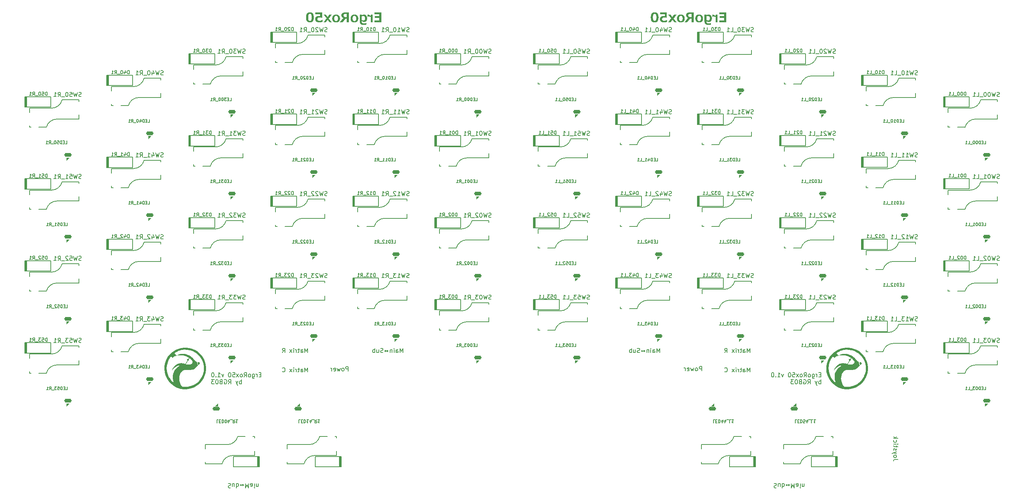
<source format=gbr>
%TF.GenerationSoftware,KiCad,Pcbnew,7.0.8*%
%TF.CreationDate,2024-04-16T05:21:19+09:00*%
%TF.ProjectId,pcb,7063622e-6b69-4636-9164-5f7063625858,rev?*%
%TF.SameCoordinates,Original*%
%TF.FileFunction,Legend,Bot*%
%TF.FilePolarity,Positive*%
%FSLAX46Y46*%
G04 Gerber Fmt 4.6, Leading zero omitted, Abs format (unit mm)*
G04 Created by KiCad (PCBNEW 7.0.8) date 2024-04-16 05:21:19*
%MOMM*%
%LPD*%
G01*
G04 APERTURE LIST*
G04 Aperture macros list*
%AMRoundRect*
0 Rectangle with rounded corners*
0 $1 Rounding radius*
0 $2 $3 $4 $5 $6 $7 $8 $9 X,Y pos of 4 corners*
0 Add a 4 corners polygon primitive as box body*
4,1,4,$2,$3,$4,$5,$6,$7,$8,$9,$2,$3,0*
0 Add four circle primitives for the rounded corners*
1,1,$1+$1,$2,$3*
1,1,$1+$1,$4,$5*
1,1,$1+$1,$6,$7*
1,1,$1+$1,$8,$9*
0 Add four rect primitives between the rounded corners*
20,1,$1+$1,$2,$3,$4,$5,0*
20,1,$1+$1,$4,$5,$6,$7,0*
20,1,$1+$1,$6,$7,$8,$9,0*
20,1,$1+$1,$8,$9,$2,$3,0*%
G04 Aperture macros list end*
%ADD10C,0.200000*%
%ADD11C,0.150000*%
%ADD12C,0.100000*%
%ADD13C,1.701800*%
%ADD14C,3.000000*%
%ADD15C,3.987800*%
%ADD16R,2.550000X2.500000*%
%ADD17C,2.200000*%
%ADD18R,1.350000X1.350000*%
%ADD19O,1.350000X1.350000*%
%ADD20C,0.800000*%
%ADD21O,2.000000X1.600000*%
%ADD22C,1.778000*%
%ADD23C,2.286000*%
%ADD24O,1.500000X2.500000*%
%ADD25O,2.500000X1.500000*%
%ADD26R,1.700000X0.820000*%
%ADD27RoundRect,0.205000X0.645000X0.205000X-0.645000X0.205000X-0.645000X-0.205000X0.645000X-0.205000X0*%
%ADD28RoundRect,0.205000X-0.645000X-0.205000X0.645000X-0.205000X0.645000X0.205000X-0.645000X0.205000X0*%
%ADD29R,1.200000X1.400000*%
G04 APERTURE END LIST*
D10*
G36*
X226042435Y-48126000D02*
G01*
X227629720Y-48126000D01*
X227629720Y-45856300D01*
X226042435Y-45856300D01*
X226042435Y-46234583D01*
X227133761Y-46234583D01*
X227133761Y-46716034D01*
X226119811Y-46716034D01*
X226119811Y-47094318D01*
X227133761Y-47094318D01*
X227133761Y-47747716D01*
X226042435Y-47747716D01*
X226042435Y-48126000D01*
G37*
G36*
X224464822Y-46853592D02*
G01*
X224479867Y-46853592D01*
X224504240Y-46845532D01*
X224530611Y-46838547D01*
X224551701Y-46834013D01*
X224573915Y-46830084D01*
X224597253Y-46826759D01*
X224621715Y-46824039D01*
X224647301Y-46821923D01*
X224674010Y-46820412D01*
X224701844Y-46819505D01*
X224730802Y-46819203D01*
X224761411Y-46819511D01*
X224791714Y-46820437D01*
X224821710Y-46821979D01*
X224851400Y-46824139D01*
X224880783Y-46826916D01*
X224909860Y-46830310D01*
X224938631Y-46834321D01*
X224967095Y-46838950D01*
X224995252Y-46844195D01*
X225023103Y-46850057D01*
X225050648Y-46856537D01*
X225077886Y-46863633D01*
X225104818Y-46871347D01*
X225131443Y-46879678D01*
X225157762Y-46888626D01*
X225183775Y-46898191D01*
X225183775Y-48126000D01*
X225648032Y-48126000D01*
X225648032Y-46372140D01*
X225183775Y-46372140D01*
X225183775Y-46688093D01*
X225157471Y-46665135D01*
X225131754Y-46643142D01*
X225106625Y-46622114D01*
X225082084Y-46602052D01*
X225058131Y-46582956D01*
X225034765Y-46564825D01*
X225011987Y-46547660D01*
X224989797Y-46531460D01*
X224968195Y-46516226D01*
X224947180Y-46501957D01*
X224926753Y-46488654D01*
X224906913Y-46476316D01*
X224887662Y-46464944D01*
X224859886Y-46449696D01*
X224833433Y-46436621D01*
X224807683Y-46425097D01*
X224782019Y-46414707D01*
X224756439Y-46405451D01*
X224730945Y-46397328D01*
X224705535Y-46390338D01*
X224680211Y-46384482D01*
X224654971Y-46379760D01*
X224629817Y-46376170D01*
X224604747Y-46373715D01*
X224579763Y-46372392D01*
X224563154Y-46372140D01*
X224541255Y-46372395D01*
X224518007Y-46373050D01*
X224494744Y-46373954D01*
X224472636Y-46374974D01*
X224464822Y-46375364D01*
X224464822Y-46853592D01*
G37*
G36*
X223626660Y-46338666D02*
G01*
X223666125Y-46341412D01*
X223704674Y-46345987D01*
X223742308Y-46352393D01*
X223779028Y-46360630D01*
X223814832Y-46370696D01*
X223849721Y-46382593D01*
X223883695Y-46396321D01*
X223916753Y-46411878D01*
X223948897Y-46429266D01*
X223980125Y-46448484D01*
X224010438Y-46469532D01*
X224039836Y-46492411D01*
X224068319Y-46517120D01*
X224095887Y-46543659D01*
X224122540Y-46572029D01*
X224147851Y-46601834D01*
X224171529Y-46632815D01*
X224193575Y-46664971D01*
X224213987Y-46698302D01*
X224232767Y-46732809D01*
X224249913Y-46768492D01*
X224265426Y-46805349D01*
X224279307Y-46843383D01*
X224291554Y-46882591D01*
X224302169Y-46922975D01*
X224311150Y-46964535D01*
X224315029Y-46985755D01*
X224318499Y-47007270D01*
X224321561Y-47029078D01*
X224324214Y-47051180D01*
X224326460Y-47073576D01*
X224328297Y-47096266D01*
X224329726Y-47119249D01*
X224330746Y-47142527D01*
X224331359Y-47166098D01*
X224331563Y-47189963D01*
X224330858Y-47243320D01*
X224328746Y-47294983D01*
X224325225Y-47344952D01*
X224320295Y-47393227D01*
X224313958Y-47439808D01*
X224306211Y-47484695D01*
X224297057Y-47527889D01*
X224286494Y-47569388D01*
X224274522Y-47609194D01*
X224261142Y-47647306D01*
X224246354Y-47683724D01*
X224230158Y-47718448D01*
X224212553Y-47751479D01*
X224193539Y-47782815D01*
X224173117Y-47812458D01*
X224151287Y-47840406D01*
X224128048Y-47866661D01*
X224103401Y-47891222D01*
X224077346Y-47914089D01*
X224049882Y-47935263D01*
X224021010Y-47954742D01*
X223990729Y-47972528D01*
X223959040Y-47988619D01*
X223925942Y-48003017D01*
X223891437Y-48015721D01*
X223855522Y-48026731D01*
X223818200Y-48036047D01*
X223779468Y-48043670D01*
X223739329Y-48049598D01*
X223697781Y-48053833D01*
X223654825Y-48056374D01*
X223610460Y-48057221D01*
X223594592Y-48057009D01*
X223562755Y-48055313D01*
X223530783Y-48051921D01*
X223498678Y-48046833D01*
X223466438Y-48040049D01*
X223434063Y-48031569D01*
X223401555Y-48021394D01*
X223368912Y-48009522D01*
X223336134Y-47995954D01*
X223303222Y-47980690D01*
X223270176Y-47963731D01*
X223236996Y-47945075D01*
X223203681Y-47924724D01*
X223170232Y-47902676D01*
X223136649Y-47878933D01*
X223102931Y-47853493D01*
X223086022Y-47840138D01*
X223086022Y-47935783D01*
X223086144Y-47952933D01*
X223087117Y-47986160D01*
X223089065Y-48017955D01*
X223091987Y-48048318D01*
X223095883Y-48077251D01*
X223100752Y-48104751D01*
X223106596Y-48130820D01*
X223113413Y-48155458D01*
X223121205Y-48178664D01*
X223129970Y-48200439D01*
X223139709Y-48220782D01*
X223150422Y-48239693D01*
X223168318Y-48265377D01*
X223188405Y-48287839D01*
X223210683Y-48307081D01*
X223235337Y-48323886D01*
X223262551Y-48339038D01*
X223282115Y-48348221D01*
X223302817Y-48356669D01*
X223324657Y-48364383D01*
X223347634Y-48371362D01*
X223371749Y-48377606D01*
X223397002Y-48383116D01*
X223423392Y-48387891D01*
X223450920Y-48391932D01*
X223479586Y-48395238D01*
X223509389Y-48397809D01*
X223540330Y-48399645D01*
X223572408Y-48400747D01*
X223605624Y-48401115D01*
X223633542Y-48400712D01*
X223662086Y-48399503D01*
X223691255Y-48397488D01*
X223721050Y-48394667D01*
X223751470Y-48391040D01*
X223782516Y-48386607D01*
X223814187Y-48381368D01*
X223846484Y-48375323D01*
X223879406Y-48368472D01*
X223912954Y-48360815D01*
X223947127Y-48352352D01*
X223981926Y-48343083D01*
X224017350Y-48333008D01*
X224053400Y-48322127D01*
X224090075Y-48310439D01*
X224127376Y-48297946D01*
X224149944Y-48297946D01*
X224149944Y-48676767D01*
X224111969Y-48685031D01*
X224073944Y-48692761D01*
X224035869Y-48699959D01*
X223997744Y-48706623D01*
X223959568Y-48712754D01*
X223921342Y-48718352D01*
X223883065Y-48723417D01*
X223844738Y-48727948D01*
X223806360Y-48731947D01*
X223767933Y-48735412D01*
X223729454Y-48738344D01*
X223690926Y-48740743D01*
X223652347Y-48742609D01*
X223613718Y-48743942D01*
X223575038Y-48744742D01*
X223536308Y-48745009D01*
X223506640Y-48744808D01*
X223477482Y-48744207D01*
X223448835Y-48743205D01*
X223420697Y-48741801D01*
X223393070Y-48739997D01*
X223365952Y-48737792D01*
X223339345Y-48735186D01*
X223313247Y-48732180D01*
X223287660Y-48728772D01*
X223262582Y-48724963D01*
X223238015Y-48720754D01*
X223213958Y-48716144D01*
X223190411Y-48711132D01*
X223167373Y-48705720D01*
X223144846Y-48699907D01*
X223122829Y-48693693D01*
X223101322Y-48687078D01*
X223080325Y-48680062D01*
X223039861Y-48664828D01*
X223001438Y-48647990D01*
X222965054Y-48629549D01*
X222930711Y-48609504D01*
X222898408Y-48587855D01*
X222868145Y-48564603D01*
X222839923Y-48539747D01*
X222813570Y-48513279D01*
X222788918Y-48485056D01*
X222765966Y-48455079D01*
X222744714Y-48423347D01*
X222725162Y-48389860D01*
X222707310Y-48354618D01*
X222691159Y-48317622D01*
X222676707Y-48278871D01*
X222663956Y-48238365D01*
X222658218Y-48217454D01*
X222652905Y-48196105D01*
X222648017Y-48174317D01*
X222643554Y-48152090D01*
X222639516Y-48129424D01*
X222635904Y-48106320D01*
X222632716Y-48082777D01*
X222629953Y-48058795D01*
X222627615Y-48034375D01*
X222625703Y-48009516D01*
X222624215Y-47984218D01*
X222623152Y-47958481D01*
X222622515Y-47932306D01*
X222622302Y-47905692D01*
X222622302Y-47586516D01*
X223086022Y-47586516D01*
X223097720Y-47594318D01*
X223120981Y-47609178D01*
X223144061Y-47623048D01*
X223166960Y-47635928D01*
X223189680Y-47647816D01*
X223212218Y-47658714D01*
X223234576Y-47668621D01*
X223256754Y-47677537D01*
X223278751Y-47685463D01*
X223300568Y-47692398D01*
X223322204Y-47698342D01*
X223343659Y-47703296D01*
X223375504Y-47708869D01*
X223406943Y-47712212D01*
X223437976Y-47713327D01*
X223464005Y-47712865D01*
X223489165Y-47711480D01*
X223513457Y-47709171D01*
X223536879Y-47705938D01*
X223559432Y-47701782D01*
X223581117Y-47696703D01*
X223601932Y-47690700D01*
X223631526Y-47679964D01*
X223659164Y-47667150D01*
X223684848Y-47652257D01*
X223708576Y-47635287D01*
X223730349Y-47616239D01*
X223750167Y-47595113D01*
X223762335Y-47579761D01*
X223779114Y-47554577D01*
X223794128Y-47526805D01*
X223803155Y-47506852D01*
X223811398Y-47485749D01*
X223818856Y-47463496D01*
X223825528Y-47440092D01*
X223831416Y-47415539D01*
X223836518Y-47389835D01*
X223840836Y-47362981D01*
X223844368Y-47334976D01*
X223847116Y-47305822D01*
X223849078Y-47275517D01*
X223850256Y-47244062D01*
X223850648Y-47211457D01*
X223850178Y-47178861D01*
X223848766Y-47147300D01*
X223846412Y-47116773D01*
X223843117Y-47087282D01*
X223838881Y-47058825D01*
X223833704Y-47031403D01*
X223827585Y-47005016D01*
X223820524Y-46979664D01*
X223812522Y-46955346D01*
X223803579Y-46932064D01*
X223793695Y-46909816D01*
X223782869Y-46888603D01*
X223771102Y-46868424D01*
X223758393Y-46849281D01*
X223744743Y-46831172D01*
X223730151Y-46814098D01*
X223714618Y-46798059D01*
X223698144Y-46783054D01*
X223680729Y-46769085D01*
X223662372Y-46756150D01*
X223643073Y-46744250D01*
X223622833Y-46733384D01*
X223601652Y-46723554D01*
X223579530Y-46714758D01*
X223556466Y-46706997D01*
X223532461Y-46700271D01*
X223507514Y-46694580D01*
X223481626Y-46689923D01*
X223454796Y-46686302D01*
X223427025Y-46683715D01*
X223398313Y-46682162D01*
X223368660Y-46681645D01*
X223352317Y-46681899D01*
X223327473Y-46683232D01*
X223302232Y-46685709D01*
X223276594Y-46689328D01*
X223250559Y-46694090D01*
X223224128Y-46699995D01*
X223197300Y-46707042D01*
X223170076Y-46715233D01*
X223142455Y-46724567D01*
X223114437Y-46735043D01*
X223086022Y-46746662D01*
X223086022Y-47586516D01*
X222622302Y-47586516D01*
X222622302Y-46372140D01*
X223060230Y-46372140D01*
X223091933Y-46504862D01*
X223121885Y-46484626D01*
X223151963Y-46465695D01*
X223182167Y-46448070D01*
X223212497Y-46431751D01*
X223242953Y-46416737D01*
X223273535Y-46403029D01*
X223304243Y-46390626D01*
X223335076Y-46379529D01*
X223366036Y-46369737D01*
X223397122Y-46361251D01*
X223428333Y-46354070D01*
X223459671Y-46348196D01*
X223491134Y-46343626D01*
X223522723Y-46340362D01*
X223554439Y-46338404D01*
X223586280Y-46337751D01*
X223626660Y-46338666D01*
G37*
G36*
X221414733Y-46337987D02*
G01*
X221440526Y-46338696D01*
X221465961Y-46339876D01*
X221491037Y-46341529D01*
X221515756Y-46343654D01*
X221540117Y-46346252D01*
X221564121Y-46349322D01*
X221587766Y-46352864D01*
X221611053Y-46356878D01*
X221633983Y-46361364D01*
X221656555Y-46366323D01*
X221678769Y-46371754D01*
X221700625Y-46377658D01*
X221722123Y-46384033D01*
X221743263Y-46390881D01*
X221764045Y-46398201D01*
X221784470Y-46405994D01*
X221804536Y-46414258D01*
X221843596Y-46432204D01*
X221881224Y-46452040D01*
X221917421Y-46473764D01*
X221952186Y-46497377D01*
X221985519Y-46522880D01*
X222017421Y-46550271D01*
X222047892Y-46579551D01*
X222062537Y-46594815D01*
X222090432Y-46626446D01*
X222116468Y-46659551D01*
X222140644Y-46694129D01*
X222162960Y-46730181D01*
X222183416Y-46767706D01*
X222192947Y-46787021D01*
X222202013Y-46806705D01*
X222210614Y-46826757D01*
X222218750Y-46847177D01*
X222226421Y-46867966D01*
X222233628Y-46889123D01*
X222240369Y-46910648D01*
X222246645Y-46932542D01*
X222252457Y-46954804D01*
X222257803Y-46977434D01*
X222262685Y-47000433D01*
X222267102Y-47023800D01*
X222271054Y-47047536D01*
X222274541Y-47071640D01*
X222277563Y-47096112D01*
X222280120Y-47120953D01*
X222282212Y-47146162D01*
X222283839Y-47171739D01*
X222285001Y-47197685D01*
X222285699Y-47223999D01*
X222285931Y-47250682D01*
X222285701Y-47277265D01*
X222285012Y-47303481D01*
X222283863Y-47329332D01*
X222282254Y-47354816D01*
X222280185Y-47379933D01*
X222277657Y-47404685D01*
X222274669Y-47429070D01*
X222271222Y-47453089D01*
X222267314Y-47476742D01*
X222262947Y-47500028D01*
X222258121Y-47522948D01*
X222252835Y-47545502D01*
X222247089Y-47567690D01*
X222240883Y-47589511D01*
X222234218Y-47610966D01*
X222227093Y-47632055D01*
X222219508Y-47652778D01*
X222211464Y-47673134D01*
X222202960Y-47693124D01*
X222193997Y-47712747D01*
X222174690Y-47750896D01*
X222153545Y-47787580D01*
X222130562Y-47822798D01*
X222105739Y-47856552D01*
X222079078Y-47888840D01*
X222050579Y-47919663D01*
X222035650Y-47934473D01*
X222004678Y-47962683D01*
X221972219Y-47989013D01*
X221938275Y-48013462D01*
X221902844Y-48036030D01*
X221865928Y-48056717D01*
X221827525Y-48075524D01*
X221807767Y-48084222D01*
X221787636Y-48092450D01*
X221767135Y-48100207D01*
X221746262Y-48107495D01*
X221725017Y-48114312D01*
X221703401Y-48120660D01*
X221681413Y-48126537D01*
X221659054Y-48131944D01*
X221636323Y-48136881D01*
X221613221Y-48141347D01*
X221589747Y-48145344D01*
X221565902Y-48148870D01*
X221541685Y-48151926D01*
X221517097Y-48154512D01*
X221492137Y-48156628D01*
X221466806Y-48158273D01*
X221441103Y-48159449D01*
X221415029Y-48160154D01*
X221388583Y-48160389D01*
X221362203Y-48160154D01*
X221336191Y-48159449D01*
X221310547Y-48158273D01*
X221285272Y-48156628D01*
X221260365Y-48154512D01*
X221235827Y-48151926D01*
X221211657Y-48148870D01*
X221187855Y-48145344D01*
X221164422Y-48141347D01*
X221141357Y-48136881D01*
X221118660Y-48131944D01*
X221096332Y-48126537D01*
X221074372Y-48120660D01*
X221052780Y-48114312D01*
X221031557Y-48107495D01*
X221010703Y-48100207D01*
X220990216Y-48092450D01*
X220970098Y-48084222D01*
X220930967Y-48066355D01*
X220893310Y-48046608D01*
X220857126Y-48024981D01*
X220822415Y-48001472D01*
X220789178Y-47976083D01*
X220757415Y-47948814D01*
X220727124Y-47919663D01*
X220698495Y-47888840D01*
X220671712Y-47856552D01*
X220646776Y-47822798D01*
X220623688Y-47787580D01*
X220602446Y-47750896D01*
X220583052Y-47712747D01*
X220574047Y-47693124D01*
X220565504Y-47673134D01*
X220557423Y-47652778D01*
X220549804Y-47632055D01*
X220542647Y-47610966D01*
X220535951Y-47589511D01*
X220529717Y-47567690D01*
X220523945Y-47545502D01*
X220518635Y-47522948D01*
X220513786Y-47500028D01*
X220509399Y-47476742D01*
X220505474Y-47453089D01*
X220502011Y-47429070D01*
X220499009Y-47404685D01*
X220496469Y-47379933D01*
X220494392Y-47354816D01*
X220492775Y-47329332D01*
X220491621Y-47303481D01*
X220490928Y-47277265D01*
X220490734Y-47254981D01*
X220975910Y-47254981D01*
X220976307Y-47291643D01*
X220977497Y-47327141D01*
X220979481Y-47361475D01*
X220982257Y-47394646D01*
X220985828Y-47426652D01*
X220990192Y-47457495D01*
X220995349Y-47487174D01*
X221001299Y-47515689D01*
X221008043Y-47543040D01*
X221015581Y-47569227D01*
X221023911Y-47594250D01*
X221033036Y-47618109D01*
X221042953Y-47640805D01*
X221053664Y-47662337D01*
X221065169Y-47682705D01*
X221077466Y-47701908D01*
X221090558Y-47719948D01*
X221104442Y-47736825D01*
X221119120Y-47752537D01*
X221150857Y-47780470D01*
X221185766Y-47803747D01*
X221223850Y-47822369D01*
X221244082Y-47829935D01*
X221265107Y-47836336D01*
X221286926Y-47841573D01*
X221309538Y-47845647D01*
X221332944Y-47848557D01*
X221357143Y-47850302D01*
X221382135Y-47850884D01*
X221407888Y-47850302D01*
X221432823Y-47848557D01*
X221456940Y-47845647D01*
X221480240Y-47841573D01*
X221502723Y-47836336D01*
X221524388Y-47829935D01*
X221545235Y-47822369D01*
X221565265Y-47813640D01*
X221602872Y-47792691D01*
X221637209Y-47767085D01*
X221653151Y-47752537D01*
X221668276Y-47736825D01*
X221682583Y-47719948D01*
X221696072Y-47701908D01*
X221708744Y-47682705D01*
X221720599Y-47662337D01*
X221731636Y-47640805D01*
X221741855Y-47618109D01*
X221751257Y-47594250D01*
X221759841Y-47569227D01*
X221767608Y-47543040D01*
X221774557Y-47515689D01*
X221780688Y-47487174D01*
X221786002Y-47457495D01*
X221790499Y-47426652D01*
X221794178Y-47394646D01*
X221797039Y-47361475D01*
X221799083Y-47327141D01*
X221800309Y-47291643D01*
X221800718Y-47254981D01*
X221800315Y-47217591D01*
X221799106Y-47181389D01*
X221797091Y-47146374D01*
X221794270Y-47112545D01*
X221790643Y-47079904D01*
X221786210Y-47048449D01*
X221780971Y-47018182D01*
X221774926Y-46989101D01*
X221768075Y-46961207D01*
X221760418Y-46934501D01*
X221751955Y-46908981D01*
X221742686Y-46884648D01*
X221732611Y-46861502D01*
X221721730Y-46839544D01*
X221710043Y-46818772D01*
X221697550Y-46799187D01*
X221684251Y-46780789D01*
X221670146Y-46763578D01*
X221655235Y-46747554D01*
X221639518Y-46732717D01*
X221605666Y-46706604D01*
X221568590Y-46685238D01*
X221548843Y-46676336D01*
X221528290Y-46668621D01*
X221506931Y-46662093D01*
X221484766Y-46656751D01*
X221461795Y-46652597D01*
X221438018Y-46649630D01*
X221413435Y-46647849D01*
X221388046Y-46647256D01*
X221362690Y-46647849D01*
X221338139Y-46649630D01*
X221314392Y-46652597D01*
X221291451Y-46656751D01*
X221269315Y-46662093D01*
X221247984Y-46668621D01*
X221227458Y-46676336D01*
X221207736Y-46685238D01*
X221170709Y-46706604D01*
X221136901Y-46732717D01*
X221121204Y-46747554D01*
X221106312Y-46763578D01*
X221092226Y-46780789D01*
X221078944Y-46799187D01*
X221066467Y-46818772D01*
X221054795Y-46839544D01*
X221043929Y-46861502D01*
X221033867Y-46884648D01*
X221024610Y-46908981D01*
X221016158Y-46934501D01*
X221008511Y-46961207D01*
X221001669Y-46989101D01*
X220995631Y-47018182D01*
X220990399Y-47048449D01*
X220985972Y-47079904D01*
X220982350Y-47112545D01*
X220979532Y-47146374D01*
X220977520Y-47181389D01*
X220976313Y-47217591D01*
X220975910Y-47254981D01*
X220490734Y-47254981D01*
X220490697Y-47250682D01*
X220490928Y-47223999D01*
X220491621Y-47197685D01*
X220492775Y-47171739D01*
X220494392Y-47146162D01*
X220496469Y-47120953D01*
X220499009Y-47096112D01*
X220502011Y-47071640D01*
X220505474Y-47047536D01*
X220509399Y-47023800D01*
X220513786Y-47000433D01*
X220518635Y-46977434D01*
X220523945Y-46954804D01*
X220529717Y-46932542D01*
X220535951Y-46910648D01*
X220542647Y-46889123D01*
X220549804Y-46867966D01*
X220557423Y-46847177D01*
X220565504Y-46826757D01*
X220574047Y-46806705D01*
X220583052Y-46787021D01*
X220602446Y-46748759D01*
X220623688Y-46711971D01*
X220646776Y-46676656D01*
X220671712Y-46642814D01*
X220698495Y-46610446D01*
X220727124Y-46579551D01*
X220742085Y-46564675D01*
X220773112Y-46536339D01*
X220805612Y-46509892D01*
X220839586Y-46485334D01*
X220875034Y-46462666D01*
X220911954Y-46441886D01*
X220950348Y-46422995D01*
X220970098Y-46414258D01*
X220990216Y-46405994D01*
X221010703Y-46398201D01*
X221031557Y-46390881D01*
X221052780Y-46384033D01*
X221074372Y-46377658D01*
X221096332Y-46371754D01*
X221118660Y-46366323D01*
X221141357Y-46361364D01*
X221164422Y-46356878D01*
X221187855Y-46352864D01*
X221211657Y-46349322D01*
X221235827Y-46346252D01*
X221260365Y-46343654D01*
X221285272Y-46341529D01*
X221310547Y-46339876D01*
X221336191Y-46338696D01*
X221362203Y-46337987D01*
X221388583Y-46337751D01*
X221414733Y-46337987D01*
G37*
G36*
X220124235Y-48126000D02*
G01*
X219625052Y-48126000D01*
X219625052Y-47266265D01*
X219308025Y-47266265D01*
X218640118Y-48126000D01*
X218023258Y-48126000D01*
X218813677Y-47148051D01*
X218785709Y-47134255D01*
X218758630Y-47120003D01*
X218732438Y-47105294D01*
X218707134Y-47090128D01*
X218682718Y-47074506D01*
X218659189Y-47058428D01*
X218636549Y-47041892D01*
X218614796Y-47024901D01*
X218593932Y-47007453D01*
X218573955Y-46989548D01*
X218554866Y-46971187D01*
X218536664Y-46952369D01*
X218519351Y-46933095D01*
X218502926Y-46913364D01*
X218487388Y-46893177D01*
X218472739Y-46872533D01*
X218458977Y-46851433D01*
X218446103Y-46829876D01*
X218434117Y-46807862D01*
X218423018Y-46785392D01*
X218412808Y-46762466D01*
X218403485Y-46739083D01*
X218395051Y-46715244D01*
X218387504Y-46690948D01*
X218380845Y-46666195D01*
X218375074Y-46640986D01*
X218370191Y-46615320D01*
X218366195Y-46589198D01*
X218363088Y-46562620D01*
X218360868Y-46535585D01*
X218360447Y-46526893D01*
X218874396Y-46526893D01*
X218874803Y-46548728D01*
X218876941Y-46580498D01*
X218880911Y-46611086D01*
X218886714Y-46640494D01*
X218894349Y-46668722D01*
X218903816Y-46695768D01*
X218915116Y-46721634D01*
X218928248Y-46746320D01*
X218943212Y-46769824D01*
X218960009Y-46792149D01*
X218978639Y-46813292D01*
X219000097Y-46832785D01*
X219025381Y-46850362D01*
X219044361Y-46861014D01*
X219065042Y-46870814D01*
X219087424Y-46879762D01*
X219111505Y-46887858D01*
X219137287Y-46895101D01*
X219164768Y-46901492D01*
X219193950Y-46907032D01*
X219224832Y-46911719D01*
X219257414Y-46915553D01*
X219291697Y-46918536D01*
X219327679Y-46920666D01*
X219365362Y-46921945D01*
X219404745Y-46922371D01*
X219628276Y-46922371D01*
X219628276Y-46200193D01*
X219367131Y-46200193D01*
X219331216Y-46200525D01*
X219296816Y-46201520D01*
X219263932Y-46203178D01*
X219232563Y-46205500D01*
X219202709Y-46208484D01*
X219174371Y-46212132D01*
X219147548Y-46216444D01*
X219122241Y-46221418D01*
X219098450Y-46227056D01*
X219076173Y-46233357D01*
X219045600Y-46244052D01*
X219018437Y-46256240D01*
X218994684Y-46269920D01*
X218974340Y-46285092D01*
X218962237Y-46295923D01*
X218945548Y-46313239D01*
X218930614Y-46331840D01*
X218917438Y-46351726D01*
X218906019Y-46372896D01*
X218896356Y-46395351D01*
X218888451Y-46419090D01*
X218882302Y-46444114D01*
X218877910Y-46470422D01*
X218875274Y-46498015D01*
X218874396Y-46526893D01*
X218360447Y-46526893D01*
X218359536Y-46508093D01*
X218359092Y-46480145D01*
X218359911Y-46444676D01*
X218362367Y-46410140D01*
X218366460Y-46376536D01*
X218372190Y-46343863D01*
X218379557Y-46312123D01*
X218388562Y-46281314D01*
X218399203Y-46251438D01*
X218411482Y-46222493D01*
X218425399Y-46194480D01*
X218440952Y-46167399D01*
X218458142Y-46141250D01*
X218476970Y-46116034D01*
X218497435Y-46091749D01*
X218519537Y-46068395D01*
X218543276Y-46045974D01*
X218568653Y-46024485D01*
X218581976Y-46014138D01*
X218610177Y-45994429D01*
X218640453Y-45976033D01*
X218672802Y-45958952D01*
X218707225Y-45943185D01*
X218743722Y-45928731D01*
X218782292Y-45915592D01*
X218822937Y-45903766D01*
X218844036Y-45898346D01*
X218865655Y-45893254D01*
X218887791Y-45888491D01*
X218910447Y-45884057D01*
X218933620Y-45879951D01*
X218957312Y-45876173D01*
X218981523Y-45872724D01*
X219006252Y-45869603D01*
X219031499Y-45866811D01*
X219057265Y-45864348D01*
X219083549Y-45862212D01*
X219110352Y-45860406D01*
X219137673Y-45858927D01*
X219165512Y-45857778D01*
X219193870Y-45856957D01*
X219222747Y-45856464D01*
X219252142Y-45856300D01*
X220124235Y-45856300D01*
X220124235Y-48126000D01*
G37*
G36*
X217167643Y-46337987D02*
G01*
X217193436Y-46338696D01*
X217218871Y-46339876D01*
X217243947Y-46341529D01*
X217268666Y-46343654D01*
X217293027Y-46346252D01*
X217317031Y-46349322D01*
X217340676Y-46352864D01*
X217363963Y-46356878D01*
X217386893Y-46361364D01*
X217409465Y-46366323D01*
X217431679Y-46371754D01*
X217453535Y-46377658D01*
X217475033Y-46384033D01*
X217496173Y-46390881D01*
X217516955Y-46398201D01*
X217537380Y-46405994D01*
X217557446Y-46414258D01*
X217596506Y-46432204D01*
X217634134Y-46452040D01*
X217670331Y-46473764D01*
X217705096Y-46497377D01*
X217738429Y-46522880D01*
X217770331Y-46550271D01*
X217800802Y-46579551D01*
X217815447Y-46594815D01*
X217843342Y-46626446D01*
X217869378Y-46659551D01*
X217893554Y-46694129D01*
X217915870Y-46730181D01*
X217936326Y-46767706D01*
X217945857Y-46787021D01*
X217954923Y-46806705D01*
X217963524Y-46826757D01*
X217971660Y-46847177D01*
X217979331Y-46867966D01*
X217986538Y-46889123D01*
X217993279Y-46910648D01*
X217999555Y-46932542D01*
X218005367Y-46954804D01*
X218010713Y-46977434D01*
X218015595Y-47000433D01*
X218020012Y-47023800D01*
X218023964Y-47047536D01*
X218027451Y-47071640D01*
X218030473Y-47096112D01*
X218033030Y-47120953D01*
X218035122Y-47146162D01*
X218036749Y-47171739D01*
X218037911Y-47197685D01*
X218038609Y-47223999D01*
X218038841Y-47250682D01*
X218038611Y-47277265D01*
X218037922Y-47303481D01*
X218036773Y-47329332D01*
X218035164Y-47354816D01*
X218033095Y-47379933D01*
X218030567Y-47404685D01*
X218027579Y-47429070D01*
X218024132Y-47453089D01*
X218020224Y-47476742D01*
X218015857Y-47500028D01*
X218011031Y-47522948D01*
X218005745Y-47545502D01*
X217999999Y-47567690D01*
X217993793Y-47589511D01*
X217987128Y-47610966D01*
X217980003Y-47632055D01*
X217972418Y-47652778D01*
X217964374Y-47673134D01*
X217955870Y-47693124D01*
X217946907Y-47712747D01*
X217927600Y-47750896D01*
X217906455Y-47787580D01*
X217883472Y-47822798D01*
X217858649Y-47856552D01*
X217831988Y-47888840D01*
X217803489Y-47919663D01*
X217788560Y-47934473D01*
X217757588Y-47962683D01*
X217725129Y-47989013D01*
X217691185Y-48013462D01*
X217655754Y-48036030D01*
X217618838Y-48056717D01*
X217580435Y-48075524D01*
X217560677Y-48084222D01*
X217540546Y-48092450D01*
X217520045Y-48100207D01*
X217499172Y-48107495D01*
X217477927Y-48114312D01*
X217456311Y-48120660D01*
X217434323Y-48126537D01*
X217411964Y-48131944D01*
X217389233Y-48136881D01*
X217366131Y-48141347D01*
X217342657Y-48145344D01*
X217318812Y-48148870D01*
X217294595Y-48151926D01*
X217270007Y-48154512D01*
X217245047Y-48156628D01*
X217219716Y-48158273D01*
X217194013Y-48159449D01*
X217167939Y-48160154D01*
X217141493Y-48160389D01*
X217115113Y-48160154D01*
X217089101Y-48159449D01*
X217063457Y-48158273D01*
X217038182Y-48156628D01*
X217013275Y-48154512D01*
X216988737Y-48151926D01*
X216964567Y-48148870D01*
X216940765Y-48145344D01*
X216917332Y-48141347D01*
X216894267Y-48136881D01*
X216871570Y-48131944D01*
X216849242Y-48126537D01*
X216827282Y-48120660D01*
X216805690Y-48114312D01*
X216784467Y-48107495D01*
X216763613Y-48100207D01*
X216743126Y-48092450D01*
X216723008Y-48084222D01*
X216683877Y-48066355D01*
X216646220Y-48046608D01*
X216610036Y-48024981D01*
X216575325Y-48001472D01*
X216542088Y-47976083D01*
X216510325Y-47948814D01*
X216480034Y-47919663D01*
X216451405Y-47888840D01*
X216424622Y-47856552D01*
X216399686Y-47822798D01*
X216376598Y-47787580D01*
X216355356Y-47750896D01*
X216335962Y-47712747D01*
X216326957Y-47693124D01*
X216318414Y-47673134D01*
X216310333Y-47652778D01*
X216302714Y-47632055D01*
X216295557Y-47610966D01*
X216288861Y-47589511D01*
X216282627Y-47567690D01*
X216276855Y-47545502D01*
X216271544Y-47522948D01*
X216266696Y-47500028D01*
X216262309Y-47476742D01*
X216258384Y-47453089D01*
X216254921Y-47429070D01*
X216251919Y-47404685D01*
X216249379Y-47379933D01*
X216247301Y-47354816D01*
X216245685Y-47329332D01*
X216244531Y-47303481D01*
X216243838Y-47277265D01*
X216243644Y-47254981D01*
X216728820Y-47254981D01*
X216729217Y-47291643D01*
X216730407Y-47327141D01*
X216732390Y-47361475D01*
X216735167Y-47394646D01*
X216738738Y-47426652D01*
X216743101Y-47457495D01*
X216748259Y-47487174D01*
X216754209Y-47515689D01*
X216760953Y-47543040D01*
X216768491Y-47569227D01*
X216776821Y-47594250D01*
X216785946Y-47618109D01*
X216795863Y-47640805D01*
X216806574Y-47662337D01*
X216818079Y-47682705D01*
X216830376Y-47701908D01*
X216843468Y-47719948D01*
X216857352Y-47736825D01*
X216872030Y-47752537D01*
X216903767Y-47780470D01*
X216938676Y-47803747D01*
X216976760Y-47822369D01*
X216996992Y-47829935D01*
X217018017Y-47836336D01*
X217039836Y-47841573D01*
X217062448Y-47845647D01*
X217085854Y-47848557D01*
X217110053Y-47850302D01*
X217135045Y-47850884D01*
X217160798Y-47850302D01*
X217185733Y-47848557D01*
X217209850Y-47845647D01*
X217233150Y-47841573D01*
X217255633Y-47836336D01*
X217277298Y-47829935D01*
X217298145Y-47822369D01*
X217318175Y-47813640D01*
X217355782Y-47792691D01*
X217390119Y-47767085D01*
X217406061Y-47752537D01*
X217421186Y-47736825D01*
X217435493Y-47719948D01*
X217448982Y-47701908D01*
X217461654Y-47682705D01*
X217473509Y-47662337D01*
X217484546Y-47640805D01*
X217494765Y-47618109D01*
X217504167Y-47594250D01*
X217512751Y-47569227D01*
X217520518Y-47543040D01*
X217527467Y-47515689D01*
X217533598Y-47487174D01*
X217538912Y-47457495D01*
X217543409Y-47426652D01*
X217547088Y-47394646D01*
X217549949Y-47361475D01*
X217551993Y-47327141D01*
X217553219Y-47291643D01*
X217553628Y-47254981D01*
X217553225Y-47217591D01*
X217552016Y-47181389D01*
X217550001Y-47146374D01*
X217547180Y-47112545D01*
X217543553Y-47079904D01*
X217539120Y-47048449D01*
X217533881Y-47018182D01*
X217527836Y-46989101D01*
X217520985Y-46961207D01*
X217513328Y-46934501D01*
X217504865Y-46908981D01*
X217495596Y-46884648D01*
X217485521Y-46861502D01*
X217474640Y-46839544D01*
X217462953Y-46818772D01*
X217450460Y-46799187D01*
X217437161Y-46780789D01*
X217423056Y-46763578D01*
X217408145Y-46747554D01*
X217392428Y-46732717D01*
X217358576Y-46706604D01*
X217321500Y-46685238D01*
X217301753Y-46676336D01*
X217281200Y-46668621D01*
X217259841Y-46662093D01*
X217237676Y-46656751D01*
X217214705Y-46652597D01*
X217190928Y-46649630D01*
X217166345Y-46647849D01*
X217140956Y-46647256D01*
X217115600Y-46647849D01*
X217091049Y-46649630D01*
X217067302Y-46652597D01*
X217044361Y-46656751D01*
X217022225Y-46662093D01*
X217000894Y-46668621D01*
X216980368Y-46676336D01*
X216960646Y-46685238D01*
X216923619Y-46706604D01*
X216889811Y-46732717D01*
X216874114Y-46747554D01*
X216859222Y-46763578D01*
X216845136Y-46780789D01*
X216831854Y-46799187D01*
X216819377Y-46818772D01*
X216807705Y-46839544D01*
X216796839Y-46861502D01*
X216786777Y-46884648D01*
X216777520Y-46908981D01*
X216769068Y-46934501D01*
X216761421Y-46961207D01*
X216754579Y-46989101D01*
X216748541Y-47018182D01*
X216743309Y-47048449D01*
X216738882Y-47079904D01*
X216735260Y-47112545D01*
X216732442Y-47146374D01*
X216730430Y-47181389D01*
X216729223Y-47217591D01*
X216728820Y-47254981D01*
X216243644Y-47254981D01*
X216243607Y-47250682D01*
X216243838Y-47223999D01*
X216244531Y-47197685D01*
X216245685Y-47171739D01*
X216247301Y-47146162D01*
X216249379Y-47120953D01*
X216251919Y-47096112D01*
X216254921Y-47071640D01*
X216258384Y-47047536D01*
X216262309Y-47023800D01*
X216266696Y-47000433D01*
X216271544Y-46977434D01*
X216276855Y-46954804D01*
X216282627Y-46932542D01*
X216288861Y-46910648D01*
X216295557Y-46889123D01*
X216302714Y-46867966D01*
X216310333Y-46847177D01*
X216318414Y-46826757D01*
X216326957Y-46806705D01*
X216335962Y-46787021D01*
X216355356Y-46748759D01*
X216376598Y-46711971D01*
X216399686Y-46676656D01*
X216424622Y-46642814D01*
X216451405Y-46610446D01*
X216480034Y-46579551D01*
X216494995Y-46564675D01*
X216526022Y-46536339D01*
X216558522Y-46509892D01*
X216592496Y-46485334D01*
X216627944Y-46462666D01*
X216664864Y-46441886D01*
X216703258Y-46422995D01*
X216723008Y-46414258D01*
X216743126Y-46405994D01*
X216763613Y-46398201D01*
X216784467Y-46390881D01*
X216805690Y-46384033D01*
X216827282Y-46377658D01*
X216849242Y-46371754D01*
X216871570Y-46366323D01*
X216894267Y-46361364D01*
X216917332Y-46356878D01*
X216940765Y-46352864D01*
X216964567Y-46349322D01*
X216988737Y-46346252D01*
X217013275Y-46343654D01*
X217038182Y-46341529D01*
X217063457Y-46339876D01*
X217089101Y-46338696D01*
X217115113Y-46337987D01*
X217141493Y-46337751D01*
X217167643Y-46337987D01*
G37*
G36*
X214231290Y-48126000D02*
G01*
X214782595Y-48126000D01*
X215192581Y-47545678D01*
X215607941Y-48126000D01*
X216130767Y-48126000D01*
X215461249Y-47250682D01*
X216121632Y-46372140D01*
X215571939Y-46372140D01*
X215168401Y-46941715D01*
X214761639Y-46372140D01*
X214237201Y-46372140D01*
X214902421Y-47236711D01*
X214231290Y-48126000D01*
G37*
G36*
X213973370Y-48020682D02*
G01*
X213973370Y-47575769D01*
X213923398Y-47575769D01*
X213902748Y-47588464D01*
X213882172Y-47600755D01*
X213861671Y-47612644D01*
X213841245Y-47624129D01*
X213820893Y-47635212D01*
X213800615Y-47645891D01*
X213780412Y-47656168D01*
X213760283Y-47666041D01*
X213740229Y-47675512D01*
X213720250Y-47684579D01*
X213700345Y-47693244D01*
X213660759Y-47709364D01*
X213621470Y-47723872D01*
X213582480Y-47736768D01*
X213543788Y-47748052D01*
X213505393Y-47757724D01*
X213467297Y-47765784D01*
X213429499Y-47772232D01*
X213391999Y-47777068D01*
X213354797Y-47780292D01*
X213317893Y-47781904D01*
X213299553Y-47782106D01*
X213268312Y-47781713D01*
X213238064Y-47780536D01*
X213208807Y-47778573D01*
X213180542Y-47775825D01*
X213153268Y-47772293D01*
X213126987Y-47767975D01*
X213101697Y-47762873D01*
X213077399Y-47756985D01*
X213054092Y-47750313D01*
X213031778Y-47742855D01*
X213010455Y-47734612D01*
X212990124Y-47725585D01*
X212970785Y-47715772D01*
X212935081Y-47693792D01*
X212903345Y-47668671D01*
X212875576Y-47640411D01*
X212851773Y-47609010D01*
X212831938Y-47574470D01*
X212816070Y-47536789D01*
X212804169Y-47495969D01*
X212799706Y-47474381D01*
X212796235Y-47452008D01*
X212793756Y-47428850D01*
X212792268Y-47404907D01*
X212791772Y-47380180D01*
X212793009Y-47348835D01*
X212796721Y-47318879D01*
X212802908Y-47290312D01*
X212811569Y-47263133D01*
X212822705Y-47237343D01*
X212836316Y-47212941D01*
X212852402Y-47189927D01*
X212870962Y-47168302D01*
X212891996Y-47148065D01*
X212915506Y-47129217D01*
X212932554Y-47117423D01*
X212960035Y-47101002D01*
X212979673Y-47090953D01*
X213000364Y-47081621D01*
X213022109Y-47073006D01*
X213044908Y-47065110D01*
X213068761Y-47057932D01*
X213093667Y-47051471D01*
X213119627Y-47045728D01*
X213146641Y-47040703D01*
X213174708Y-47036396D01*
X213203829Y-47032807D01*
X213234004Y-47029936D01*
X213265232Y-47027782D01*
X213297514Y-47026347D01*
X213330850Y-47025629D01*
X213347913Y-47025539D01*
X213371696Y-47025805D01*
X213396298Y-47026605D01*
X213421719Y-47027938D01*
X213447958Y-47029804D01*
X213475016Y-47032203D01*
X213502892Y-47035135D01*
X213531587Y-47038601D01*
X213561100Y-47042599D01*
X213591432Y-47047131D01*
X213622583Y-47052196D01*
X213654552Y-47057794D01*
X213687340Y-47063925D01*
X213720947Y-47070589D01*
X213755372Y-47077786D01*
X213790616Y-47085517D01*
X213826678Y-47093780D01*
X213882561Y-47093780D01*
X213882561Y-45856300D01*
X212335038Y-45856300D01*
X212335038Y-46234583D01*
X213414005Y-46234583D01*
X213414005Y-46681645D01*
X213382270Y-46681645D01*
X213352151Y-46681645D01*
X213323646Y-46681645D01*
X213296757Y-46681645D01*
X213271483Y-46681645D01*
X213247824Y-46681645D01*
X213225780Y-46681645D01*
X213198901Y-46681645D01*
X213174893Y-46681645D01*
X213158771Y-46681645D01*
X213132338Y-46681823D01*
X213106299Y-46682359D01*
X213080657Y-46683251D01*
X213055410Y-46684500D01*
X213030559Y-46686105D01*
X213006103Y-46688068D01*
X212982043Y-46690387D01*
X212958379Y-46693063D01*
X212935111Y-46696096D01*
X212912238Y-46699486D01*
X212889760Y-46703233D01*
X212867679Y-46707336D01*
X212845993Y-46711797D01*
X212824703Y-46716614D01*
X212803808Y-46721788D01*
X212763206Y-46733206D01*
X212724186Y-46746052D01*
X212686749Y-46760325D01*
X212650894Y-46776025D01*
X212616623Y-46793152D01*
X212583933Y-46811707D01*
X212552827Y-46831689D01*
X212523303Y-46853099D01*
X212509134Y-46864339D01*
X212482066Y-46887719D01*
X212456744Y-46912187D01*
X212433169Y-46937741D01*
X212411339Y-46964384D01*
X212391256Y-46992113D01*
X212372920Y-47020930D01*
X212356330Y-47050834D01*
X212341486Y-47081825D01*
X212328388Y-47113903D01*
X212317037Y-47147069D01*
X212307432Y-47181322D01*
X212299574Y-47216662D01*
X212293462Y-47253089D01*
X212289096Y-47290604D01*
X212286476Y-47329206D01*
X212285603Y-47368896D01*
X212285854Y-47390928D01*
X212286606Y-47412695D01*
X212287861Y-47434196D01*
X212291874Y-47476402D01*
X212297894Y-47517546D01*
X212305920Y-47557627D01*
X212315953Y-47596647D01*
X212327993Y-47634605D01*
X212342039Y-47671500D01*
X212358092Y-47707334D01*
X212376151Y-47742105D01*
X212396217Y-47775814D01*
X212418290Y-47808462D01*
X212442369Y-47840047D01*
X212468455Y-47870570D01*
X212496548Y-47900031D01*
X212526647Y-47928430D01*
X212542449Y-47942231D01*
X212575268Y-47968649D01*
X212609515Y-47993362D01*
X212645189Y-48016371D01*
X212682290Y-48037675D01*
X212701376Y-48047688D01*
X212720819Y-48057275D01*
X212740618Y-48066436D01*
X212760775Y-48075171D01*
X212781288Y-48083480D01*
X212802158Y-48091362D01*
X212823384Y-48098819D01*
X212844968Y-48105849D01*
X212866909Y-48112454D01*
X212889206Y-48118632D01*
X212911860Y-48124384D01*
X212934871Y-48129710D01*
X212958239Y-48134610D01*
X212981963Y-48139084D01*
X213006045Y-48143132D01*
X213030483Y-48146754D01*
X213055278Y-48149950D01*
X213080430Y-48152719D01*
X213105938Y-48155063D01*
X213131804Y-48156980D01*
X213158026Y-48158471D01*
X213184605Y-48159537D01*
X213211541Y-48160176D01*
X213238834Y-48160389D01*
X213263984Y-48160252D01*
X213288993Y-48159843D01*
X213313860Y-48159161D01*
X213338585Y-48158206D01*
X213363169Y-48156978D01*
X213387611Y-48155477D01*
X213411911Y-48153704D01*
X213436069Y-48151657D01*
X213460086Y-48149338D01*
X213483961Y-48146746D01*
X213507695Y-48143881D01*
X213531287Y-48140743D01*
X213554737Y-48137332D01*
X213578045Y-48133648D01*
X213601212Y-48129692D01*
X213624237Y-48125462D01*
X213647121Y-48120960D01*
X213669862Y-48116185D01*
X213692462Y-48111137D01*
X213714921Y-48105816D01*
X213737237Y-48100222D01*
X213759412Y-48094356D01*
X213781446Y-48088216D01*
X213803337Y-48081804D01*
X213825087Y-48075119D01*
X213846696Y-48068161D01*
X213868162Y-48060930D01*
X213889487Y-48053426D01*
X213910670Y-48045649D01*
X213931712Y-48037600D01*
X213952612Y-48029277D01*
X213973370Y-48020682D01*
G37*
G36*
X211098829Y-45822184D02*
G01*
X211127026Y-45823006D01*
X211154745Y-45824375D01*
X211181986Y-45826293D01*
X211208747Y-45828758D01*
X211235031Y-45831771D01*
X211260835Y-45835332D01*
X211286161Y-45839441D01*
X211311009Y-45844097D01*
X211335378Y-45849302D01*
X211359268Y-45855054D01*
X211382680Y-45861354D01*
X211405613Y-45868202D01*
X211428068Y-45875597D01*
X211450044Y-45883541D01*
X211471542Y-45892032D01*
X211492561Y-45901071D01*
X211513101Y-45910658D01*
X211533163Y-45920793D01*
X211552746Y-45931476D01*
X211571851Y-45942706D01*
X211590477Y-45954485D01*
X211608625Y-45966811D01*
X211626294Y-45979685D01*
X211643484Y-45993107D01*
X211660196Y-46007076D01*
X211676430Y-46021594D01*
X211692185Y-46036659D01*
X211707461Y-46052272D01*
X211722259Y-46068433D01*
X211736578Y-46085142D01*
X211750418Y-46102399D01*
X211763807Y-46120216D01*
X211776771Y-46138675D01*
X211789309Y-46157775D01*
X211801423Y-46177516D01*
X211813112Y-46197899D01*
X211824375Y-46218923D01*
X211835214Y-46240587D01*
X211845627Y-46262894D01*
X211855616Y-46285841D01*
X211865179Y-46309430D01*
X211874317Y-46333660D01*
X211883031Y-46358531D01*
X211891319Y-46384043D01*
X211899182Y-46410197D01*
X211906620Y-46436992D01*
X211913633Y-46464428D01*
X211920222Y-46492505D01*
X211926385Y-46521223D01*
X211932123Y-46550583D01*
X211937436Y-46580584D01*
X211942324Y-46611226D01*
X211946787Y-46642510D01*
X211950824Y-46674435D01*
X211954437Y-46707000D01*
X211957625Y-46740208D01*
X211960388Y-46774056D01*
X211962726Y-46808546D01*
X211964638Y-46843676D01*
X211966126Y-46879449D01*
X211967188Y-46915862D01*
X211967826Y-46952916D01*
X211968039Y-46990612D01*
X211967827Y-47028637D01*
X211967193Y-47066007D01*
X211966135Y-47102722D01*
X211964655Y-47138782D01*
X211962752Y-47174187D01*
X211960426Y-47208938D01*
X211957677Y-47243033D01*
X211954504Y-47276474D01*
X211950909Y-47309260D01*
X211946892Y-47341391D01*
X211942451Y-47372867D01*
X211937587Y-47403688D01*
X211932300Y-47433854D01*
X211926590Y-47463366D01*
X211920458Y-47492222D01*
X211913902Y-47520424D01*
X211906924Y-47547971D01*
X211899522Y-47574862D01*
X211891698Y-47601099D01*
X211883450Y-47626682D01*
X211874780Y-47651609D01*
X211865687Y-47675881D01*
X211856171Y-47699499D01*
X211846232Y-47722461D01*
X211835870Y-47744769D01*
X211825085Y-47766422D01*
X211813877Y-47787420D01*
X211802246Y-47807763D01*
X211790192Y-47827452D01*
X211777715Y-47846485D01*
X211764816Y-47864863D01*
X211751493Y-47882587D01*
X211737684Y-47899678D01*
X211723392Y-47916227D01*
X211708617Y-47932233D01*
X211693360Y-47947697D01*
X211677620Y-47962618D01*
X211661397Y-47976996D01*
X211644691Y-47990832D01*
X211627503Y-48004125D01*
X211609832Y-48016876D01*
X211591678Y-48029084D01*
X211573041Y-48040750D01*
X211553922Y-48051873D01*
X211534320Y-48062453D01*
X211514235Y-48072491D01*
X211493667Y-48081986D01*
X211472616Y-48090938D01*
X211451083Y-48099348D01*
X211429067Y-48107216D01*
X211406568Y-48114541D01*
X211383587Y-48121323D01*
X211360123Y-48127563D01*
X211336175Y-48133260D01*
X211311746Y-48138414D01*
X211286833Y-48143026D01*
X211261438Y-48147096D01*
X211235560Y-48150622D01*
X211209199Y-48153607D01*
X211182355Y-48156048D01*
X211155029Y-48157947D01*
X211127220Y-48159304D01*
X211098928Y-48160118D01*
X211070153Y-48160389D01*
X211041313Y-48160119D01*
X211012961Y-48159310D01*
X210985095Y-48157961D01*
X210957716Y-48156073D01*
X210930824Y-48153646D01*
X210904419Y-48150679D01*
X210878501Y-48147173D01*
X210853070Y-48143127D01*
X210828126Y-48138542D01*
X210803669Y-48133417D01*
X210779699Y-48127753D01*
X210756215Y-48121550D01*
X210733219Y-48114807D01*
X210710710Y-48107524D01*
X210688688Y-48099703D01*
X210667152Y-48091341D01*
X210646104Y-48082441D01*
X210625543Y-48073001D01*
X210605468Y-48063021D01*
X210585881Y-48052502D01*
X210566780Y-48041444D01*
X210548166Y-48029846D01*
X210530040Y-48017709D01*
X210512400Y-48005032D01*
X210495247Y-47991816D01*
X210478582Y-47978060D01*
X210462403Y-47963765D01*
X210446711Y-47948931D01*
X210431506Y-47933557D01*
X210416788Y-47917644D01*
X210402557Y-47901191D01*
X210388813Y-47884199D01*
X210375491Y-47866570D01*
X210362591Y-47848273D01*
X210350114Y-47829309D01*
X210338060Y-47809678D01*
X210326429Y-47789378D01*
X210315221Y-47768412D01*
X210304436Y-47746778D01*
X210294074Y-47724476D01*
X210284135Y-47701508D01*
X210274619Y-47677871D01*
X210265526Y-47653567D01*
X210256856Y-47628596D01*
X210248608Y-47602957D01*
X210240784Y-47576651D01*
X210233382Y-47549677D01*
X210226404Y-47522036D01*
X210219848Y-47493727D01*
X210213716Y-47464751D01*
X210208006Y-47435107D01*
X210202719Y-47404796D01*
X210197855Y-47373818D01*
X210193415Y-47342172D01*
X210189397Y-47309858D01*
X210185802Y-47276877D01*
X210182630Y-47243229D01*
X210179880Y-47208913D01*
X210177554Y-47173929D01*
X210175651Y-47138278D01*
X210174171Y-47101960D01*
X210173113Y-47064974D01*
X210172479Y-47027321D01*
X210172267Y-46989000D01*
X210172273Y-46987926D01*
X210675750Y-46987926D01*
X210675842Y-47014436D01*
X210676117Y-47040502D01*
X210676576Y-47066125D01*
X210677219Y-47091304D01*
X210678045Y-47116038D01*
X210679056Y-47140329D01*
X210680249Y-47164176D01*
X210681627Y-47187579D01*
X210683188Y-47210538D01*
X210684933Y-47233053D01*
X210686861Y-47255124D01*
X210688973Y-47276751D01*
X210693748Y-47318674D01*
X210699258Y-47358821D01*
X210705502Y-47397192D01*
X210712482Y-47433787D01*
X210720195Y-47468607D01*
X210728644Y-47501651D01*
X210737826Y-47532919D01*
X210747744Y-47562411D01*
X210758396Y-47590128D01*
X210769783Y-47616069D01*
X210781913Y-47640340D01*
X210794929Y-47663044D01*
X210808830Y-47684183D01*
X210823617Y-47703756D01*
X210839290Y-47721763D01*
X210855849Y-47738204D01*
X210873293Y-47753079D01*
X210891624Y-47766389D01*
X210910840Y-47778132D01*
X210930941Y-47788310D01*
X210951929Y-47796922D01*
X210973802Y-47803968D01*
X210996561Y-47809449D01*
X211020206Y-47813363D01*
X211044737Y-47815712D01*
X211070153Y-47816495D01*
X211095571Y-47815725D01*
X211120108Y-47813414D01*
X211143764Y-47809562D01*
X211166537Y-47804170D01*
X211188430Y-47797237D01*
X211209440Y-47788763D01*
X211229569Y-47778749D01*
X211248817Y-47767195D01*
X211267183Y-47754099D01*
X211284667Y-47739463D01*
X211301270Y-47723286D01*
X211316991Y-47705569D01*
X211331831Y-47686311D01*
X211345789Y-47665512D01*
X211358865Y-47643173D01*
X211371060Y-47619293D01*
X211382382Y-47593667D01*
X211392973Y-47566223D01*
X211402834Y-47536962D01*
X211411965Y-47505882D01*
X211420365Y-47472985D01*
X211428034Y-47438270D01*
X211434974Y-47401738D01*
X211441182Y-47363388D01*
X211446661Y-47323220D01*
X211451408Y-47281234D01*
X211453508Y-47259560D01*
X211455426Y-47237431D01*
X211457161Y-47214848D01*
X211458713Y-47191810D01*
X211460082Y-47168318D01*
X211461269Y-47144372D01*
X211462274Y-47119971D01*
X211463095Y-47095115D01*
X211463735Y-47069806D01*
X211464191Y-47044041D01*
X211464465Y-47017823D01*
X211464556Y-46991150D01*
X211464467Y-46964378D01*
X211464200Y-46938067D01*
X211463754Y-46912215D01*
X211463129Y-46886823D01*
X211462326Y-46861890D01*
X211461345Y-46837417D01*
X211460185Y-46813404D01*
X211458847Y-46789851D01*
X211457331Y-46766757D01*
X211455636Y-46744123D01*
X211453762Y-46721948D01*
X211451711Y-46700233D01*
X211447072Y-46658183D01*
X211441720Y-46617971D01*
X211435654Y-46579598D01*
X211428874Y-46543063D01*
X211421381Y-46508367D01*
X211413174Y-46475510D01*
X211404253Y-46444492D01*
X211394619Y-46415312D01*
X211384271Y-46387971D01*
X211373210Y-46362468D01*
X211361321Y-46338654D01*
X211348492Y-46316375D01*
X211334723Y-46295633D01*
X211320013Y-46276428D01*
X211304364Y-46258759D01*
X211287773Y-46242626D01*
X211270243Y-46228030D01*
X211251772Y-46214970D01*
X211232361Y-46203447D01*
X211212009Y-46193460D01*
X211190717Y-46185010D01*
X211168485Y-46178096D01*
X211145313Y-46172718D01*
X211121200Y-46168877D01*
X211096147Y-46166572D01*
X211070153Y-46165804D01*
X211044159Y-46166570D01*
X211019106Y-46168869D01*
X210994993Y-46172699D01*
X210971821Y-46178062D01*
X210949589Y-46184957D01*
X210928297Y-46193384D01*
X210907945Y-46203344D01*
X210888534Y-46214836D01*
X210870063Y-46227860D01*
X210852533Y-46242416D01*
X210835942Y-46258505D01*
X210820293Y-46276126D01*
X210805583Y-46295279D01*
X210791814Y-46315964D01*
X210778985Y-46338181D01*
X210767096Y-46361931D01*
X210756035Y-46387297D01*
X210745687Y-46414498D01*
X210736053Y-46443532D01*
X210727132Y-46474402D01*
X210718925Y-46507106D01*
X210711432Y-46541644D01*
X210704652Y-46578017D01*
X210698586Y-46616225D01*
X210693234Y-46656266D01*
X210688595Y-46698143D01*
X210686544Y-46719769D01*
X210684670Y-46741854D01*
X210682975Y-46764397D01*
X210681459Y-46787399D01*
X210680121Y-46810860D01*
X210678961Y-46834779D01*
X210677980Y-46859157D01*
X210677177Y-46883993D01*
X210676553Y-46909288D01*
X210676106Y-46935042D01*
X210675839Y-46961255D01*
X210675750Y-46987926D01*
X210172273Y-46987926D01*
X210172480Y-46951305D01*
X210173118Y-46914252D01*
X210174180Y-46877841D01*
X210175668Y-46842073D01*
X210177580Y-46806947D01*
X210179918Y-46772463D01*
X210182681Y-46738621D01*
X210185869Y-46705422D01*
X210189482Y-46672865D01*
X210193519Y-46640950D01*
X210197982Y-46609678D01*
X210202870Y-46579048D01*
X210208183Y-46549060D01*
X210213921Y-46519714D01*
X210220084Y-46491011D01*
X210226673Y-46462950D01*
X210233686Y-46435531D01*
X210241124Y-46408755D01*
X210248987Y-46382621D01*
X210257275Y-46357129D01*
X210265989Y-46332279D01*
X210275127Y-46308072D01*
X210284690Y-46284507D01*
X210294679Y-46261584D01*
X210305092Y-46239303D01*
X210315931Y-46217665D01*
X210327194Y-46196669D01*
X210338883Y-46176316D01*
X210350997Y-46156604D01*
X210363535Y-46137535D01*
X210376499Y-46119108D01*
X210389888Y-46101324D01*
X210403728Y-46084133D01*
X210418048Y-46067489D01*
X210432845Y-46051390D01*
X210448121Y-46035836D01*
X210463876Y-46020829D01*
X210480110Y-46006367D01*
X210496822Y-45992451D01*
X210514012Y-45979080D01*
X210531681Y-45966256D01*
X210549829Y-45953977D01*
X210568455Y-45942244D01*
X210587560Y-45931056D01*
X210607143Y-45920414D01*
X210627205Y-45910318D01*
X210647745Y-45900768D01*
X210668764Y-45891764D01*
X210690262Y-45883305D01*
X210712238Y-45875392D01*
X210734693Y-45868024D01*
X210757626Y-45861203D01*
X210781038Y-45854927D01*
X210804928Y-45849197D01*
X210829297Y-45844012D01*
X210854145Y-45839374D01*
X210879471Y-45835281D01*
X210905275Y-45831733D01*
X210931559Y-45828732D01*
X210958320Y-45826276D01*
X210985561Y-45824366D01*
X211013280Y-45823002D01*
X211041477Y-45822183D01*
X211070153Y-45821910D01*
X211098829Y-45822184D01*
G37*
G36*
X146142435Y-48126000D02*
G01*
X147729720Y-48126000D01*
X147729720Y-45856300D01*
X146142435Y-45856300D01*
X146142435Y-46234583D01*
X147233761Y-46234583D01*
X147233761Y-46716034D01*
X146219811Y-46716034D01*
X146219811Y-47094318D01*
X147233761Y-47094318D01*
X147233761Y-47747716D01*
X146142435Y-47747716D01*
X146142435Y-48126000D01*
G37*
G36*
X144564822Y-46853592D02*
G01*
X144579867Y-46853592D01*
X144604240Y-46845532D01*
X144630611Y-46838547D01*
X144651701Y-46834013D01*
X144673915Y-46830084D01*
X144697253Y-46826759D01*
X144721715Y-46824039D01*
X144747301Y-46821923D01*
X144774010Y-46820412D01*
X144801844Y-46819505D01*
X144830802Y-46819203D01*
X144861411Y-46819511D01*
X144891714Y-46820437D01*
X144921710Y-46821979D01*
X144951400Y-46824139D01*
X144980783Y-46826916D01*
X145009860Y-46830310D01*
X145038631Y-46834321D01*
X145067095Y-46838950D01*
X145095252Y-46844195D01*
X145123103Y-46850057D01*
X145150648Y-46856537D01*
X145177886Y-46863633D01*
X145204818Y-46871347D01*
X145231443Y-46879678D01*
X145257762Y-46888626D01*
X145283775Y-46898191D01*
X145283775Y-48126000D01*
X145748032Y-48126000D01*
X145748032Y-46372140D01*
X145283775Y-46372140D01*
X145283775Y-46688093D01*
X145257471Y-46665135D01*
X145231754Y-46643142D01*
X145206625Y-46622114D01*
X145182084Y-46602052D01*
X145158131Y-46582956D01*
X145134765Y-46564825D01*
X145111987Y-46547660D01*
X145089797Y-46531460D01*
X145068195Y-46516226D01*
X145047180Y-46501957D01*
X145026753Y-46488654D01*
X145006913Y-46476316D01*
X144987662Y-46464944D01*
X144959886Y-46449696D01*
X144933433Y-46436621D01*
X144907683Y-46425097D01*
X144882019Y-46414707D01*
X144856439Y-46405451D01*
X144830945Y-46397328D01*
X144805535Y-46390338D01*
X144780211Y-46384482D01*
X144754971Y-46379760D01*
X144729817Y-46376170D01*
X144704747Y-46373715D01*
X144679763Y-46372392D01*
X144663154Y-46372140D01*
X144641255Y-46372395D01*
X144618007Y-46373050D01*
X144594744Y-46373954D01*
X144572636Y-46374974D01*
X144564822Y-46375364D01*
X144564822Y-46853592D01*
G37*
G36*
X143726660Y-46338666D02*
G01*
X143766125Y-46341412D01*
X143804674Y-46345987D01*
X143842308Y-46352393D01*
X143879028Y-46360630D01*
X143914832Y-46370696D01*
X143949721Y-46382593D01*
X143983695Y-46396321D01*
X144016753Y-46411878D01*
X144048897Y-46429266D01*
X144080125Y-46448484D01*
X144110438Y-46469532D01*
X144139836Y-46492411D01*
X144168319Y-46517120D01*
X144195887Y-46543659D01*
X144222540Y-46572029D01*
X144247851Y-46601834D01*
X144271529Y-46632815D01*
X144293575Y-46664971D01*
X144313987Y-46698302D01*
X144332767Y-46732809D01*
X144349913Y-46768492D01*
X144365426Y-46805349D01*
X144379307Y-46843383D01*
X144391554Y-46882591D01*
X144402169Y-46922975D01*
X144411150Y-46964535D01*
X144415029Y-46985755D01*
X144418499Y-47007270D01*
X144421561Y-47029078D01*
X144424214Y-47051180D01*
X144426460Y-47073576D01*
X144428297Y-47096266D01*
X144429726Y-47119249D01*
X144430746Y-47142527D01*
X144431359Y-47166098D01*
X144431563Y-47189963D01*
X144430858Y-47243320D01*
X144428746Y-47294983D01*
X144425225Y-47344952D01*
X144420295Y-47393227D01*
X144413958Y-47439808D01*
X144406211Y-47484695D01*
X144397057Y-47527889D01*
X144386494Y-47569388D01*
X144374522Y-47609194D01*
X144361142Y-47647306D01*
X144346354Y-47683724D01*
X144330158Y-47718448D01*
X144312553Y-47751479D01*
X144293539Y-47782815D01*
X144273117Y-47812458D01*
X144251287Y-47840406D01*
X144228048Y-47866661D01*
X144203401Y-47891222D01*
X144177346Y-47914089D01*
X144149882Y-47935263D01*
X144121010Y-47954742D01*
X144090729Y-47972528D01*
X144059040Y-47988619D01*
X144025942Y-48003017D01*
X143991437Y-48015721D01*
X143955522Y-48026731D01*
X143918200Y-48036047D01*
X143879468Y-48043670D01*
X143839329Y-48049598D01*
X143797781Y-48053833D01*
X143754825Y-48056374D01*
X143710460Y-48057221D01*
X143694592Y-48057009D01*
X143662755Y-48055313D01*
X143630783Y-48051921D01*
X143598678Y-48046833D01*
X143566438Y-48040049D01*
X143534063Y-48031569D01*
X143501555Y-48021394D01*
X143468912Y-48009522D01*
X143436134Y-47995954D01*
X143403222Y-47980690D01*
X143370176Y-47963731D01*
X143336996Y-47945075D01*
X143303681Y-47924724D01*
X143270232Y-47902676D01*
X143236649Y-47878933D01*
X143202931Y-47853493D01*
X143186022Y-47840138D01*
X143186022Y-47935783D01*
X143186144Y-47952933D01*
X143187117Y-47986160D01*
X143189065Y-48017955D01*
X143191987Y-48048318D01*
X143195883Y-48077251D01*
X143200752Y-48104751D01*
X143206596Y-48130820D01*
X143213413Y-48155458D01*
X143221205Y-48178664D01*
X143229970Y-48200439D01*
X143239709Y-48220782D01*
X143250422Y-48239693D01*
X143268318Y-48265377D01*
X143288405Y-48287839D01*
X143310683Y-48307081D01*
X143335337Y-48323886D01*
X143362551Y-48339038D01*
X143382115Y-48348221D01*
X143402817Y-48356669D01*
X143424657Y-48364383D01*
X143447634Y-48371362D01*
X143471749Y-48377606D01*
X143497002Y-48383116D01*
X143523392Y-48387891D01*
X143550920Y-48391932D01*
X143579586Y-48395238D01*
X143609389Y-48397809D01*
X143640330Y-48399645D01*
X143672408Y-48400747D01*
X143705624Y-48401115D01*
X143733542Y-48400712D01*
X143762086Y-48399503D01*
X143791255Y-48397488D01*
X143821050Y-48394667D01*
X143851470Y-48391040D01*
X143882516Y-48386607D01*
X143914187Y-48381368D01*
X143946484Y-48375323D01*
X143979406Y-48368472D01*
X144012954Y-48360815D01*
X144047127Y-48352352D01*
X144081926Y-48343083D01*
X144117350Y-48333008D01*
X144153400Y-48322127D01*
X144190075Y-48310439D01*
X144227376Y-48297946D01*
X144249944Y-48297946D01*
X144249944Y-48676767D01*
X144211969Y-48685031D01*
X144173944Y-48692761D01*
X144135869Y-48699959D01*
X144097744Y-48706623D01*
X144059568Y-48712754D01*
X144021342Y-48718352D01*
X143983065Y-48723417D01*
X143944738Y-48727948D01*
X143906360Y-48731947D01*
X143867933Y-48735412D01*
X143829454Y-48738344D01*
X143790926Y-48740743D01*
X143752347Y-48742609D01*
X143713718Y-48743942D01*
X143675038Y-48744742D01*
X143636308Y-48745009D01*
X143606640Y-48744808D01*
X143577482Y-48744207D01*
X143548835Y-48743205D01*
X143520697Y-48741801D01*
X143493070Y-48739997D01*
X143465952Y-48737792D01*
X143439345Y-48735186D01*
X143413247Y-48732180D01*
X143387660Y-48728772D01*
X143362582Y-48724963D01*
X143338015Y-48720754D01*
X143313958Y-48716144D01*
X143290411Y-48711132D01*
X143267373Y-48705720D01*
X143244846Y-48699907D01*
X143222829Y-48693693D01*
X143201322Y-48687078D01*
X143180325Y-48680062D01*
X143139861Y-48664828D01*
X143101438Y-48647990D01*
X143065054Y-48629549D01*
X143030711Y-48609504D01*
X142998408Y-48587855D01*
X142968145Y-48564603D01*
X142939923Y-48539747D01*
X142913570Y-48513279D01*
X142888918Y-48485056D01*
X142865966Y-48455079D01*
X142844714Y-48423347D01*
X142825162Y-48389860D01*
X142807310Y-48354618D01*
X142791159Y-48317622D01*
X142776707Y-48278871D01*
X142763956Y-48238365D01*
X142758218Y-48217454D01*
X142752905Y-48196105D01*
X142748017Y-48174317D01*
X142743554Y-48152090D01*
X142739516Y-48129424D01*
X142735904Y-48106320D01*
X142732716Y-48082777D01*
X142729953Y-48058795D01*
X142727615Y-48034375D01*
X142725703Y-48009516D01*
X142724215Y-47984218D01*
X142723152Y-47958481D01*
X142722515Y-47932306D01*
X142722302Y-47905692D01*
X142722302Y-47586516D01*
X143186022Y-47586516D01*
X143197720Y-47594318D01*
X143220981Y-47609178D01*
X143244061Y-47623048D01*
X143266960Y-47635928D01*
X143289680Y-47647816D01*
X143312218Y-47658714D01*
X143334576Y-47668621D01*
X143356754Y-47677537D01*
X143378751Y-47685463D01*
X143400568Y-47692398D01*
X143422204Y-47698342D01*
X143443659Y-47703296D01*
X143475504Y-47708869D01*
X143506943Y-47712212D01*
X143537976Y-47713327D01*
X143564005Y-47712865D01*
X143589165Y-47711480D01*
X143613457Y-47709171D01*
X143636879Y-47705938D01*
X143659432Y-47701782D01*
X143681117Y-47696703D01*
X143701932Y-47690700D01*
X143731526Y-47679964D01*
X143759164Y-47667150D01*
X143784848Y-47652257D01*
X143808576Y-47635287D01*
X143830349Y-47616239D01*
X143850167Y-47595113D01*
X143862335Y-47579761D01*
X143879114Y-47554577D01*
X143894128Y-47526805D01*
X143903155Y-47506852D01*
X143911398Y-47485749D01*
X143918856Y-47463496D01*
X143925528Y-47440092D01*
X143931416Y-47415539D01*
X143936518Y-47389835D01*
X143940836Y-47362981D01*
X143944368Y-47334976D01*
X143947116Y-47305822D01*
X143949078Y-47275517D01*
X143950256Y-47244062D01*
X143950648Y-47211457D01*
X143950178Y-47178861D01*
X143948766Y-47147300D01*
X143946412Y-47116773D01*
X143943117Y-47087282D01*
X143938881Y-47058825D01*
X143933704Y-47031403D01*
X143927585Y-47005016D01*
X143920524Y-46979664D01*
X143912522Y-46955346D01*
X143903579Y-46932064D01*
X143893695Y-46909816D01*
X143882869Y-46888603D01*
X143871102Y-46868424D01*
X143858393Y-46849281D01*
X143844743Y-46831172D01*
X143830151Y-46814098D01*
X143814618Y-46798059D01*
X143798144Y-46783054D01*
X143780729Y-46769085D01*
X143762372Y-46756150D01*
X143743073Y-46744250D01*
X143722833Y-46733384D01*
X143701652Y-46723554D01*
X143679530Y-46714758D01*
X143656466Y-46706997D01*
X143632461Y-46700271D01*
X143607514Y-46694580D01*
X143581626Y-46689923D01*
X143554796Y-46686302D01*
X143527025Y-46683715D01*
X143498313Y-46682162D01*
X143468660Y-46681645D01*
X143452317Y-46681899D01*
X143427473Y-46683232D01*
X143402232Y-46685709D01*
X143376594Y-46689328D01*
X143350559Y-46694090D01*
X143324128Y-46699995D01*
X143297300Y-46707042D01*
X143270076Y-46715233D01*
X143242455Y-46724567D01*
X143214437Y-46735043D01*
X143186022Y-46746662D01*
X143186022Y-47586516D01*
X142722302Y-47586516D01*
X142722302Y-46372140D01*
X143160230Y-46372140D01*
X143191933Y-46504862D01*
X143221885Y-46484626D01*
X143251963Y-46465695D01*
X143282167Y-46448070D01*
X143312497Y-46431751D01*
X143342953Y-46416737D01*
X143373535Y-46403029D01*
X143404243Y-46390626D01*
X143435076Y-46379529D01*
X143466036Y-46369737D01*
X143497122Y-46361251D01*
X143528333Y-46354070D01*
X143559671Y-46348196D01*
X143591134Y-46343626D01*
X143622723Y-46340362D01*
X143654439Y-46338404D01*
X143686280Y-46337751D01*
X143726660Y-46338666D01*
G37*
G36*
X141514733Y-46337987D02*
G01*
X141540526Y-46338696D01*
X141565961Y-46339876D01*
X141591037Y-46341529D01*
X141615756Y-46343654D01*
X141640117Y-46346252D01*
X141664121Y-46349322D01*
X141687766Y-46352864D01*
X141711053Y-46356878D01*
X141733983Y-46361364D01*
X141756555Y-46366323D01*
X141778769Y-46371754D01*
X141800625Y-46377658D01*
X141822123Y-46384033D01*
X141843263Y-46390881D01*
X141864045Y-46398201D01*
X141884470Y-46405994D01*
X141904536Y-46414258D01*
X141943596Y-46432204D01*
X141981224Y-46452040D01*
X142017421Y-46473764D01*
X142052186Y-46497377D01*
X142085519Y-46522880D01*
X142117421Y-46550271D01*
X142147892Y-46579551D01*
X142162537Y-46594815D01*
X142190432Y-46626446D01*
X142216468Y-46659551D01*
X142240644Y-46694129D01*
X142262960Y-46730181D01*
X142283416Y-46767706D01*
X142292947Y-46787021D01*
X142302013Y-46806705D01*
X142310614Y-46826757D01*
X142318750Y-46847177D01*
X142326421Y-46867966D01*
X142333628Y-46889123D01*
X142340369Y-46910648D01*
X142346645Y-46932542D01*
X142352457Y-46954804D01*
X142357803Y-46977434D01*
X142362685Y-47000433D01*
X142367102Y-47023800D01*
X142371054Y-47047536D01*
X142374541Y-47071640D01*
X142377563Y-47096112D01*
X142380120Y-47120953D01*
X142382212Y-47146162D01*
X142383839Y-47171739D01*
X142385001Y-47197685D01*
X142385699Y-47223999D01*
X142385931Y-47250682D01*
X142385701Y-47277265D01*
X142385012Y-47303481D01*
X142383863Y-47329332D01*
X142382254Y-47354816D01*
X142380185Y-47379933D01*
X142377657Y-47404685D01*
X142374669Y-47429070D01*
X142371222Y-47453089D01*
X142367314Y-47476742D01*
X142362947Y-47500028D01*
X142358121Y-47522948D01*
X142352835Y-47545502D01*
X142347089Y-47567690D01*
X142340883Y-47589511D01*
X142334218Y-47610966D01*
X142327093Y-47632055D01*
X142319508Y-47652778D01*
X142311464Y-47673134D01*
X142302960Y-47693124D01*
X142293997Y-47712747D01*
X142274690Y-47750896D01*
X142253545Y-47787580D01*
X142230562Y-47822798D01*
X142205739Y-47856552D01*
X142179078Y-47888840D01*
X142150579Y-47919663D01*
X142135650Y-47934473D01*
X142104678Y-47962683D01*
X142072219Y-47989013D01*
X142038275Y-48013462D01*
X142002844Y-48036030D01*
X141965928Y-48056717D01*
X141927525Y-48075524D01*
X141907767Y-48084222D01*
X141887636Y-48092450D01*
X141867135Y-48100207D01*
X141846262Y-48107495D01*
X141825017Y-48114312D01*
X141803401Y-48120660D01*
X141781413Y-48126537D01*
X141759054Y-48131944D01*
X141736323Y-48136881D01*
X141713221Y-48141347D01*
X141689747Y-48145344D01*
X141665902Y-48148870D01*
X141641685Y-48151926D01*
X141617097Y-48154512D01*
X141592137Y-48156628D01*
X141566806Y-48158273D01*
X141541103Y-48159449D01*
X141515029Y-48160154D01*
X141488583Y-48160389D01*
X141462203Y-48160154D01*
X141436191Y-48159449D01*
X141410547Y-48158273D01*
X141385272Y-48156628D01*
X141360365Y-48154512D01*
X141335827Y-48151926D01*
X141311657Y-48148870D01*
X141287855Y-48145344D01*
X141264422Y-48141347D01*
X141241357Y-48136881D01*
X141218660Y-48131944D01*
X141196332Y-48126537D01*
X141174372Y-48120660D01*
X141152780Y-48114312D01*
X141131557Y-48107495D01*
X141110703Y-48100207D01*
X141090216Y-48092450D01*
X141070098Y-48084222D01*
X141030967Y-48066355D01*
X140993310Y-48046608D01*
X140957126Y-48024981D01*
X140922415Y-48001472D01*
X140889178Y-47976083D01*
X140857415Y-47948814D01*
X140827124Y-47919663D01*
X140798495Y-47888840D01*
X140771712Y-47856552D01*
X140746776Y-47822798D01*
X140723688Y-47787580D01*
X140702446Y-47750896D01*
X140683052Y-47712747D01*
X140674047Y-47693124D01*
X140665504Y-47673134D01*
X140657423Y-47652778D01*
X140649804Y-47632055D01*
X140642647Y-47610966D01*
X140635951Y-47589511D01*
X140629717Y-47567690D01*
X140623945Y-47545502D01*
X140618635Y-47522948D01*
X140613786Y-47500028D01*
X140609399Y-47476742D01*
X140605474Y-47453089D01*
X140602011Y-47429070D01*
X140599009Y-47404685D01*
X140596469Y-47379933D01*
X140594392Y-47354816D01*
X140592775Y-47329332D01*
X140591621Y-47303481D01*
X140590928Y-47277265D01*
X140590734Y-47254981D01*
X141075910Y-47254981D01*
X141076307Y-47291643D01*
X141077497Y-47327141D01*
X141079481Y-47361475D01*
X141082257Y-47394646D01*
X141085828Y-47426652D01*
X141090192Y-47457495D01*
X141095349Y-47487174D01*
X141101299Y-47515689D01*
X141108043Y-47543040D01*
X141115581Y-47569227D01*
X141123911Y-47594250D01*
X141133036Y-47618109D01*
X141142953Y-47640805D01*
X141153664Y-47662337D01*
X141165169Y-47682705D01*
X141177466Y-47701908D01*
X141190558Y-47719948D01*
X141204442Y-47736825D01*
X141219120Y-47752537D01*
X141250857Y-47780470D01*
X141285766Y-47803747D01*
X141323850Y-47822369D01*
X141344082Y-47829935D01*
X141365107Y-47836336D01*
X141386926Y-47841573D01*
X141409538Y-47845647D01*
X141432944Y-47848557D01*
X141457143Y-47850302D01*
X141482135Y-47850884D01*
X141507888Y-47850302D01*
X141532823Y-47848557D01*
X141556940Y-47845647D01*
X141580240Y-47841573D01*
X141602723Y-47836336D01*
X141624388Y-47829935D01*
X141645235Y-47822369D01*
X141665265Y-47813640D01*
X141702872Y-47792691D01*
X141737209Y-47767085D01*
X141753151Y-47752537D01*
X141768276Y-47736825D01*
X141782583Y-47719948D01*
X141796072Y-47701908D01*
X141808744Y-47682705D01*
X141820599Y-47662337D01*
X141831636Y-47640805D01*
X141841855Y-47618109D01*
X141851257Y-47594250D01*
X141859841Y-47569227D01*
X141867608Y-47543040D01*
X141874557Y-47515689D01*
X141880688Y-47487174D01*
X141886002Y-47457495D01*
X141890499Y-47426652D01*
X141894178Y-47394646D01*
X141897039Y-47361475D01*
X141899083Y-47327141D01*
X141900309Y-47291643D01*
X141900718Y-47254981D01*
X141900315Y-47217591D01*
X141899106Y-47181389D01*
X141897091Y-47146374D01*
X141894270Y-47112545D01*
X141890643Y-47079904D01*
X141886210Y-47048449D01*
X141880971Y-47018182D01*
X141874926Y-46989101D01*
X141868075Y-46961207D01*
X141860418Y-46934501D01*
X141851955Y-46908981D01*
X141842686Y-46884648D01*
X141832611Y-46861502D01*
X141821730Y-46839544D01*
X141810043Y-46818772D01*
X141797550Y-46799187D01*
X141784251Y-46780789D01*
X141770146Y-46763578D01*
X141755235Y-46747554D01*
X141739518Y-46732717D01*
X141705666Y-46706604D01*
X141668590Y-46685238D01*
X141648843Y-46676336D01*
X141628290Y-46668621D01*
X141606931Y-46662093D01*
X141584766Y-46656751D01*
X141561795Y-46652597D01*
X141538018Y-46649630D01*
X141513435Y-46647849D01*
X141488046Y-46647256D01*
X141462690Y-46647849D01*
X141438139Y-46649630D01*
X141414392Y-46652597D01*
X141391451Y-46656751D01*
X141369315Y-46662093D01*
X141347984Y-46668621D01*
X141327458Y-46676336D01*
X141307736Y-46685238D01*
X141270709Y-46706604D01*
X141236901Y-46732717D01*
X141221204Y-46747554D01*
X141206312Y-46763578D01*
X141192226Y-46780789D01*
X141178944Y-46799187D01*
X141166467Y-46818772D01*
X141154795Y-46839544D01*
X141143929Y-46861502D01*
X141133867Y-46884648D01*
X141124610Y-46908981D01*
X141116158Y-46934501D01*
X141108511Y-46961207D01*
X141101669Y-46989101D01*
X141095631Y-47018182D01*
X141090399Y-47048449D01*
X141085972Y-47079904D01*
X141082350Y-47112545D01*
X141079532Y-47146374D01*
X141077520Y-47181389D01*
X141076313Y-47217591D01*
X141075910Y-47254981D01*
X140590734Y-47254981D01*
X140590697Y-47250682D01*
X140590928Y-47223999D01*
X140591621Y-47197685D01*
X140592775Y-47171739D01*
X140594392Y-47146162D01*
X140596469Y-47120953D01*
X140599009Y-47096112D01*
X140602011Y-47071640D01*
X140605474Y-47047536D01*
X140609399Y-47023800D01*
X140613786Y-47000433D01*
X140618635Y-46977434D01*
X140623945Y-46954804D01*
X140629717Y-46932542D01*
X140635951Y-46910648D01*
X140642647Y-46889123D01*
X140649804Y-46867966D01*
X140657423Y-46847177D01*
X140665504Y-46826757D01*
X140674047Y-46806705D01*
X140683052Y-46787021D01*
X140702446Y-46748759D01*
X140723688Y-46711971D01*
X140746776Y-46676656D01*
X140771712Y-46642814D01*
X140798495Y-46610446D01*
X140827124Y-46579551D01*
X140842085Y-46564675D01*
X140873112Y-46536339D01*
X140905612Y-46509892D01*
X140939586Y-46485334D01*
X140975034Y-46462666D01*
X141011954Y-46441886D01*
X141050348Y-46422995D01*
X141070098Y-46414258D01*
X141090216Y-46405994D01*
X141110703Y-46398201D01*
X141131557Y-46390881D01*
X141152780Y-46384033D01*
X141174372Y-46377658D01*
X141196332Y-46371754D01*
X141218660Y-46366323D01*
X141241357Y-46361364D01*
X141264422Y-46356878D01*
X141287855Y-46352864D01*
X141311657Y-46349322D01*
X141335827Y-46346252D01*
X141360365Y-46343654D01*
X141385272Y-46341529D01*
X141410547Y-46339876D01*
X141436191Y-46338696D01*
X141462203Y-46337987D01*
X141488583Y-46337751D01*
X141514733Y-46337987D01*
G37*
G36*
X140224235Y-48126000D02*
G01*
X139725052Y-48126000D01*
X139725052Y-47266265D01*
X139408025Y-47266265D01*
X138740118Y-48126000D01*
X138123258Y-48126000D01*
X138913677Y-47148051D01*
X138885709Y-47134255D01*
X138858630Y-47120003D01*
X138832438Y-47105294D01*
X138807134Y-47090128D01*
X138782718Y-47074506D01*
X138759189Y-47058428D01*
X138736549Y-47041892D01*
X138714796Y-47024901D01*
X138693932Y-47007453D01*
X138673955Y-46989548D01*
X138654866Y-46971187D01*
X138636664Y-46952369D01*
X138619351Y-46933095D01*
X138602926Y-46913364D01*
X138587388Y-46893177D01*
X138572739Y-46872533D01*
X138558977Y-46851433D01*
X138546103Y-46829876D01*
X138534117Y-46807862D01*
X138523018Y-46785392D01*
X138512808Y-46762466D01*
X138503485Y-46739083D01*
X138495051Y-46715244D01*
X138487504Y-46690948D01*
X138480845Y-46666195D01*
X138475074Y-46640986D01*
X138470191Y-46615320D01*
X138466195Y-46589198D01*
X138463088Y-46562620D01*
X138460868Y-46535585D01*
X138460447Y-46526893D01*
X138974396Y-46526893D01*
X138974803Y-46548728D01*
X138976941Y-46580498D01*
X138980911Y-46611086D01*
X138986714Y-46640494D01*
X138994349Y-46668722D01*
X139003816Y-46695768D01*
X139015116Y-46721634D01*
X139028248Y-46746320D01*
X139043212Y-46769824D01*
X139060009Y-46792149D01*
X139078639Y-46813292D01*
X139100097Y-46832785D01*
X139125381Y-46850362D01*
X139144361Y-46861014D01*
X139165042Y-46870814D01*
X139187424Y-46879762D01*
X139211505Y-46887858D01*
X139237287Y-46895101D01*
X139264768Y-46901492D01*
X139293950Y-46907032D01*
X139324832Y-46911719D01*
X139357414Y-46915553D01*
X139391697Y-46918536D01*
X139427679Y-46920666D01*
X139465362Y-46921945D01*
X139504745Y-46922371D01*
X139728276Y-46922371D01*
X139728276Y-46200193D01*
X139467131Y-46200193D01*
X139431216Y-46200525D01*
X139396816Y-46201520D01*
X139363932Y-46203178D01*
X139332563Y-46205500D01*
X139302709Y-46208484D01*
X139274371Y-46212132D01*
X139247548Y-46216444D01*
X139222241Y-46221418D01*
X139198450Y-46227056D01*
X139176173Y-46233357D01*
X139145600Y-46244052D01*
X139118437Y-46256240D01*
X139094684Y-46269920D01*
X139074340Y-46285092D01*
X139062237Y-46295923D01*
X139045548Y-46313239D01*
X139030614Y-46331840D01*
X139017438Y-46351726D01*
X139006019Y-46372896D01*
X138996356Y-46395351D01*
X138988451Y-46419090D01*
X138982302Y-46444114D01*
X138977910Y-46470422D01*
X138975274Y-46498015D01*
X138974396Y-46526893D01*
X138460447Y-46526893D01*
X138459536Y-46508093D01*
X138459092Y-46480145D01*
X138459911Y-46444676D01*
X138462367Y-46410140D01*
X138466460Y-46376536D01*
X138472190Y-46343863D01*
X138479557Y-46312123D01*
X138488562Y-46281314D01*
X138499203Y-46251438D01*
X138511482Y-46222493D01*
X138525399Y-46194480D01*
X138540952Y-46167399D01*
X138558142Y-46141250D01*
X138576970Y-46116034D01*
X138597435Y-46091749D01*
X138619537Y-46068395D01*
X138643276Y-46045974D01*
X138668653Y-46024485D01*
X138681976Y-46014138D01*
X138710177Y-45994429D01*
X138740453Y-45976033D01*
X138772802Y-45958952D01*
X138807225Y-45943185D01*
X138843722Y-45928731D01*
X138882292Y-45915592D01*
X138922937Y-45903766D01*
X138944036Y-45898346D01*
X138965655Y-45893254D01*
X138987791Y-45888491D01*
X139010447Y-45884057D01*
X139033620Y-45879951D01*
X139057312Y-45876173D01*
X139081523Y-45872724D01*
X139106252Y-45869603D01*
X139131499Y-45866811D01*
X139157265Y-45864348D01*
X139183549Y-45862212D01*
X139210352Y-45860406D01*
X139237673Y-45858927D01*
X139265512Y-45857778D01*
X139293870Y-45856957D01*
X139322747Y-45856464D01*
X139352142Y-45856300D01*
X140224235Y-45856300D01*
X140224235Y-48126000D01*
G37*
G36*
X137267643Y-46337987D02*
G01*
X137293436Y-46338696D01*
X137318871Y-46339876D01*
X137343947Y-46341529D01*
X137368666Y-46343654D01*
X137393027Y-46346252D01*
X137417031Y-46349322D01*
X137440676Y-46352864D01*
X137463963Y-46356878D01*
X137486893Y-46361364D01*
X137509465Y-46366323D01*
X137531679Y-46371754D01*
X137553535Y-46377658D01*
X137575033Y-46384033D01*
X137596173Y-46390881D01*
X137616955Y-46398201D01*
X137637380Y-46405994D01*
X137657446Y-46414258D01*
X137696506Y-46432204D01*
X137734134Y-46452040D01*
X137770331Y-46473764D01*
X137805096Y-46497377D01*
X137838429Y-46522880D01*
X137870331Y-46550271D01*
X137900802Y-46579551D01*
X137915447Y-46594815D01*
X137943342Y-46626446D01*
X137969378Y-46659551D01*
X137993554Y-46694129D01*
X138015870Y-46730181D01*
X138036326Y-46767706D01*
X138045857Y-46787021D01*
X138054923Y-46806705D01*
X138063524Y-46826757D01*
X138071660Y-46847177D01*
X138079331Y-46867966D01*
X138086538Y-46889123D01*
X138093279Y-46910648D01*
X138099555Y-46932542D01*
X138105367Y-46954804D01*
X138110713Y-46977434D01*
X138115595Y-47000433D01*
X138120012Y-47023800D01*
X138123964Y-47047536D01*
X138127451Y-47071640D01*
X138130473Y-47096112D01*
X138133030Y-47120953D01*
X138135122Y-47146162D01*
X138136749Y-47171739D01*
X138137911Y-47197685D01*
X138138609Y-47223999D01*
X138138841Y-47250682D01*
X138138611Y-47277265D01*
X138137922Y-47303481D01*
X138136773Y-47329332D01*
X138135164Y-47354816D01*
X138133095Y-47379933D01*
X138130567Y-47404685D01*
X138127579Y-47429070D01*
X138124132Y-47453089D01*
X138120224Y-47476742D01*
X138115857Y-47500028D01*
X138111031Y-47522948D01*
X138105745Y-47545502D01*
X138099999Y-47567690D01*
X138093793Y-47589511D01*
X138087128Y-47610966D01*
X138080003Y-47632055D01*
X138072418Y-47652778D01*
X138064374Y-47673134D01*
X138055870Y-47693124D01*
X138046907Y-47712747D01*
X138027600Y-47750896D01*
X138006455Y-47787580D01*
X137983472Y-47822798D01*
X137958649Y-47856552D01*
X137931988Y-47888840D01*
X137903489Y-47919663D01*
X137888560Y-47934473D01*
X137857588Y-47962683D01*
X137825129Y-47989013D01*
X137791185Y-48013462D01*
X137755754Y-48036030D01*
X137718838Y-48056717D01*
X137680435Y-48075524D01*
X137660677Y-48084222D01*
X137640546Y-48092450D01*
X137620045Y-48100207D01*
X137599172Y-48107495D01*
X137577927Y-48114312D01*
X137556311Y-48120660D01*
X137534323Y-48126537D01*
X137511964Y-48131944D01*
X137489233Y-48136881D01*
X137466131Y-48141347D01*
X137442657Y-48145344D01*
X137418812Y-48148870D01*
X137394595Y-48151926D01*
X137370007Y-48154512D01*
X137345047Y-48156628D01*
X137319716Y-48158273D01*
X137294013Y-48159449D01*
X137267939Y-48160154D01*
X137241493Y-48160389D01*
X137215113Y-48160154D01*
X137189101Y-48159449D01*
X137163457Y-48158273D01*
X137138182Y-48156628D01*
X137113275Y-48154512D01*
X137088737Y-48151926D01*
X137064567Y-48148870D01*
X137040765Y-48145344D01*
X137017332Y-48141347D01*
X136994267Y-48136881D01*
X136971570Y-48131944D01*
X136949242Y-48126537D01*
X136927282Y-48120660D01*
X136905690Y-48114312D01*
X136884467Y-48107495D01*
X136863613Y-48100207D01*
X136843126Y-48092450D01*
X136823008Y-48084222D01*
X136783877Y-48066355D01*
X136746220Y-48046608D01*
X136710036Y-48024981D01*
X136675325Y-48001472D01*
X136642088Y-47976083D01*
X136610325Y-47948814D01*
X136580034Y-47919663D01*
X136551405Y-47888840D01*
X136524622Y-47856552D01*
X136499686Y-47822798D01*
X136476598Y-47787580D01*
X136455356Y-47750896D01*
X136435962Y-47712747D01*
X136426957Y-47693124D01*
X136418414Y-47673134D01*
X136410333Y-47652778D01*
X136402714Y-47632055D01*
X136395557Y-47610966D01*
X136388861Y-47589511D01*
X136382627Y-47567690D01*
X136376855Y-47545502D01*
X136371544Y-47522948D01*
X136366696Y-47500028D01*
X136362309Y-47476742D01*
X136358384Y-47453089D01*
X136354921Y-47429070D01*
X136351919Y-47404685D01*
X136349379Y-47379933D01*
X136347301Y-47354816D01*
X136345685Y-47329332D01*
X136344531Y-47303481D01*
X136343838Y-47277265D01*
X136343644Y-47254981D01*
X136828820Y-47254981D01*
X136829217Y-47291643D01*
X136830407Y-47327141D01*
X136832390Y-47361475D01*
X136835167Y-47394646D01*
X136838738Y-47426652D01*
X136843101Y-47457495D01*
X136848259Y-47487174D01*
X136854209Y-47515689D01*
X136860953Y-47543040D01*
X136868491Y-47569227D01*
X136876821Y-47594250D01*
X136885946Y-47618109D01*
X136895863Y-47640805D01*
X136906574Y-47662337D01*
X136918079Y-47682705D01*
X136930376Y-47701908D01*
X136943468Y-47719948D01*
X136957352Y-47736825D01*
X136972030Y-47752537D01*
X137003767Y-47780470D01*
X137038676Y-47803747D01*
X137076760Y-47822369D01*
X137096992Y-47829935D01*
X137118017Y-47836336D01*
X137139836Y-47841573D01*
X137162448Y-47845647D01*
X137185854Y-47848557D01*
X137210053Y-47850302D01*
X137235045Y-47850884D01*
X137260798Y-47850302D01*
X137285733Y-47848557D01*
X137309850Y-47845647D01*
X137333150Y-47841573D01*
X137355633Y-47836336D01*
X137377298Y-47829935D01*
X137398145Y-47822369D01*
X137418175Y-47813640D01*
X137455782Y-47792691D01*
X137490119Y-47767085D01*
X137506061Y-47752537D01*
X137521186Y-47736825D01*
X137535493Y-47719948D01*
X137548982Y-47701908D01*
X137561654Y-47682705D01*
X137573509Y-47662337D01*
X137584546Y-47640805D01*
X137594765Y-47618109D01*
X137604167Y-47594250D01*
X137612751Y-47569227D01*
X137620518Y-47543040D01*
X137627467Y-47515689D01*
X137633598Y-47487174D01*
X137638912Y-47457495D01*
X137643409Y-47426652D01*
X137647088Y-47394646D01*
X137649949Y-47361475D01*
X137651993Y-47327141D01*
X137653219Y-47291643D01*
X137653628Y-47254981D01*
X137653225Y-47217591D01*
X137652016Y-47181389D01*
X137650001Y-47146374D01*
X137647180Y-47112545D01*
X137643553Y-47079904D01*
X137639120Y-47048449D01*
X137633881Y-47018182D01*
X137627836Y-46989101D01*
X137620985Y-46961207D01*
X137613328Y-46934501D01*
X137604865Y-46908981D01*
X137595596Y-46884648D01*
X137585521Y-46861502D01*
X137574640Y-46839544D01*
X137562953Y-46818772D01*
X137550460Y-46799187D01*
X137537161Y-46780789D01*
X137523056Y-46763578D01*
X137508145Y-46747554D01*
X137492428Y-46732717D01*
X137458576Y-46706604D01*
X137421500Y-46685238D01*
X137401753Y-46676336D01*
X137381200Y-46668621D01*
X137359841Y-46662093D01*
X137337676Y-46656751D01*
X137314705Y-46652597D01*
X137290928Y-46649630D01*
X137266345Y-46647849D01*
X137240956Y-46647256D01*
X137215600Y-46647849D01*
X137191049Y-46649630D01*
X137167302Y-46652597D01*
X137144361Y-46656751D01*
X137122225Y-46662093D01*
X137100894Y-46668621D01*
X137080368Y-46676336D01*
X137060646Y-46685238D01*
X137023619Y-46706604D01*
X136989811Y-46732717D01*
X136974114Y-46747554D01*
X136959222Y-46763578D01*
X136945136Y-46780789D01*
X136931854Y-46799187D01*
X136919377Y-46818772D01*
X136907705Y-46839544D01*
X136896839Y-46861502D01*
X136886777Y-46884648D01*
X136877520Y-46908981D01*
X136869068Y-46934501D01*
X136861421Y-46961207D01*
X136854579Y-46989101D01*
X136848541Y-47018182D01*
X136843309Y-47048449D01*
X136838882Y-47079904D01*
X136835260Y-47112545D01*
X136832442Y-47146374D01*
X136830430Y-47181389D01*
X136829223Y-47217591D01*
X136828820Y-47254981D01*
X136343644Y-47254981D01*
X136343607Y-47250682D01*
X136343838Y-47223999D01*
X136344531Y-47197685D01*
X136345685Y-47171739D01*
X136347301Y-47146162D01*
X136349379Y-47120953D01*
X136351919Y-47096112D01*
X136354921Y-47071640D01*
X136358384Y-47047536D01*
X136362309Y-47023800D01*
X136366696Y-47000433D01*
X136371544Y-46977434D01*
X136376855Y-46954804D01*
X136382627Y-46932542D01*
X136388861Y-46910648D01*
X136395557Y-46889123D01*
X136402714Y-46867966D01*
X136410333Y-46847177D01*
X136418414Y-46826757D01*
X136426957Y-46806705D01*
X136435962Y-46787021D01*
X136455356Y-46748759D01*
X136476598Y-46711971D01*
X136499686Y-46676656D01*
X136524622Y-46642814D01*
X136551405Y-46610446D01*
X136580034Y-46579551D01*
X136594995Y-46564675D01*
X136626022Y-46536339D01*
X136658522Y-46509892D01*
X136692496Y-46485334D01*
X136727944Y-46462666D01*
X136764864Y-46441886D01*
X136803258Y-46422995D01*
X136823008Y-46414258D01*
X136843126Y-46405994D01*
X136863613Y-46398201D01*
X136884467Y-46390881D01*
X136905690Y-46384033D01*
X136927282Y-46377658D01*
X136949242Y-46371754D01*
X136971570Y-46366323D01*
X136994267Y-46361364D01*
X137017332Y-46356878D01*
X137040765Y-46352864D01*
X137064567Y-46349322D01*
X137088737Y-46346252D01*
X137113275Y-46343654D01*
X137138182Y-46341529D01*
X137163457Y-46339876D01*
X137189101Y-46338696D01*
X137215113Y-46337987D01*
X137241493Y-46337751D01*
X137267643Y-46337987D01*
G37*
G36*
X134331290Y-48126000D02*
G01*
X134882595Y-48126000D01*
X135292581Y-47545678D01*
X135707941Y-48126000D01*
X136230767Y-48126000D01*
X135561249Y-47250682D01*
X136221632Y-46372140D01*
X135671939Y-46372140D01*
X135268401Y-46941715D01*
X134861639Y-46372140D01*
X134337201Y-46372140D01*
X135002421Y-47236711D01*
X134331290Y-48126000D01*
G37*
G36*
X134073370Y-48020682D02*
G01*
X134073370Y-47575769D01*
X134023398Y-47575769D01*
X134002748Y-47588464D01*
X133982172Y-47600755D01*
X133961671Y-47612644D01*
X133941245Y-47624129D01*
X133920893Y-47635212D01*
X133900615Y-47645891D01*
X133880412Y-47656168D01*
X133860283Y-47666041D01*
X133840229Y-47675512D01*
X133820250Y-47684579D01*
X133800345Y-47693244D01*
X133760759Y-47709364D01*
X133721470Y-47723872D01*
X133682480Y-47736768D01*
X133643788Y-47748052D01*
X133605393Y-47757724D01*
X133567297Y-47765784D01*
X133529499Y-47772232D01*
X133491999Y-47777068D01*
X133454797Y-47780292D01*
X133417893Y-47781904D01*
X133399553Y-47782106D01*
X133368312Y-47781713D01*
X133338064Y-47780536D01*
X133308807Y-47778573D01*
X133280542Y-47775825D01*
X133253268Y-47772293D01*
X133226987Y-47767975D01*
X133201697Y-47762873D01*
X133177399Y-47756985D01*
X133154092Y-47750313D01*
X133131778Y-47742855D01*
X133110455Y-47734612D01*
X133090124Y-47725585D01*
X133070785Y-47715772D01*
X133035081Y-47693792D01*
X133003345Y-47668671D01*
X132975576Y-47640411D01*
X132951773Y-47609010D01*
X132931938Y-47574470D01*
X132916070Y-47536789D01*
X132904169Y-47495969D01*
X132899706Y-47474381D01*
X132896235Y-47452008D01*
X132893756Y-47428850D01*
X132892268Y-47404907D01*
X132891772Y-47380180D01*
X132893009Y-47348835D01*
X132896721Y-47318879D01*
X132902908Y-47290312D01*
X132911569Y-47263133D01*
X132922705Y-47237343D01*
X132936316Y-47212941D01*
X132952402Y-47189927D01*
X132970962Y-47168302D01*
X132991996Y-47148065D01*
X133015506Y-47129217D01*
X133032554Y-47117423D01*
X133060035Y-47101002D01*
X133079673Y-47090953D01*
X133100364Y-47081621D01*
X133122109Y-47073006D01*
X133144908Y-47065110D01*
X133168761Y-47057932D01*
X133193667Y-47051471D01*
X133219627Y-47045728D01*
X133246641Y-47040703D01*
X133274708Y-47036396D01*
X133303829Y-47032807D01*
X133334004Y-47029936D01*
X133365232Y-47027782D01*
X133397514Y-47026347D01*
X133430850Y-47025629D01*
X133447913Y-47025539D01*
X133471696Y-47025805D01*
X133496298Y-47026605D01*
X133521719Y-47027938D01*
X133547958Y-47029804D01*
X133575016Y-47032203D01*
X133602892Y-47035135D01*
X133631587Y-47038601D01*
X133661100Y-47042599D01*
X133691432Y-47047131D01*
X133722583Y-47052196D01*
X133754552Y-47057794D01*
X133787340Y-47063925D01*
X133820947Y-47070589D01*
X133855372Y-47077786D01*
X133890616Y-47085517D01*
X133926678Y-47093780D01*
X133982561Y-47093780D01*
X133982561Y-45856300D01*
X132435038Y-45856300D01*
X132435038Y-46234583D01*
X133514005Y-46234583D01*
X133514005Y-46681645D01*
X133482270Y-46681645D01*
X133452151Y-46681645D01*
X133423646Y-46681645D01*
X133396757Y-46681645D01*
X133371483Y-46681645D01*
X133347824Y-46681645D01*
X133325780Y-46681645D01*
X133298901Y-46681645D01*
X133274893Y-46681645D01*
X133258771Y-46681645D01*
X133232338Y-46681823D01*
X133206299Y-46682359D01*
X133180657Y-46683251D01*
X133155410Y-46684500D01*
X133130559Y-46686105D01*
X133106103Y-46688068D01*
X133082043Y-46690387D01*
X133058379Y-46693063D01*
X133035111Y-46696096D01*
X133012238Y-46699486D01*
X132989760Y-46703233D01*
X132967679Y-46707336D01*
X132945993Y-46711797D01*
X132924703Y-46716614D01*
X132903808Y-46721788D01*
X132863206Y-46733206D01*
X132824186Y-46746052D01*
X132786749Y-46760325D01*
X132750894Y-46776025D01*
X132716623Y-46793152D01*
X132683933Y-46811707D01*
X132652827Y-46831689D01*
X132623303Y-46853099D01*
X132609134Y-46864339D01*
X132582066Y-46887719D01*
X132556744Y-46912187D01*
X132533169Y-46937741D01*
X132511339Y-46964384D01*
X132491256Y-46992113D01*
X132472920Y-47020930D01*
X132456330Y-47050834D01*
X132441486Y-47081825D01*
X132428388Y-47113903D01*
X132417037Y-47147069D01*
X132407432Y-47181322D01*
X132399574Y-47216662D01*
X132393462Y-47253089D01*
X132389096Y-47290604D01*
X132386476Y-47329206D01*
X132385603Y-47368896D01*
X132385854Y-47390928D01*
X132386606Y-47412695D01*
X132387861Y-47434196D01*
X132391874Y-47476402D01*
X132397894Y-47517546D01*
X132405920Y-47557627D01*
X132415953Y-47596647D01*
X132427993Y-47634605D01*
X132442039Y-47671500D01*
X132458092Y-47707334D01*
X132476151Y-47742105D01*
X132496217Y-47775814D01*
X132518290Y-47808462D01*
X132542369Y-47840047D01*
X132568455Y-47870570D01*
X132596548Y-47900031D01*
X132626647Y-47928430D01*
X132642449Y-47942231D01*
X132675268Y-47968649D01*
X132709515Y-47993362D01*
X132745189Y-48016371D01*
X132782290Y-48037675D01*
X132801376Y-48047688D01*
X132820819Y-48057275D01*
X132840618Y-48066436D01*
X132860775Y-48075171D01*
X132881288Y-48083480D01*
X132902158Y-48091362D01*
X132923384Y-48098819D01*
X132944968Y-48105849D01*
X132966909Y-48112454D01*
X132989206Y-48118632D01*
X133011860Y-48124384D01*
X133034871Y-48129710D01*
X133058239Y-48134610D01*
X133081963Y-48139084D01*
X133106045Y-48143132D01*
X133130483Y-48146754D01*
X133155278Y-48149950D01*
X133180430Y-48152719D01*
X133205938Y-48155063D01*
X133231804Y-48156980D01*
X133258026Y-48158471D01*
X133284605Y-48159537D01*
X133311541Y-48160176D01*
X133338834Y-48160389D01*
X133363984Y-48160252D01*
X133388993Y-48159843D01*
X133413860Y-48159161D01*
X133438585Y-48158206D01*
X133463169Y-48156978D01*
X133487611Y-48155477D01*
X133511911Y-48153704D01*
X133536069Y-48151657D01*
X133560086Y-48149338D01*
X133583961Y-48146746D01*
X133607695Y-48143881D01*
X133631287Y-48140743D01*
X133654737Y-48137332D01*
X133678045Y-48133648D01*
X133701212Y-48129692D01*
X133724237Y-48125462D01*
X133747121Y-48120960D01*
X133769862Y-48116185D01*
X133792462Y-48111137D01*
X133814921Y-48105816D01*
X133837237Y-48100222D01*
X133859412Y-48094356D01*
X133881446Y-48088216D01*
X133903337Y-48081804D01*
X133925087Y-48075119D01*
X133946696Y-48068161D01*
X133968162Y-48060930D01*
X133989487Y-48053426D01*
X134010670Y-48045649D01*
X134031712Y-48037600D01*
X134052612Y-48029277D01*
X134073370Y-48020682D01*
G37*
G36*
X131198829Y-45822184D02*
G01*
X131227026Y-45823006D01*
X131254745Y-45824375D01*
X131281986Y-45826293D01*
X131308747Y-45828758D01*
X131335031Y-45831771D01*
X131360835Y-45835332D01*
X131386161Y-45839441D01*
X131411009Y-45844097D01*
X131435378Y-45849302D01*
X131459268Y-45855054D01*
X131482680Y-45861354D01*
X131505613Y-45868202D01*
X131528068Y-45875597D01*
X131550044Y-45883541D01*
X131571542Y-45892032D01*
X131592561Y-45901071D01*
X131613101Y-45910658D01*
X131633163Y-45920793D01*
X131652746Y-45931476D01*
X131671851Y-45942706D01*
X131690477Y-45954485D01*
X131708625Y-45966811D01*
X131726294Y-45979685D01*
X131743484Y-45993107D01*
X131760196Y-46007076D01*
X131776430Y-46021594D01*
X131792185Y-46036659D01*
X131807461Y-46052272D01*
X131822259Y-46068433D01*
X131836578Y-46085142D01*
X131850418Y-46102399D01*
X131863807Y-46120216D01*
X131876771Y-46138675D01*
X131889309Y-46157775D01*
X131901423Y-46177516D01*
X131913112Y-46197899D01*
X131924375Y-46218923D01*
X131935214Y-46240587D01*
X131945627Y-46262894D01*
X131955616Y-46285841D01*
X131965179Y-46309430D01*
X131974317Y-46333660D01*
X131983031Y-46358531D01*
X131991319Y-46384043D01*
X131999182Y-46410197D01*
X132006620Y-46436992D01*
X132013633Y-46464428D01*
X132020222Y-46492505D01*
X132026385Y-46521223D01*
X132032123Y-46550583D01*
X132037436Y-46580584D01*
X132042324Y-46611226D01*
X132046787Y-46642510D01*
X132050824Y-46674435D01*
X132054437Y-46707000D01*
X132057625Y-46740208D01*
X132060388Y-46774056D01*
X132062726Y-46808546D01*
X132064638Y-46843676D01*
X132066126Y-46879449D01*
X132067188Y-46915862D01*
X132067826Y-46952916D01*
X132068039Y-46990612D01*
X132067827Y-47028637D01*
X132067193Y-47066007D01*
X132066135Y-47102722D01*
X132064655Y-47138782D01*
X132062752Y-47174187D01*
X132060426Y-47208938D01*
X132057677Y-47243033D01*
X132054504Y-47276474D01*
X132050909Y-47309260D01*
X132046892Y-47341391D01*
X132042451Y-47372867D01*
X132037587Y-47403688D01*
X132032300Y-47433854D01*
X132026590Y-47463366D01*
X132020458Y-47492222D01*
X132013902Y-47520424D01*
X132006924Y-47547971D01*
X131999522Y-47574862D01*
X131991698Y-47601099D01*
X131983450Y-47626682D01*
X131974780Y-47651609D01*
X131965687Y-47675881D01*
X131956171Y-47699499D01*
X131946232Y-47722461D01*
X131935870Y-47744769D01*
X131925085Y-47766422D01*
X131913877Y-47787420D01*
X131902246Y-47807763D01*
X131890192Y-47827452D01*
X131877715Y-47846485D01*
X131864816Y-47864863D01*
X131851493Y-47882587D01*
X131837684Y-47899678D01*
X131823392Y-47916227D01*
X131808617Y-47932233D01*
X131793360Y-47947697D01*
X131777620Y-47962618D01*
X131761397Y-47976996D01*
X131744691Y-47990832D01*
X131727503Y-48004125D01*
X131709832Y-48016876D01*
X131691678Y-48029084D01*
X131673041Y-48040750D01*
X131653922Y-48051873D01*
X131634320Y-48062453D01*
X131614235Y-48072491D01*
X131593667Y-48081986D01*
X131572616Y-48090938D01*
X131551083Y-48099348D01*
X131529067Y-48107216D01*
X131506568Y-48114541D01*
X131483587Y-48121323D01*
X131460123Y-48127563D01*
X131436175Y-48133260D01*
X131411746Y-48138414D01*
X131386833Y-48143026D01*
X131361438Y-48147096D01*
X131335560Y-48150622D01*
X131309199Y-48153607D01*
X131282355Y-48156048D01*
X131255029Y-48157947D01*
X131227220Y-48159304D01*
X131198928Y-48160118D01*
X131170153Y-48160389D01*
X131141313Y-48160119D01*
X131112961Y-48159310D01*
X131085095Y-48157961D01*
X131057716Y-48156073D01*
X131030824Y-48153646D01*
X131004419Y-48150679D01*
X130978501Y-48147173D01*
X130953070Y-48143127D01*
X130928126Y-48138542D01*
X130903669Y-48133417D01*
X130879699Y-48127753D01*
X130856215Y-48121550D01*
X130833219Y-48114807D01*
X130810710Y-48107524D01*
X130788688Y-48099703D01*
X130767152Y-48091341D01*
X130746104Y-48082441D01*
X130725543Y-48073001D01*
X130705468Y-48063021D01*
X130685881Y-48052502D01*
X130666780Y-48041444D01*
X130648166Y-48029846D01*
X130630040Y-48017709D01*
X130612400Y-48005032D01*
X130595247Y-47991816D01*
X130578582Y-47978060D01*
X130562403Y-47963765D01*
X130546711Y-47948931D01*
X130531506Y-47933557D01*
X130516788Y-47917644D01*
X130502557Y-47901191D01*
X130488813Y-47884199D01*
X130475491Y-47866570D01*
X130462591Y-47848273D01*
X130450114Y-47829309D01*
X130438060Y-47809678D01*
X130426429Y-47789378D01*
X130415221Y-47768412D01*
X130404436Y-47746778D01*
X130394074Y-47724476D01*
X130384135Y-47701508D01*
X130374619Y-47677871D01*
X130365526Y-47653567D01*
X130356856Y-47628596D01*
X130348608Y-47602957D01*
X130340784Y-47576651D01*
X130333382Y-47549677D01*
X130326404Y-47522036D01*
X130319848Y-47493727D01*
X130313716Y-47464751D01*
X130308006Y-47435107D01*
X130302719Y-47404796D01*
X130297855Y-47373818D01*
X130293415Y-47342172D01*
X130289397Y-47309858D01*
X130285802Y-47276877D01*
X130282630Y-47243229D01*
X130279880Y-47208913D01*
X130277554Y-47173929D01*
X130275651Y-47138278D01*
X130274171Y-47101960D01*
X130273113Y-47064974D01*
X130272479Y-47027321D01*
X130272267Y-46989000D01*
X130272273Y-46987926D01*
X130775750Y-46987926D01*
X130775842Y-47014436D01*
X130776117Y-47040502D01*
X130776576Y-47066125D01*
X130777219Y-47091304D01*
X130778045Y-47116038D01*
X130779056Y-47140329D01*
X130780249Y-47164176D01*
X130781627Y-47187579D01*
X130783188Y-47210538D01*
X130784933Y-47233053D01*
X130786861Y-47255124D01*
X130788973Y-47276751D01*
X130793748Y-47318674D01*
X130799258Y-47358821D01*
X130805502Y-47397192D01*
X130812482Y-47433787D01*
X130820195Y-47468607D01*
X130828644Y-47501651D01*
X130837826Y-47532919D01*
X130847744Y-47562411D01*
X130858396Y-47590128D01*
X130869783Y-47616069D01*
X130881913Y-47640340D01*
X130894929Y-47663044D01*
X130908830Y-47684183D01*
X130923617Y-47703756D01*
X130939290Y-47721763D01*
X130955849Y-47738204D01*
X130973293Y-47753079D01*
X130991624Y-47766389D01*
X131010840Y-47778132D01*
X131030941Y-47788310D01*
X131051929Y-47796922D01*
X131073802Y-47803968D01*
X131096561Y-47809449D01*
X131120206Y-47813363D01*
X131144737Y-47815712D01*
X131170153Y-47816495D01*
X131195571Y-47815725D01*
X131220108Y-47813414D01*
X131243764Y-47809562D01*
X131266537Y-47804170D01*
X131288430Y-47797237D01*
X131309440Y-47788763D01*
X131329569Y-47778749D01*
X131348817Y-47767195D01*
X131367183Y-47754099D01*
X131384667Y-47739463D01*
X131401270Y-47723286D01*
X131416991Y-47705569D01*
X131431831Y-47686311D01*
X131445789Y-47665512D01*
X131458865Y-47643173D01*
X131471060Y-47619293D01*
X131482382Y-47593667D01*
X131492973Y-47566223D01*
X131502834Y-47536962D01*
X131511965Y-47505882D01*
X131520365Y-47472985D01*
X131528034Y-47438270D01*
X131534974Y-47401738D01*
X131541182Y-47363388D01*
X131546661Y-47323220D01*
X131551408Y-47281234D01*
X131553508Y-47259560D01*
X131555426Y-47237431D01*
X131557161Y-47214848D01*
X131558713Y-47191810D01*
X131560082Y-47168318D01*
X131561269Y-47144372D01*
X131562274Y-47119971D01*
X131563095Y-47095115D01*
X131563735Y-47069806D01*
X131564191Y-47044041D01*
X131564465Y-47017823D01*
X131564556Y-46991150D01*
X131564467Y-46964378D01*
X131564200Y-46938067D01*
X131563754Y-46912215D01*
X131563129Y-46886823D01*
X131562326Y-46861890D01*
X131561345Y-46837417D01*
X131560185Y-46813404D01*
X131558847Y-46789851D01*
X131557331Y-46766757D01*
X131555636Y-46744123D01*
X131553762Y-46721948D01*
X131551711Y-46700233D01*
X131547072Y-46658183D01*
X131541720Y-46617971D01*
X131535654Y-46579598D01*
X131528874Y-46543063D01*
X131521381Y-46508367D01*
X131513174Y-46475510D01*
X131504253Y-46444492D01*
X131494619Y-46415312D01*
X131484271Y-46387971D01*
X131473210Y-46362468D01*
X131461321Y-46338654D01*
X131448492Y-46316375D01*
X131434723Y-46295633D01*
X131420013Y-46276428D01*
X131404364Y-46258759D01*
X131387773Y-46242626D01*
X131370243Y-46228030D01*
X131351772Y-46214970D01*
X131332361Y-46203447D01*
X131312009Y-46193460D01*
X131290717Y-46185010D01*
X131268485Y-46178096D01*
X131245313Y-46172718D01*
X131221200Y-46168877D01*
X131196147Y-46166572D01*
X131170153Y-46165804D01*
X131144159Y-46166570D01*
X131119106Y-46168869D01*
X131094993Y-46172699D01*
X131071821Y-46178062D01*
X131049589Y-46184957D01*
X131028297Y-46193384D01*
X131007945Y-46203344D01*
X130988534Y-46214836D01*
X130970063Y-46227860D01*
X130952533Y-46242416D01*
X130935942Y-46258505D01*
X130920293Y-46276126D01*
X130905583Y-46295279D01*
X130891814Y-46315964D01*
X130878985Y-46338181D01*
X130867096Y-46361931D01*
X130856035Y-46387297D01*
X130845687Y-46414498D01*
X130836053Y-46443532D01*
X130827132Y-46474402D01*
X130818925Y-46507106D01*
X130811432Y-46541644D01*
X130804652Y-46578017D01*
X130798586Y-46616225D01*
X130793234Y-46656266D01*
X130788595Y-46698143D01*
X130786544Y-46719769D01*
X130784670Y-46741854D01*
X130782975Y-46764397D01*
X130781459Y-46787399D01*
X130780121Y-46810860D01*
X130778961Y-46834779D01*
X130777980Y-46859157D01*
X130777177Y-46883993D01*
X130776553Y-46909288D01*
X130776106Y-46935042D01*
X130775839Y-46961255D01*
X130775750Y-46987926D01*
X130272273Y-46987926D01*
X130272480Y-46951305D01*
X130273118Y-46914252D01*
X130274180Y-46877841D01*
X130275668Y-46842073D01*
X130277580Y-46806947D01*
X130279918Y-46772463D01*
X130282681Y-46738621D01*
X130285869Y-46705422D01*
X130289482Y-46672865D01*
X130293519Y-46640950D01*
X130297982Y-46609678D01*
X130302870Y-46579048D01*
X130308183Y-46549060D01*
X130313921Y-46519714D01*
X130320084Y-46491011D01*
X130326673Y-46462950D01*
X130333686Y-46435531D01*
X130341124Y-46408755D01*
X130348987Y-46382621D01*
X130357275Y-46357129D01*
X130365989Y-46332279D01*
X130375127Y-46308072D01*
X130384690Y-46284507D01*
X130394679Y-46261584D01*
X130405092Y-46239303D01*
X130415931Y-46217665D01*
X130427194Y-46196669D01*
X130438883Y-46176316D01*
X130450997Y-46156604D01*
X130463535Y-46137535D01*
X130476499Y-46119108D01*
X130489888Y-46101324D01*
X130503728Y-46084133D01*
X130518048Y-46067489D01*
X130532845Y-46051390D01*
X130548121Y-46035836D01*
X130563876Y-46020829D01*
X130580110Y-46006367D01*
X130596822Y-45992451D01*
X130614012Y-45979080D01*
X130631681Y-45966256D01*
X130649829Y-45953977D01*
X130668455Y-45942244D01*
X130687560Y-45931056D01*
X130707143Y-45920414D01*
X130727205Y-45910318D01*
X130747745Y-45900768D01*
X130768764Y-45891764D01*
X130790262Y-45883305D01*
X130812238Y-45875392D01*
X130834693Y-45868024D01*
X130857626Y-45861203D01*
X130881038Y-45854927D01*
X130904928Y-45849197D01*
X130929297Y-45844012D01*
X130954145Y-45839374D01*
X130979471Y-45835281D01*
X131005275Y-45831733D01*
X131031559Y-45828732D01*
X131058320Y-45826276D01*
X131085561Y-45824366D01*
X131113280Y-45823002D01*
X131141477Y-45822183D01*
X131170153Y-45821910D01*
X131198829Y-45822184D01*
G37*
D11*
X249563220Y-129836009D02*
X249229887Y-129836009D01*
X249087030Y-130359819D02*
X249563220Y-130359819D01*
X249563220Y-130359819D02*
X249563220Y-129359819D01*
X249563220Y-129359819D02*
X249087030Y-129359819D01*
X248658458Y-130359819D02*
X248658458Y-129693152D01*
X248658458Y-129883628D02*
X248610839Y-129788390D01*
X248610839Y-129788390D02*
X248563220Y-129740771D01*
X248563220Y-129740771D02*
X248467982Y-129693152D01*
X248467982Y-129693152D02*
X248372744Y-129693152D01*
X247610839Y-129693152D02*
X247610839Y-130502676D01*
X247610839Y-130502676D02*
X247658458Y-130597914D01*
X247658458Y-130597914D02*
X247706077Y-130645533D01*
X247706077Y-130645533D02*
X247801315Y-130693152D01*
X247801315Y-130693152D02*
X247944172Y-130693152D01*
X247944172Y-130693152D02*
X248039410Y-130645533D01*
X247610839Y-130312200D02*
X247706077Y-130359819D01*
X247706077Y-130359819D02*
X247896553Y-130359819D01*
X247896553Y-130359819D02*
X247991791Y-130312200D01*
X247991791Y-130312200D02*
X248039410Y-130264580D01*
X248039410Y-130264580D02*
X248087029Y-130169342D01*
X248087029Y-130169342D02*
X248087029Y-129883628D01*
X248087029Y-129883628D02*
X248039410Y-129788390D01*
X248039410Y-129788390D02*
X247991791Y-129740771D01*
X247991791Y-129740771D02*
X247896553Y-129693152D01*
X247896553Y-129693152D02*
X247706077Y-129693152D01*
X247706077Y-129693152D02*
X247610839Y-129740771D01*
X246991791Y-130359819D02*
X247087029Y-130312200D01*
X247087029Y-130312200D02*
X247134648Y-130264580D01*
X247134648Y-130264580D02*
X247182267Y-130169342D01*
X247182267Y-130169342D02*
X247182267Y-129883628D01*
X247182267Y-129883628D02*
X247134648Y-129788390D01*
X247134648Y-129788390D02*
X247087029Y-129740771D01*
X247087029Y-129740771D02*
X246991791Y-129693152D01*
X246991791Y-129693152D02*
X246848934Y-129693152D01*
X246848934Y-129693152D02*
X246753696Y-129740771D01*
X246753696Y-129740771D02*
X246706077Y-129788390D01*
X246706077Y-129788390D02*
X246658458Y-129883628D01*
X246658458Y-129883628D02*
X246658458Y-130169342D01*
X246658458Y-130169342D02*
X246706077Y-130264580D01*
X246706077Y-130264580D02*
X246753696Y-130312200D01*
X246753696Y-130312200D02*
X246848934Y-130359819D01*
X246848934Y-130359819D02*
X246991791Y-130359819D01*
X245658458Y-130359819D02*
X245991791Y-129883628D01*
X246229886Y-130359819D02*
X246229886Y-129359819D01*
X246229886Y-129359819D02*
X245848934Y-129359819D01*
X245848934Y-129359819D02*
X245753696Y-129407438D01*
X245753696Y-129407438D02*
X245706077Y-129455057D01*
X245706077Y-129455057D02*
X245658458Y-129550295D01*
X245658458Y-129550295D02*
X245658458Y-129693152D01*
X245658458Y-129693152D02*
X245706077Y-129788390D01*
X245706077Y-129788390D02*
X245753696Y-129836009D01*
X245753696Y-129836009D02*
X245848934Y-129883628D01*
X245848934Y-129883628D02*
X246229886Y-129883628D01*
X245087029Y-130359819D02*
X245182267Y-130312200D01*
X245182267Y-130312200D02*
X245229886Y-130264580D01*
X245229886Y-130264580D02*
X245277505Y-130169342D01*
X245277505Y-130169342D02*
X245277505Y-129883628D01*
X245277505Y-129883628D02*
X245229886Y-129788390D01*
X245229886Y-129788390D02*
X245182267Y-129740771D01*
X245182267Y-129740771D02*
X245087029Y-129693152D01*
X245087029Y-129693152D02*
X244944172Y-129693152D01*
X244944172Y-129693152D02*
X244848934Y-129740771D01*
X244848934Y-129740771D02*
X244801315Y-129788390D01*
X244801315Y-129788390D02*
X244753696Y-129883628D01*
X244753696Y-129883628D02*
X244753696Y-130169342D01*
X244753696Y-130169342D02*
X244801315Y-130264580D01*
X244801315Y-130264580D02*
X244848934Y-130312200D01*
X244848934Y-130312200D02*
X244944172Y-130359819D01*
X244944172Y-130359819D02*
X245087029Y-130359819D01*
X244420362Y-130359819D02*
X243896553Y-129693152D01*
X244420362Y-129693152D02*
X243896553Y-130359819D01*
X243039410Y-129359819D02*
X243515600Y-129359819D01*
X243515600Y-129359819D02*
X243563219Y-129836009D01*
X243563219Y-129836009D02*
X243515600Y-129788390D01*
X243515600Y-129788390D02*
X243420362Y-129740771D01*
X243420362Y-129740771D02*
X243182267Y-129740771D01*
X243182267Y-129740771D02*
X243087029Y-129788390D01*
X243087029Y-129788390D02*
X243039410Y-129836009D01*
X243039410Y-129836009D02*
X242991791Y-129931247D01*
X242991791Y-129931247D02*
X242991791Y-130169342D01*
X242991791Y-130169342D02*
X243039410Y-130264580D01*
X243039410Y-130264580D02*
X243087029Y-130312200D01*
X243087029Y-130312200D02*
X243182267Y-130359819D01*
X243182267Y-130359819D02*
X243420362Y-130359819D01*
X243420362Y-130359819D02*
X243515600Y-130312200D01*
X243515600Y-130312200D02*
X243563219Y-130264580D01*
X242372743Y-129359819D02*
X242277505Y-129359819D01*
X242277505Y-129359819D02*
X242182267Y-129407438D01*
X242182267Y-129407438D02*
X242134648Y-129455057D01*
X242134648Y-129455057D02*
X242087029Y-129550295D01*
X242087029Y-129550295D02*
X242039410Y-129740771D01*
X242039410Y-129740771D02*
X242039410Y-129978866D01*
X242039410Y-129978866D02*
X242087029Y-130169342D01*
X242087029Y-130169342D02*
X242134648Y-130264580D01*
X242134648Y-130264580D02*
X242182267Y-130312200D01*
X242182267Y-130312200D02*
X242277505Y-130359819D01*
X242277505Y-130359819D02*
X242372743Y-130359819D01*
X242372743Y-130359819D02*
X242467981Y-130312200D01*
X242467981Y-130312200D02*
X242515600Y-130264580D01*
X242515600Y-130264580D02*
X242563219Y-130169342D01*
X242563219Y-130169342D02*
X242610838Y-129978866D01*
X242610838Y-129978866D02*
X242610838Y-129740771D01*
X242610838Y-129740771D02*
X242563219Y-129550295D01*
X242563219Y-129550295D02*
X242515600Y-129455057D01*
X242515600Y-129455057D02*
X242467981Y-129407438D01*
X242467981Y-129407438D02*
X242372743Y-129359819D01*
X240944171Y-129693152D02*
X240706076Y-130359819D01*
X240706076Y-130359819D02*
X240467981Y-129693152D01*
X239563219Y-130359819D02*
X240134647Y-130359819D01*
X239848933Y-130359819D02*
X239848933Y-129359819D01*
X239848933Y-129359819D02*
X239944171Y-129502676D01*
X239944171Y-129502676D02*
X240039409Y-129597914D01*
X240039409Y-129597914D02*
X240134647Y-129645533D01*
X239134647Y-130264580D02*
X239087028Y-130312200D01*
X239087028Y-130312200D02*
X239134647Y-130359819D01*
X239134647Y-130359819D02*
X239182266Y-130312200D01*
X239182266Y-130312200D02*
X239134647Y-130264580D01*
X239134647Y-130264580D02*
X239134647Y-130359819D01*
X238467981Y-129359819D02*
X238372743Y-129359819D01*
X238372743Y-129359819D02*
X238277505Y-129407438D01*
X238277505Y-129407438D02*
X238229886Y-129455057D01*
X238229886Y-129455057D02*
X238182267Y-129550295D01*
X238182267Y-129550295D02*
X238134648Y-129740771D01*
X238134648Y-129740771D02*
X238134648Y-129978866D01*
X238134648Y-129978866D02*
X238182267Y-130169342D01*
X238182267Y-130169342D02*
X238229886Y-130264580D01*
X238229886Y-130264580D02*
X238277505Y-130312200D01*
X238277505Y-130312200D02*
X238372743Y-130359819D01*
X238372743Y-130359819D02*
X238467981Y-130359819D01*
X238467981Y-130359819D02*
X238563219Y-130312200D01*
X238563219Y-130312200D02*
X238610838Y-130264580D01*
X238610838Y-130264580D02*
X238658457Y-130169342D01*
X238658457Y-130169342D02*
X238706076Y-129978866D01*
X238706076Y-129978866D02*
X238706076Y-129740771D01*
X238706076Y-129740771D02*
X238658457Y-129550295D01*
X238658457Y-129550295D02*
X238610838Y-129455057D01*
X238610838Y-129455057D02*
X238563219Y-129407438D01*
X238563219Y-129407438D02*
X238467981Y-129359819D01*
X249563220Y-131969819D02*
X249563220Y-130969819D01*
X249563220Y-131350771D02*
X249467982Y-131303152D01*
X249467982Y-131303152D02*
X249277506Y-131303152D01*
X249277506Y-131303152D02*
X249182268Y-131350771D01*
X249182268Y-131350771D02*
X249134649Y-131398390D01*
X249134649Y-131398390D02*
X249087030Y-131493628D01*
X249087030Y-131493628D02*
X249087030Y-131779342D01*
X249087030Y-131779342D02*
X249134649Y-131874580D01*
X249134649Y-131874580D02*
X249182268Y-131922200D01*
X249182268Y-131922200D02*
X249277506Y-131969819D01*
X249277506Y-131969819D02*
X249467982Y-131969819D01*
X249467982Y-131969819D02*
X249563220Y-131922200D01*
X248753696Y-131303152D02*
X248515601Y-131969819D01*
X248277506Y-131303152D02*
X248515601Y-131969819D01*
X248515601Y-131969819D02*
X248610839Y-132207914D01*
X248610839Y-132207914D02*
X248658458Y-132255533D01*
X248658458Y-132255533D02*
X248753696Y-132303152D01*
X246563220Y-131969819D02*
X246896553Y-131493628D01*
X247134648Y-131969819D02*
X247134648Y-130969819D01*
X247134648Y-130969819D02*
X246753696Y-130969819D01*
X246753696Y-130969819D02*
X246658458Y-131017438D01*
X246658458Y-131017438D02*
X246610839Y-131065057D01*
X246610839Y-131065057D02*
X246563220Y-131160295D01*
X246563220Y-131160295D02*
X246563220Y-131303152D01*
X246563220Y-131303152D02*
X246610839Y-131398390D01*
X246610839Y-131398390D02*
X246658458Y-131446009D01*
X246658458Y-131446009D02*
X246753696Y-131493628D01*
X246753696Y-131493628D02*
X247134648Y-131493628D01*
X245610839Y-131017438D02*
X245706077Y-130969819D01*
X245706077Y-130969819D02*
X245848934Y-130969819D01*
X245848934Y-130969819D02*
X245991791Y-131017438D01*
X245991791Y-131017438D02*
X246087029Y-131112676D01*
X246087029Y-131112676D02*
X246134648Y-131207914D01*
X246134648Y-131207914D02*
X246182267Y-131398390D01*
X246182267Y-131398390D02*
X246182267Y-131541247D01*
X246182267Y-131541247D02*
X246134648Y-131731723D01*
X246134648Y-131731723D02*
X246087029Y-131826961D01*
X246087029Y-131826961D02*
X245991791Y-131922200D01*
X245991791Y-131922200D02*
X245848934Y-131969819D01*
X245848934Y-131969819D02*
X245753696Y-131969819D01*
X245753696Y-131969819D02*
X245610839Y-131922200D01*
X245610839Y-131922200D02*
X245563220Y-131874580D01*
X245563220Y-131874580D02*
X245563220Y-131541247D01*
X245563220Y-131541247D02*
X245753696Y-131541247D01*
X244801315Y-131446009D02*
X244658458Y-131493628D01*
X244658458Y-131493628D02*
X244610839Y-131541247D01*
X244610839Y-131541247D02*
X244563220Y-131636485D01*
X244563220Y-131636485D02*
X244563220Y-131779342D01*
X244563220Y-131779342D02*
X244610839Y-131874580D01*
X244610839Y-131874580D02*
X244658458Y-131922200D01*
X244658458Y-131922200D02*
X244753696Y-131969819D01*
X244753696Y-131969819D02*
X245134648Y-131969819D01*
X245134648Y-131969819D02*
X245134648Y-130969819D01*
X245134648Y-130969819D02*
X244801315Y-130969819D01*
X244801315Y-130969819D02*
X244706077Y-131017438D01*
X244706077Y-131017438D02*
X244658458Y-131065057D01*
X244658458Y-131065057D02*
X244610839Y-131160295D01*
X244610839Y-131160295D02*
X244610839Y-131255533D01*
X244610839Y-131255533D02*
X244658458Y-131350771D01*
X244658458Y-131350771D02*
X244706077Y-131398390D01*
X244706077Y-131398390D02*
X244801315Y-131446009D01*
X244801315Y-131446009D02*
X245134648Y-131446009D01*
X243944172Y-130969819D02*
X243848934Y-130969819D01*
X243848934Y-130969819D02*
X243753696Y-131017438D01*
X243753696Y-131017438D02*
X243706077Y-131065057D01*
X243706077Y-131065057D02*
X243658458Y-131160295D01*
X243658458Y-131160295D02*
X243610839Y-131350771D01*
X243610839Y-131350771D02*
X243610839Y-131588866D01*
X243610839Y-131588866D02*
X243658458Y-131779342D01*
X243658458Y-131779342D02*
X243706077Y-131874580D01*
X243706077Y-131874580D02*
X243753696Y-131922200D01*
X243753696Y-131922200D02*
X243848934Y-131969819D01*
X243848934Y-131969819D02*
X243944172Y-131969819D01*
X243944172Y-131969819D02*
X244039410Y-131922200D01*
X244039410Y-131922200D02*
X244087029Y-131874580D01*
X244087029Y-131874580D02*
X244134648Y-131779342D01*
X244134648Y-131779342D02*
X244182267Y-131588866D01*
X244182267Y-131588866D02*
X244182267Y-131350771D01*
X244182267Y-131350771D02*
X244134648Y-131160295D01*
X244134648Y-131160295D02*
X244087029Y-131065057D01*
X244087029Y-131065057D02*
X244039410Y-131017438D01*
X244039410Y-131017438D02*
X243944172Y-130969819D01*
X243277505Y-130969819D02*
X242658458Y-130969819D01*
X242658458Y-130969819D02*
X242991791Y-131350771D01*
X242991791Y-131350771D02*
X242848934Y-131350771D01*
X242848934Y-131350771D02*
X242753696Y-131398390D01*
X242753696Y-131398390D02*
X242706077Y-131446009D01*
X242706077Y-131446009D02*
X242658458Y-131541247D01*
X242658458Y-131541247D02*
X242658458Y-131779342D01*
X242658458Y-131779342D02*
X242706077Y-131874580D01*
X242706077Y-131874580D02*
X242753696Y-131922200D01*
X242753696Y-131922200D02*
X242848934Y-131969819D01*
X242848934Y-131969819D02*
X243134648Y-131969819D01*
X243134648Y-131969819D02*
X243229886Y-131922200D01*
X243229886Y-131922200D02*
X243277505Y-131874580D01*
X119817732Y-129836009D02*
X119484399Y-129836009D01*
X119341542Y-130359819D02*
X119817732Y-130359819D01*
X119817732Y-130359819D02*
X119817732Y-129359819D01*
X119817732Y-129359819D02*
X119341542Y-129359819D01*
X118912970Y-130359819D02*
X118912970Y-129693152D01*
X118912970Y-129883628D02*
X118865351Y-129788390D01*
X118865351Y-129788390D02*
X118817732Y-129740771D01*
X118817732Y-129740771D02*
X118722494Y-129693152D01*
X118722494Y-129693152D02*
X118627256Y-129693152D01*
X117865351Y-129693152D02*
X117865351Y-130502676D01*
X117865351Y-130502676D02*
X117912970Y-130597914D01*
X117912970Y-130597914D02*
X117960589Y-130645533D01*
X117960589Y-130645533D02*
X118055827Y-130693152D01*
X118055827Y-130693152D02*
X118198684Y-130693152D01*
X118198684Y-130693152D02*
X118293922Y-130645533D01*
X117865351Y-130312200D02*
X117960589Y-130359819D01*
X117960589Y-130359819D02*
X118151065Y-130359819D01*
X118151065Y-130359819D02*
X118246303Y-130312200D01*
X118246303Y-130312200D02*
X118293922Y-130264580D01*
X118293922Y-130264580D02*
X118341541Y-130169342D01*
X118341541Y-130169342D02*
X118341541Y-129883628D01*
X118341541Y-129883628D02*
X118293922Y-129788390D01*
X118293922Y-129788390D02*
X118246303Y-129740771D01*
X118246303Y-129740771D02*
X118151065Y-129693152D01*
X118151065Y-129693152D02*
X117960589Y-129693152D01*
X117960589Y-129693152D02*
X117865351Y-129740771D01*
X117246303Y-130359819D02*
X117341541Y-130312200D01*
X117341541Y-130312200D02*
X117389160Y-130264580D01*
X117389160Y-130264580D02*
X117436779Y-130169342D01*
X117436779Y-130169342D02*
X117436779Y-129883628D01*
X117436779Y-129883628D02*
X117389160Y-129788390D01*
X117389160Y-129788390D02*
X117341541Y-129740771D01*
X117341541Y-129740771D02*
X117246303Y-129693152D01*
X117246303Y-129693152D02*
X117103446Y-129693152D01*
X117103446Y-129693152D02*
X117008208Y-129740771D01*
X117008208Y-129740771D02*
X116960589Y-129788390D01*
X116960589Y-129788390D02*
X116912970Y-129883628D01*
X116912970Y-129883628D02*
X116912970Y-130169342D01*
X116912970Y-130169342D02*
X116960589Y-130264580D01*
X116960589Y-130264580D02*
X117008208Y-130312200D01*
X117008208Y-130312200D02*
X117103446Y-130359819D01*
X117103446Y-130359819D02*
X117246303Y-130359819D01*
X115912970Y-130359819D02*
X116246303Y-129883628D01*
X116484398Y-130359819D02*
X116484398Y-129359819D01*
X116484398Y-129359819D02*
X116103446Y-129359819D01*
X116103446Y-129359819D02*
X116008208Y-129407438D01*
X116008208Y-129407438D02*
X115960589Y-129455057D01*
X115960589Y-129455057D02*
X115912970Y-129550295D01*
X115912970Y-129550295D02*
X115912970Y-129693152D01*
X115912970Y-129693152D02*
X115960589Y-129788390D01*
X115960589Y-129788390D02*
X116008208Y-129836009D01*
X116008208Y-129836009D02*
X116103446Y-129883628D01*
X116103446Y-129883628D02*
X116484398Y-129883628D01*
X115341541Y-130359819D02*
X115436779Y-130312200D01*
X115436779Y-130312200D02*
X115484398Y-130264580D01*
X115484398Y-130264580D02*
X115532017Y-130169342D01*
X115532017Y-130169342D02*
X115532017Y-129883628D01*
X115532017Y-129883628D02*
X115484398Y-129788390D01*
X115484398Y-129788390D02*
X115436779Y-129740771D01*
X115436779Y-129740771D02*
X115341541Y-129693152D01*
X115341541Y-129693152D02*
X115198684Y-129693152D01*
X115198684Y-129693152D02*
X115103446Y-129740771D01*
X115103446Y-129740771D02*
X115055827Y-129788390D01*
X115055827Y-129788390D02*
X115008208Y-129883628D01*
X115008208Y-129883628D02*
X115008208Y-130169342D01*
X115008208Y-130169342D02*
X115055827Y-130264580D01*
X115055827Y-130264580D02*
X115103446Y-130312200D01*
X115103446Y-130312200D02*
X115198684Y-130359819D01*
X115198684Y-130359819D02*
X115341541Y-130359819D01*
X114674874Y-130359819D02*
X114151065Y-129693152D01*
X114674874Y-129693152D02*
X114151065Y-130359819D01*
X113293922Y-129359819D02*
X113770112Y-129359819D01*
X113770112Y-129359819D02*
X113817731Y-129836009D01*
X113817731Y-129836009D02*
X113770112Y-129788390D01*
X113770112Y-129788390D02*
X113674874Y-129740771D01*
X113674874Y-129740771D02*
X113436779Y-129740771D01*
X113436779Y-129740771D02*
X113341541Y-129788390D01*
X113341541Y-129788390D02*
X113293922Y-129836009D01*
X113293922Y-129836009D02*
X113246303Y-129931247D01*
X113246303Y-129931247D02*
X113246303Y-130169342D01*
X113246303Y-130169342D02*
X113293922Y-130264580D01*
X113293922Y-130264580D02*
X113341541Y-130312200D01*
X113341541Y-130312200D02*
X113436779Y-130359819D01*
X113436779Y-130359819D02*
X113674874Y-130359819D01*
X113674874Y-130359819D02*
X113770112Y-130312200D01*
X113770112Y-130312200D02*
X113817731Y-130264580D01*
X112627255Y-129359819D02*
X112532017Y-129359819D01*
X112532017Y-129359819D02*
X112436779Y-129407438D01*
X112436779Y-129407438D02*
X112389160Y-129455057D01*
X112389160Y-129455057D02*
X112341541Y-129550295D01*
X112341541Y-129550295D02*
X112293922Y-129740771D01*
X112293922Y-129740771D02*
X112293922Y-129978866D01*
X112293922Y-129978866D02*
X112341541Y-130169342D01*
X112341541Y-130169342D02*
X112389160Y-130264580D01*
X112389160Y-130264580D02*
X112436779Y-130312200D01*
X112436779Y-130312200D02*
X112532017Y-130359819D01*
X112532017Y-130359819D02*
X112627255Y-130359819D01*
X112627255Y-130359819D02*
X112722493Y-130312200D01*
X112722493Y-130312200D02*
X112770112Y-130264580D01*
X112770112Y-130264580D02*
X112817731Y-130169342D01*
X112817731Y-130169342D02*
X112865350Y-129978866D01*
X112865350Y-129978866D02*
X112865350Y-129740771D01*
X112865350Y-129740771D02*
X112817731Y-129550295D01*
X112817731Y-129550295D02*
X112770112Y-129455057D01*
X112770112Y-129455057D02*
X112722493Y-129407438D01*
X112722493Y-129407438D02*
X112627255Y-129359819D01*
X111198683Y-129693152D02*
X110960588Y-130359819D01*
X110960588Y-130359819D02*
X110722493Y-129693152D01*
X109817731Y-130359819D02*
X110389159Y-130359819D01*
X110103445Y-130359819D02*
X110103445Y-129359819D01*
X110103445Y-129359819D02*
X110198683Y-129502676D01*
X110198683Y-129502676D02*
X110293921Y-129597914D01*
X110293921Y-129597914D02*
X110389159Y-129645533D01*
X109389159Y-130264580D02*
X109341540Y-130312200D01*
X109341540Y-130312200D02*
X109389159Y-130359819D01*
X109389159Y-130359819D02*
X109436778Y-130312200D01*
X109436778Y-130312200D02*
X109389159Y-130264580D01*
X109389159Y-130264580D02*
X109389159Y-130359819D01*
X108722493Y-129359819D02*
X108627255Y-129359819D01*
X108627255Y-129359819D02*
X108532017Y-129407438D01*
X108532017Y-129407438D02*
X108484398Y-129455057D01*
X108484398Y-129455057D02*
X108436779Y-129550295D01*
X108436779Y-129550295D02*
X108389160Y-129740771D01*
X108389160Y-129740771D02*
X108389160Y-129978866D01*
X108389160Y-129978866D02*
X108436779Y-130169342D01*
X108436779Y-130169342D02*
X108484398Y-130264580D01*
X108484398Y-130264580D02*
X108532017Y-130312200D01*
X108532017Y-130312200D02*
X108627255Y-130359819D01*
X108627255Y-130359819D02*
X108722493Y-130359819D01*
X108722493Y-130359819D02*
X108817731Y-130312200D01*
X108817731Y-130312200D02*
X108865350Y-130264580D01*
X108865350Y-130264580D02*
X108912969Y-130169342D01*
X108912969Y-130169342D02*
X108960588Y-129978866D01*
X108960588Y-129978866D02*
X108960588Y-129740771D01*
X108960588Y-129740771D02*
X108912969Y-129550295D01*
X108912969Y-129550295D02*
X108865350Y-129455057D01*
X108865350Y-129455057D02*
X108817731Y-129407438D01*
X108817731Y-129407438D02*
X108722493Y-129359819D01*
X115293922Y-131969819D02*
X115293922Y-130969819D01*
X115293922Y-131350771D02*
X115198684Y-131303152D01*
X115198684Y-131303152D02*
X115008208Y-131303152D01*
X115008208Y-131303152D02*
X114912970Y-131350771D01*
X114912970Y-131350771D02*
X114865351Y-131398390D01*
X114865351Y-131398390D02*
X114817732Y-131493628D01*
X114817732Y-131493628D02*
X114817732Y-131779342D01*
X114817732Y-131779342D02*
X114865351Y-131874580D01*
X114865351Y-131874580D02*
X114912970Y-131922200D01*
X114912970Y-131922200D02*
X115008208Y-131969819D01*
X115008208Y-131969819D02*
X115198684Y-131969819D01*
X115198684Y-131969819D02*
X115293922Y-131922200D01*
X114484398Y-131303152D02*
X114246303Y-131969819D01*
X114008208Y-131303152D02*
X114246303Y-131969819D01*
X114246303Y-131969819D02*
X114341541Y-132207914D01*
X114341541Y-132207914D02*
X114389160Y-132255533D01*
X114389160Y-132255533D02*
X114484398Y-132303152D01*
X112293922Y-131969819D02*
X112627255Y-131493628D01*
X112865350Y-131969819D02*
X112865350Y-130969819D01*
X112865350Y-130969819D02*
X112484398Y-130969819D01*
X112484398Y-130969819D02*
X112389160Y-131017438D01*
X112389160Y-131017438D02*
X112341541Y-131065057D01*
X112341541Y-131065057D02*
X112293922Y-131160295D01*
X112293922Y-131160295D02*
X112293922Y-131303152D01*
X112293922Y-131303152D02*
X112341541Y-131398390D01*
X112341541Y-131398390D02*
X112389160Y-131446009D01*
X112389160Y-131446009D02*
X112484398Y-131493628D01*
X112484398Y-131493628D02*
X112865350Y-131493628D01*
X111341541Y-131017438D02*
X111436779Y-130969819D01*
X111436779Y-130969819D02*
X111579636Y-130969819D01*
X111579636Y-130969819D02*
X111722493Y-131017438D01*
X111722493Y-131017438D02*
X111817731Y-131112676D01*
X111817731Y-131112676D02*
X111865350Y-131207914D01*
X111865350Y-131207914D02*
X111912969Y-131398390D01*
X111912969Y-131398390D02*
X111912969Y-131541247D01*
X111912969Y-131541247D02*
X111865350Y-131731723D01*
X111865350Y-131731723D02*
X111817731Y-131826961D01*
X111817731Y-131826961D02*
X111722493Y-131922200D01*
X111722493Y-131922200D02*
X111579636Y-131969819D01*
X111579636Y-131969819D02*
X111484398Y-131969819D01*
X111484398Y-131969819D02*
X111341541Y-131922200D01*
X111341541Y-131922200D02*
X111293922Y-131874580D01*
X111293922Y-131874580D02*
X111293922Y-131541247D01*
X111293922Y-131541247D02*
X111484398Y-131541247D01*
X110532017Y-131446009D02*
X110389160Y-131493628D01*
X110389160Y-131493628D02*
X110341541Y-131541247D01*
X110341541Y-131541247D02*
X110293922Y-131636485D01*
X110293922Y-131636485D02*
X110293922Y-131779342D01*
X110293922Y-131779342D02*
X110341541Y-131874580D01*
X110341541Y-131874580D02*
X110389160Y-131922200D01*
X110389160Y-131922200D02*
X110484398Y-131969819D01*
X110484398Y-131969819D02*
X110865350Y-131969819D01*
X110865350Y-131969819D02*
X110865350Y-130969819D01*
X110865350Y-130969819D02*
X110532017Y-130969819D01*
X110532017Y-130969819D02*
X110436779Y-131017438D01*
X110436779Y-131017438D02*
X110389160Y-131065057D01*
X110389160Y-131065057D02*
X110341541Y-131160295D01*
X110341541Y-131160295D02*
X110341541Y-131255533D01*
X110341541Y-131255533D02*
X110389160Y-131350771D01*
X110389160Y-131350771D02*
X110436779Y-131398390D01*
X110436779Y-131398390D02*
X110532017Y-131446009D01*
X110532017Y-131446009D02*
X110865350Y-131446009D01*
X109674874Y-130969819D02*
X109579636Y-130969819D01*
X109579636Y-130969819D02*
X109484398Y-131017438D01*
X109484398Y-131017438D02*
X109436779Y-131065057D01*
X109436779Y-131065057D02*
X109389160Y-131160295D01*
X109389160Y-131160295D02*
X109341541Y-131350771D01*
X109341541Y-131350771D02*
X109341541Y-131588866D01*
X109341541Y-131588866D02*
X109389160Y-131779342D01*
X109389160Y-131779342D02*
X109436779Y-131874580D01*
X109436779Y-131874580D02*
X109484398Y-131922200D01*
X109484398Y-131922200D02*
X109579636Y-131969819D01*
X109579636Y-131969819D02*
X109674874Y-131969819D01*
X109674874Y-131969819D02*
X109770112Y-131922200D01*
X109770112Y-131922200D02*
X109817731Y-131874580D01*
X109817731Y-131874580D02*
X109865350Y-131779342D01*
X109865350Y-131779342D02*
X109912969Y-131588866D01*
X109912969Y-131588866D02*
X109912969Y-131350771D01*
X109912969Y-131350771D02*
X109865350Y-131160295D01*
X109865350Y-131160295D02*
X109817731Y-131065057D01*
X109817731Y-131065057D02*
X109770112Y-131017438D01*
X109770112Y-131017438D02*
X109674874Y-130969819D01*
X109008207Y-130969819D02*
X108389160Y-130969819D01*
X108389160Y-130969819D02*
X108722493Y-131350771D01*
X108722493Y-131350771D02*
X108579636Y-131350771D01*
X108579636Y-131350771D02*
X108484398Y-131398390D01*
X108484398Y-131398390D02*
X108436779Y-131446009D01*
X108436779Y-131446009D02*
X108389160Y-131541247D01*
X108389160Y-131541247D02*
X108389160Y-131779342D01*
X108389160Y-131779342D02*
X108436779Y-131874580D01*
X108436779Y-131874580D02*
X108484398Y-131922200D01*
X108484398Y-131922200D02*
X108579636Y-131969819D01*
X108579636Y-131969819D02*
X108865350Y-131969819D01*
X108865350Y-131969819D02*
X108960588Y-131922200D01*
X108960588Y-131922200D02*
X109008207Y-131874580D01*
X116166666Y-74307200D02*
X116023809Y-74354819D01*
X116023809Y-74354819D02*
X115785714Y-74354819D01*
X115785714Y-74354819D02*
X115690476Y-74307200D01*
X115690476Y-74307200D02*
X115642857Y-74259580D01*
X115642857Y-74259580D02*
X115595238Y-74164342D01*
X115595238Y-74164342D02*
X115595238Y-74069104D01*
X115595238Y-74069104D02*
X115642857Y-73973866D01*
X115642857Y-73973866D02*
X115690476Y-73926247D01*
X115690476Y-73926247D02*
X115785714Y-73878628D01*
X115785714Y-73878628D02*
X115976190Y-73831009D01*
X115976190Y-73831009D02*
X116071428Y-73783390D01*
X116071428Y-73783390D02*
X116119047Y-73735771D01*
X116119047Y-73735771D02*
X116166666Y-73640533D01*
X116166666Y-73640533D02*
X116166666Y-73545295D01*
X116166666Y-73545295D02*
X116119047Y-73450057D01*
X116119047Y-73450057D02*
X116071428Y-73402438D01*
X116071428Y-73402438D02*
X115976190Y-73354819D01*
X115976190Y-73354819D02*
X115738095Y-73354819D01*
X115738095Y-73354819D02*
X115595238Y-73402438D01*
X115261904Y-73354819D02*
X115023809Y-74354819D01*
X115023809Y-74354819D02*
X114833333Y-73640533D01*
X114833333Y-73640533D02*
X114642857Y-74354819D01*
X114642857Y-74354819D02*
X114404762Y-73354819D01*
X114119047Y-73354819D02*
X113500000Y-73354819D01*
X113500000Y-73354819D02*
X113833333Y-73735771D01*
X113833333Y-73735771D02*
X113690476Y-73735771D01*
X113690476Y-73735771D02*
X113595238Y-73783390D01*
X113595238Y-73783390D02*
X113547619Y-73831009D01*
X113547619Y-73831009D02*
X113500000Y-73926247D01*
X113500000Y-73926247D02*
X113500000Y-74164342D01*
X113500000Y-74164342D02*
X113547619Y-74259580D01*
X113547619Y-74259580D02*
X113595238Y-74307200D01*
X113595238Y-74307200D02*
X113690476Y-74354819D01*
X113690476Y-74354819D02*
X113976190Y-74354819D01*
X113976190Y-74354819D02*
X114071428Y-74307200D01*
X114071428Y-74307200D02*
X114119047Y-74259580D01*
X112547619Y-74354819D02*
X113119047Y-74354819D01*
X112833333Y-74354819D02*
X112833333Y-73354819D01*
X112833333Y-73354819D02*
X112928571Y-73497676D01*
X112928571Y-73497676D02*
X113023809Y-73592914D01*
X113023809Y-73592914D02*
X113119047Y-73640533D01*
X112357143Y-74450057D02*
X111595238Y-74450057D01*
X110785714Y-74354819D02*
X111119047Y-73878628D01*
X111357142Y-74354819D02*
X111357142Y-73354819D01*
X111357142Y-73354819D02*
X110976190Y-73354819D01*
X110976190Y-73354819D02*
X110880952Y-73402438D01*
X110880952Y-73402438D02*
X110833333Y-73450057D01*
X110833333Y-73450057D02*
X110785714Y-73545295D01*
X110785714Y-73545295D02*
X110785714Y-73688152D01*
X110785714Y-73688152D02*
X110833333Y-73783390D01*
X110833333Y-73783390D02*
X110880952Y-73831009D01*
X110880952Y-73831009D02*
X110976190Y-73878628D01*
X110976190Y-73878628D02*
X111357142Y-73878628D01*
X109833333Y-74354819D02*
X110404761Y-74354819D01*
X110119047Y-74354819D02*
X110119047Y-73354819D01*
X110119047Y-73354819D02*
X110214285Y-73497676D01*
X110214285Y-73497676D02*
X110309523Y-73592914D01*
X110309523Y-73592914D02*
X110404761Y-73640533D01*
X214971428Y-88307200D02*
X214828571Y-88354819D01*
X214828571Y-88354819D02*
X214590476Y-88354819D01*
X214590476Y-88354819D02*
X214495238Y-88307200D01*
X214495238Y-88307200D02*
X214447619Y-88259580D01*
X214447619Y-88259580D02*
X214400000Y-88164342D01*
X214400000Y-88164342D02*
X214400000Y-88069104D01*
X214400000Y-88069104D02*
X214447619Y-87973866D01*
X214447619Y-87973866D02*
X214495238Y-87926247D01*
X214495238Y-87926247D02*
X214590476Y-87878628D01*
X214590476Y-87878628D02*
X214780952Y-87831009D01*
X214780952Y-87831009D02*
X214876190Y-87783390D01*
X214876190Y-87783390D02*
X214923809Y-87735771D01*
X214923809Y-87735771D02*
X214971428Y-87640533D01*
X214971428Y-87640533D02*
X214971428Y-87545295D01*
X214971428Y-87545295D02*
X214923809Y-87450057D01*
X214923809Y-87450057D02*
X214876190Y-87402438D01*
X214876190Y-87402438D02*
X214780952Y-87354819D01*
X214780952Y-87354819D02*
X214542857Y-87354819D01*
X214542857Y-87354819D02*
X214400000Y-87402438D01*
X214066666Y-87354819D02*
X213828571Y-88354819D01*
X213828571Y-88354819D02*
X213638095Y-87640533D01*
X213638095Y-87640533D02*
X213447619Y-88354819D01*
X213447619Y-88354819D02*
X213209524Y-87354819D01*
X212400000Y-87688152D02*
X212400000Y-88354819D01*
X212638095Y-87307200D02*
X212876190Y-88021485D01*
X212876190Y-88021485D02*
X212257143Y-88021485D01*
X211923809Y-87450057D02*
X211876190Y-87402438D01*
X211876190Y-87402438D02*
X211780952Y-87354819D01*
X211780952Y-87354819D02*
X211542857Y-87354819D01*
X211542857Y-87354819D02*
X211447619Y-87402438D01*
X211447619Y-87402438D02*
X211400000Y-87450057D01*
X211400000Y-87450057D02*
X211352381Y-87545295D01*
X211352381Y-87545295D02*
X211352381Y-87640533D01*
X211352381Y-87640533D02*
X211400000Y-87783390D01*
X211400000Y-87783390D02*
X211971428Y-88354819D01*
X211971428Y-88354819D02*
X211352381Y-88354819D01*
X211161905Y-88450057D02*
X210400000Y-88450057D01*
X209685714Y-88354819D02*
X210161904Y-88354819D01*
X210161904Y-88354819D02*
X210161904Y-87354819D01*
X208828571Y-88354819D02*
X209399999Y-88354819D01*
X209114285Y-88354819D02*
X209114285Y-87354819D01*
X209114285Y-87354819D02*
X209209523Y-87497676D01*
X209209523Y-87497676D02*
X209304761Y-87592914D01*
X209304761Y-87592914D02*
X209399999Y-87640533D01*
X195971428Y-93307200D02*
X195828571Y-93354819D01*
X195828571Y-93354819D02*
X195590476Y-93354819D01*
X195590476Y-93354819D02*
X195495238Y-93307200D01*
X195495238Y-93307200D02*
X195447619Y-93259580D01*
X195447619Y-93259580D02*
X195400000Y-93164342D01*
X195400000Y-93164342D02*
X195400000Y-93069104D01*
X195400000Y-93069104D02*
X195447619Y-92973866D01*
X195447619Y-92973866D02*
X195495238Y-92926247D01*
X195495238Y-92926247D02*
X195590476Y-92878628D01*
X195590476Y-92878628D02*
X195780952Y-92831009D01*
X195780952Y-92831009D02*
X195876190Y-92783390D01*
X195876190Y-92783390D02*
X195923809Y-92735771D01*
X195923809Y-92735771D02*
X195971428Y-92640533D01*
X195971428Y-92640533D02*
X195971428Y-92545295D01*
X195971428Y-92545295D02*
X195923809Y-92450057D01*
X195923809Y-92450057D02*
X195876190Y-92402438D01*
X195876190Y-92402438D02*
X195780952Y-92354819D01*
X195780952Y-92354819D02*
X195542857Y-92354819D01*
X195542857Y-92354819D02*
X195400000Y-92402438D01*
X195066666Y-92354819D02*
X194828571Y-93354819D01*
X194828571Y-93354819D02*
X194638095Y-92640533D01*
X194638095Y-92640533D02*
X194447619Y-93354819D01*
X194447619Y-93354819D02*
X194209524Y-92354819D01*
X193352381Y-92354819D02*
X193828571Y-92354819D01*
X193828571Y-92354819D02*
X193876190Y-92831009D01*
X193876190Y-92831009D02*
X193828571Y-92783390D01*
X193828571Y-92783390D02*
X193733333Y-92735771D01*
X193733333Y-92735771D02*
X193495238Y-92735771D01*
X193495238Y-92735771D02*
X193400000Y-92783390D01*
X193400000Y-92783390D02*
X193352381Y-92831009D01*
X193352381Y-92831009D02*
X193304762Y-92926247D01*
X193304762Y-92926247D02*
X193304762Y-93164342D01*
X193304762Y-93164342D02*
X193352381Y-93259580D01*
X193352381Y-93259580D02*
X193400000Y-93307200D01*
X193400000Y-93307200D02*
X193495238Y-93354819D01*
X193495238Y-93354819D02*
X193733333Y-93354819D01*
X193733333Y-93354819D02*
X193828571Y-93307200D01*
X193828571Y-93307200D02*
X193876190Y-93259580D01*
X192923809Y-92450057D02*
X192876190Y-92402438D01*
X192876190Y-92402438D02*
X192780952Y-92354819D01*
X192780952Y-92354819D02*
X192542857Y-92354819D01*
X192542857Y-92354819D02*
X192447619Y-92402438D01*
X192447619Y-92402438D02*
X192400000Y-92450057D01*
X192400000Y-92450057D02*
X192352381Y-92545295D01*
X192352381Y-92545295D02*
X192352381Y-92640533D01*
X192352381Y-92640533D02*
X192400000Y-92783390D01*
X192400000Y-92783390D02*
X192971428Y-93354819D01*
X192971428Y-93354819D02*
X192352381Y-93354819D01*
X192161905Y-93450057D02*
X191400000Y-93450057D01*
X190685714Y-93354819D02*
X191161904Y-93354819D01*
X191161904Y-93354819D02*
X191161904Y-92354819D01*
X189828571Y-93354819D02*
X190399999Y-93354819D01*
X190114285Y-93354819D02*
X190114285Y-92354819D01*
X190114285Y-92354819D02*
X190209523Y-92497676D01*
X190209523Y-92497676D02*
X190304761Y-92592914D01*
X190304761Y-92592914D02*
X190399999Y-92640533D01*
X154166666Y-88307200D02*
X154023809Y-88354819D01*
X154023809Y-88354819D02*
X153785714Y-88354819D01*
X153785714Y-88354819D02*
X153690476Y-88307200D01*
X153690476Y-88307200D02*
X153642857Y-88259580D01*
X153642857Y-88259580D02*
X153595238Y-88164342D01*
X153595238Y-88164342D02*
X153595238Y-88069104D01*
X153595238Y-88069104D02*
X153642857Y-87973866D01*
X153642857Y-87973866D02*
X153690476Y-87926247D01*
X153690476Y-87926247D02*
X153785714Y-87878628D01*
X153785714Y-87878628D02*
X153976190Y-87831009D01*
X153976190Y-87831009D02*
X154071428Y-87783390D01*
X154071428Y-87783390D02*
X154119047Y-87735771D01*
X154119047Y-87735771D02*
X154166666Y-87640533D01*
X154166666Y-87640533D02*
X154166666Y-87545295D01*
X154166666Y-87545295D02*
X154119047Y-87450057D01*
X154119047Y-87450057D02*
X154071428Y-87402438D01*
X154071428Y-87402438D02*
X153976190Y-87354819D01*
X153976190Y-87354819D02*
X153738095Y-87354819D01*
X153738095Y-87354819D02*
X153595238Y-87402438D01*
X153261904Y-87354819D02*
X153023809Y-88354819D01*
X153023809Y-88354819D02*
X152833333Y-87640533D01*
X152833333Y-87640533D02*
X152642857Y-88354819D01*
X152642857Y-88354819D02*
X152404762Y-87354819D01*
X151500000Y-88354819D02*
X152071428Y-88354819D01*
X151785714Y-88354819D02*
X151785714Y-87354819D01*
X151785714Y-87354819D02*
X151880952Y-87497676D01*
X151880952Y-87497676D02*
X151976190Y-87592914D01*
X151976190Y-87592914D02*
X152071428Y-87640533D01*
X151119047Y-87450057D02*
X151071428Y-87402438D01*
X151071428Y-87402438D02*
X150976190Y-87354819D01*
X150976190Y-87354819D02*
X150738095Y-87354819D01*
X150738095Y-87354819D02*
X150642857Y-87402438D01*
X150642857Y-87402438D02*
X150595238Y-87450057D01*
X150595238Y-87450057D02*
X150547619Y-87545295D01*
X150547619Y-87545295D02*
X150547619Y-87640533D01*
X150547619Y-87640533D02*
X150595238Y-87783390D01*
X150595238Y-87783390D02*
X151166666Y-88354819D01*
X151166666Y-88354819D02*
X150547619Y-88354819D01*
X150357143Y-88450057D02*
X149595238Y-88450057D01*
X148785714Y-88354819D02*
X149119047Y-87878628D01*
X149357142Y-88354819D02*
X149357142Y-87354819D01*
X149357142Y-87354819D02*
X148976190Y-87354819D01*
X148976190Y-87354819D02*
X148880952Y-87402438D01*
X148880952Y-87402438D02*
X148833333Y-87450057D01*
X148833333Y-87450057D02*
X148785714Y-87545295D01*
X148785714Y-87545295D02*
X148785714Y-87688152D01*
X148785714Y-87688152D02*
X148833333Y-87783390D01*
X148833333Y-87783390D02*
X148880952Y-87831009D01*
X148880952Y-87831009D02*
X148976190Y-87878628D01*
X148976190Y-87878628D02*
X149357142Y-87878628D01*
X147833333Y-88354819D02*
X148404761Y-88354819D01*
X148119047Y-88354819D02*
X148119047Y-87354819D01*
X148119047Y-87354819D02*
X148214285Y-87497676D01*
X148214285Y-87497676D02*
X148309523Y-87592914D01*
X148309523Y-87592914D02*
X148404761Y-87640533D01*
X154166666Y-69307200D02*
X154023809Y-69354819D01*
X154023809Y-69354819D02*
X153785714Y-69354819D01*
X153785714Y-69354819D02*
X153690476Y-69307200D01*
X153690476Y-69307200D02*
X153642857Y-69259580D01*
X153642857Y-69259580D02*
X153595238Y-69164342D01*
X153595238Y-69164342D02*
X153595238Y-69069104D01*
X153595238Y-69069104D02*
X153642857Y-68973866D01*
X153642857Y-68973866D02*
X153690476Y-68926247D01*
X153690476Y-68926247D02*
X153785714Y-68878628D01*
X153785714Y-68878628D02*
X153976190Y-68831009D01*
X153976190Y-68831009D02*
X154071428Y-68783390D01*
X154071428Y-68783390D02*
X154119047Y-68735771D01*
X154119047Y-68735771D02*
X154166666Y-68640533D01*
X154166666Y-68640533D02*
X154166666Y-68545295D01*
X154166666Y-68545295D02*
X154119047Y-68450057D01*
X154119047Y-68450057D02*
X154071428Y-68402438D01*
X154071428Y-68402438D02*
X153976190Y-68354819D01*
X153976190Y-68354819D02*
X153738095Y-68354819D01*
X153738095Y-68354819D02*
X153595238Y-68402438D01*
X153261904Y-68354819D02*
X153023809Y-69354819D01*
X153023809Y-69354819D02*
X152833333Y-68640533D01*
X152833333Y-68640533D02*
X152642857Y-69354819D01*
X152642857Y-69354819D02*
X152404762Y-68354819D01*
X151500000Y-69354819D02*
X152071428Y-69354819D01*
X151785714Y-69354819D02*
X151785714Y-68354819D01*
X151785714Y-68354819D02*
X151880952Y-68497676D01*
X151880952Y-68497676D02*
X151976190Y-68592914D01*
X151976190Y-68592914D02*
X152071428Y-68640533D01*
X150547619Y-69354819D02*
X151119047Y-69354819D01*
X150833333Y-69354819D02*
X150833333Y-68354819D01*
X150833333Y-68354819D02*
X150928571Y-68497676D01*
X150928571Y-68497676D02*
X151023809Y-68592914D01*
X151023809Y-68592914D02*
X151119047Y-68640533D01*
X150357143Y-69450057D02*
X149595238Y-69450057D01*
X148785714Y-69354819D02*
X149119047Y-68878628D01*
X149357142Y-69354819D02*
X149357142Y-68354819D01*
X149357142Y-68354819D02*
X148976190Y-68354819D01*
X148976190Y-68354819D02*
X148880952Y-68402438D01*
X148880952Y-68402438D02*
X148833333Y-68450057D01*
X148833333Y-68450057D02*
X148785714Y-68545295D01*
X148785714Y-68545295D02*
X148785714Y-68688152D01*
X148785714Y-68688152D02*
X148833333Y-68783390D01*
X148833333Y-68783390D02*
X148880952Y-68831009D01*
X148880952Y-68831009D02*
X148976190Y-68878628D01*
X148976190Y-68878628D02*
X149357142Y-68878628D01*
X147833333Y-69354819D02*
X148404761Y-69354819D01*
X148119047Y-69354819D02*
X148119047Y-68354819D01*
X148119047Y-68354819D02*
X148214285Y-68497676D01*
X148214285Y-68497676D02*
X148309523Y-68592914D01*
X148309523Y-68592914D02*
X148404761Y-68640533D01*
X78166666Y-65307200D02*
X78023809Y-65354819D01*
X78023809Y-65354819D02*
X77785714Y-65354819D01*
X77785714Y-65354819D02*
X77690476Y-65307200D01*
X77690476Y-65307200D02*
X77642857Y-65259580D01*
X77642857Y-65259580D02*
X77595238Y-65164342D01*
X77595238Y-65164342D02*
X77595238Y-65069104D01*
X77595238Y-65069104D02*
X77642857Y-64973866D01*
X77642857Y-64973866D02*
X77690476Y-64926247D01*
X77690476Y-64926247D02*
X77785714Y-64878628D01*
X77785714Y-64878628D02*
X77976190Y-64831009D01*
X77976190Y-64831009D02*
X78071428Y-64783390D01*
X78071428Y-64783390D02*
X78119047Y-64735771D01*
X78119047Y-64735771D02*
X78166666Y-64640533D01*
X78166666Y-64640533D02*
X78166666Y-64545295D01*
X78166666Y-64545295D02*
X78119047Y-64450057D01*
X78119047Y-64450057D02*
X78071428Y-64402438D01*
X78071428Y-64402438D02*
X77976190Y-64354819D01*
X77976190Y-64354819D02*
X77738095Y-64354819D01*
X77738095Y-64354819D02*
X77595238Y-64402438D01*
X77261904Y-64354819D02*
X77023809Y-65354819D01*
X77023809Y-65354819D02*
X76833333Y-64640533D01*
X76833333Y-64640533D02*
X76642857Y-65354819D01*
X76642857Y-65354819D02*
X76404762Y-64354819D01*
X75547619Y-64354819D02*
X76023809Y-64354819D01*
X76023809Y-64354819D02*
X76071428Y-64831009D01*
X76071428Y-64831009D02*
X76023809Y-64783390D01*
X76023809Y-64783390D02*
X75928571Y-64735771D01*
X75928571Y-64735771D02*
X75690476Y-64735771D01*
X75690476Y-64735771D02*
X75595238Y-64783390D01*
X75595238Y-64783390D02*
X75547619Y-64831009D01*
X75547619Y-64831009D02*
X75500000Y-64926247D01*
X75500000Y-64926247D02*
X75500000Y-65164342D01*
X75500000Y-65164342D02*
X75547619Y-65259580D01*
X75547619Y-65259580D02*
X75595238Y-65307200D01*
X75595238Y-65307200D02*
X75690476Y-65354819D01*
X75690476Y-65354819D02*
X75928571Y-65354819D01*
X75928571Y-65354819D02*
X76023809Y-65307200D01*
X76023809Y-65307200D02*
X76071428Y-65259580D01*
X74880952Y-64354819D02*
X74785714Y-64354819D01*
X74785714Y-64354819D02*
X74690476Y-64402438D01*
X74690476Y-64402438D02*
X74642857Y-64450057D01*
X74642857Y-64450057D02*
X74595238Y-64545295D01*
X74595238Y-64545295D02*
X74547619Y-64735771D01*
X74547619Y-64735771D02*
X74547619Y-64973866D01*
X74547619Y-64973866D02*
X74595238Y-65164342D01*
X74595238Y-65164342D02*
X74642857Y-65259580D01*
X74642857Y-65259580D02*
X74690476Y-65307200D01*
X74690476Y-65307200D02*
X74785714Y-65354819D01*
X74785714Y-65354819D02*
X74880952Y-65354819D01*
X74880952Y-65354819D02*
X74976190Y-65307200D01*
X74976190Y-65307200D02*
X75023809Y-65259580D01*
X75023809Y-65259580D02*
X75071428Y-65164342D01*
X75071428Y-65164342D02*
X75119047Y-64973866D01*
X75119047Y-64973866D02*
X75119047Y-64735771D01*
X75119047Y-64735771D02*
X75071428Y-64545295D01*
X75071428Y-64545295D02*
X75023809Y-64450057D01*
X75023809Y-64450057D02*
X74976190Y-64402438D01*
X74976190Y-64402438D02*
X74880952Y-64354819D01*
X74357143Y-65450057D02*
X73595238Y-65450057D01*
X72785714Y-65354819D02*
X73119047Y-64878628D01*
X73357142Y-65354819D02*
X73357142Y-64354819D01*
X73357142Y-64354819D02*
X72976190Y-64354819D01*
X72976190Y-64354819D02*
X72880952Y-64402438D01*
X72880952Y-64402438D02*
X72833333Y-64450057D01*
X72833333Y-64450057D02*
X72785714Y-64545295D01*
X72785714Y-64545295D02*
X72785714Y-64688152D01*
X72785714Y-64688152D02*
X72833333Y-64783390D01*
X72833333Y-64783390D02*
X72880952Y-64831009D01*
X72880952Y-64831009D02*
X72976190Y-64878628D01*
X72976190Y-64878628D02*
X73357142Y-64878628D01*
X71833333Y-65354819D02*
X72404761Y-65354819D01*
X72119047Y-65354819D02*
X72119047Y-64354819D01*
X72119047Y-64354819D02*
X72214285Y-64497676D01*
X72214285Y-64497676D02*
X72309523Y-64592914D01*
X72309523Y-64592914D02*
X72404761Y-64640533D01*
X154166666Y-50307200D02*
X154023809Y-50354819D01*
X154023809Y-50354819D02*
X153785714Y-50354819D01*
X153785714Y-50354819D02*
X153690476Y-50307200D01*
X153690476Y-50307200D02*
X153642857Y-50259580D01*
X153642857Y-50259580D02*
X153595238Y-50164342D01*
X153595238Y-50164342D02*
X153595238Y-50069104D01*
X153595238Y-50069104D02*
X153642857Y-49973866D01*
X153642857Y-49973866D02*
X153690476Y-49926247D01*
X153690476Y-49926247D02*
X153785714Y-49878628D01*
X153785714Y-49878628D02*
X153976190Y-49831009D01*
X153976190Y-49831009D02*
X154071428Y-49783390D01*
X154071428Y-49783390D02*
X154119047Y-49735771D01*
X154119047Y-49735771D02*
X154166666Y-49640533D01*
X154166666Y-49640533D02*
X154166666Y-49545295D01*
X154166666Y-49545295D02*
X154119047Y-49450057D01*
X154119047Y-49450057D02*
X154071428Y-49402438D01*
X154071428Y-49402438D02*
X153976190Y-49354819D01*
X153976190Y-49354819D02*
X153738095Y-49354819D01*
X153738095Y-49354819D02*
X153595238Y-49402438D01*
X153261904Y-49354819D02*
X153023809Y-50354819D01*
X153023809Y-50354819D02*
X152833333Y-49640533D01*
X152833333Y-49640533D02*
X152642857Y-50354819D01*
X152642857Y-50354819D02*
X152404762Y-49354819D01*
X151500000Y-50354819D02*
X152071428Y-50354819D01*
X151785714Y-50354819D02*
X151785714Y-49354819D01*
X151785714Y-49354819D02*
X151880952Y-49497676D01*
X151880952Y-49497676D02*
X151976190Y-49592914D01*
X151976190Y-49592914D02*
X152071428Y-49640533D01*
X150880952Y-49354819D02*
X150785714Y-49354819D01*
X150785714Y-49354819D02*
X150690476Y-49402438D01*
X150690476Y-49402438D02*
X150642857Y-49450057D01*
X150642857Y-49450057D02*
X150595238Y-49545295D01*
X150595238Y-49545295D02*
X150547619Y-49735771D01*
X150547619Y-49735771D02*
X150547619Y-49973866D01*
X150547619Y-49973866D02*
X150595238Y-50164342D01*
X150595238Y-50164342D02*
X150642857Y-50259580D01*
X150642857Y-50259580D02*
X150690476Y-50307200D01*
X150690476Y-50307200D02*
X150785714Y-50354819D01*
X150785714Y-50354819D02*
X150880952Y-50354819D01*
X150880952Y-50354819D02*
X150976190Y-50307200D01*
X150976190Y-50307200D02*
X151023809Y-50259580D01*
X151023809Y-50259580D02*
X151071428Y-50164342D01*
X151071428Y-50164342D02*
X151119047Y-49973866D01*
X151119047Y-49973866D02*
X151119047Y-49735771D01*
X151119047Y-49735771D02*
X151071428Y-49545295D01*
X151071428Y-49545295D02*
X151023809Y-49450057D01*
X151023809Y-49450057D02*
X150976190Y-49402438D01*
X150976190Y-49402438D02*
X150880952Y-49354819D01*
X150357143Y-50450057D02*
X149595238Y-50450057D01*
X148785714Y-50354819D02*
X149119047Y-49878628D01*
X149357142Y-50354819D02*
X149357142Y-49354819D01*
X149357142Y-49354819D02*
X148976190Y-49354819D01*
X148976190Y-49354819D02*
X148880952Y-49402438D01*
X148880952Y-49402438D02*
X148833333Y-49450057D01*
X148833333Y-49450057D02*
X148785714Y-49545295D01*
X148785714Y-49545295D02*
X148785714Y-49688152D01*
X148785714Y-49688152D02*
X148833333Y-49783390D01*
X148833333Y-49783390D02*
X148880952Y-49831009D01*
X148880952Y-49831009D02*
X148976190Y-49878628D01*
X148976190Y-49878628D02*
X149357142Y-49878628D01*
X147833333Y-50354819D02*
X148404761Y-50354819D01*
X148119047Y-50354819D02*
X148119047Y-49354819D01*
X148119047Y-49354819D02*
X148214285Y-49497676D01*
X148214285Y-49497676D02*
X148309523Y-49592914D01*
X148309523Y-49592914D02*
X148404761Y-49640533D01*
X97166666Y-60307200D02*
X97023809Y-60354819D01*
X97023809Y-60354819D02*
X96785714Y-60354819D01*
X96785714Y-60354819D02*
X96690476Y-60307200D01*
X96690476Y-60307200D02*
X96642857Y-60259580D01*
X96642857Y-60259580D02*
X96595238Y-60164342D01*
X96595238Y-60164342D02*
X96595238Y-60069104D01*
X96595238Y-60069104D02*
X96642857Y-59973866D01*
X96642857Y-59973866D02*
X96690476Y-59926247D01*
X96690476Y-59926247D02*
X96785714Y-59878628D01*
X96785714Y-59878628D02*
X96976190Y-59831009D01*
X96976190Y-59831009D02*
X97071428Y-59783390D01*
X97071428Y-59783390D02*
X97119047Y-59735771D01*
X97119047Y-59735771D02*
X97166666Y-59640533D01*
X97166666Y-59640533D02*
X97166666Y-59545295D01*
X97166666Y-59545295D02*
X97119047Y-59450057D01*
X97119047Y-59450057D02*
X97071428Y-59402438D01*
X97071428Y-59402438D02*
X96976190Y-59354819D01*
X96976190Y-59354819D02*
X96738095Y-59354819D01*
X96738095Y-59354819D02*
X96595238Y-59402438D01*
X96261904Y-59354819D02*
X96023809Y-60354819D01*
X96023809Y-60354819D02*
X95833333Y-59640533D01*
X95833333Y-59640533D02*
X95642857Y-60354819D01*
X95642857Y-60354819D02*
X95404762Y-59354819D01*
X94595238Y-59688152D02*
X94595238Y-60354819D01*
X94833333Y-59307200D02*
X95071428Y-60021485D01*
X95071428Y-60021485D02*
X94452381Y-60021485D01*
X93880952Y-59354819D02*
X93785714Y-59354819D01*
X93785714Y-59354819D02*
X93690476Y-59402438D01*
X93690476Y-59402438D02*
X93642857Y-59450057D01*
X93642857Y-59450057D02*
X93595238Y-59545295D01*
X93595238Y-59545295D02*
X93547619Y-59735771D01*
X93547619Y-59735771D02*
X93547619Y-59973866D01*
X93547619Y-59973866D02*
X93595238Y-60164342D01*
X93595238Y-60164342D02*
X93642857Y-60259580D01*
X93642857Y-60259580D02*
X93690476Y-60307200D01*
X93690476Y-60307200D02*
X93785714Y-60354819D01*
X93785714Y-60354819D02*
X93880952Y-60354819D01*
X93880952Y-60354819D02*
X93976190Y-60307200D01*
X93976190Y-60307200D02*
X94023809Y-60259580D01*
X94023809Y-60259580D02*
X94071428Y-60164342D01*
X94071428Y-60164342D02*
X94119047Y-59973866D01*
X94119047Y-59973866D02*
X94119047Y-59735771D01*
X94119047Y-59735771D02*
X94071428Y-59545295D01*
X94071428Y-59545295D02*
X94023809Y-59450057D01*
X94023809Y-59450057D02*
X93976190Y-59402438D01*
X93976190Y-59402438D02*
X93880952Y-59354819D01*
X93357143Y-60450057D02*
X92595238Y-60450057D01*
X91785714Y-60354819D02*
X92119047Y-59878628D01*
X92357142Y-60354819D02*
X92357142Y-59354819D01*
X92357142Y-59354819D02*
X91976190Y-59354819D01*
X91976190Y-59354819D02*
X91880952Y-59402438D01*
X91880952Y-59402438D02*
X91833333Y-59450057D01*
X91833333Y-59450057D02*
X91785714Y-59545295D01*
X91785714Y-59545295D02*
X91785714Y-59688152D01*
X91785714Y-59688152D02*
X91833333Y-59783390D01*
X91833333Y-59783390D02*
X91880952Y-59831009D01*
X91880952Y-59831009D02*
X91976190Y-59878628D01*
X91976190Y-59878628D02*
X92357142Y-59878628D01*
X90833333Y-60354819D02*
X91404761Y-60354819D01*
X91119047Y-60354819D02*
X91119047Y-59354819D01*
X91119047Y-59354819D02*
X91214285Y-59497676D01*
X91214285Y-59497676D02*
X91309523Y-59592914D01*
X91309523Y-59592914D02*
X91404761Y-59640533D01*
X116166666Y-93307200D02*
X116023809Y-93354819D01*
X116023809Y-93354819D02*
X115785714Y-93354819D01*
X115785714Y-93354819D02*
X115690476Y-93307200D01*
X115690476Y-93307200D02*
X115642857Y-93259580D01*
X115642857Y-93259580D02*
X115595238Y-93164342D01*
X115595238Y-93164342D02*
X115595238Y-93069104D01*
X115595238Y-93069104D02*
X115642857Y-92973866D01*
X115642857Y-92973866D02*
X115690476Y-92926247D01*
X115690476Y-92926247D02*
X115785714Y-92878628D01*
X115785714Y-92878628D02*
X115976190Y-92831009D01*
X115976190Y-92831009D02*
X116071428Y-92783390D01*
X116071428Y-92783390D02*
X116119047Y-92735771D01*
X116119047Y-92735771D02*
X116166666Y-92640533D01*
X116166666Y-92640533D02*
X116166666Y-92545295D01*
X116166666Y-92545295D02*
X116119047Y-92450057D01*
X116119047Y-92450057D02*
X116071428Y-92402438D01*
X116071428Y-92402438D02*
X115976190Y-92354819D01*
X115976190Y-92354819D02*
X115738095Y-92354819D01*
X115738095Y-92354819D02*
X115595238Y-92402438D01*
X115261904Y-92354819D02*
X115023809Y-93354819D01*
X115023809Y-93354819D02*
X114833333Y-92640533D01*
X114833333Y-92640533D02*
X114642857Y-93354819D01*
X114642857Y-93354819D02*
X114404762Y-92354819D01*
X114119047Y-92354819D02*
X113500000Y-92354819D01*
X113500000Y-92354819D02*
X113833333Y-92735771D01*
X113833333Y-92735771D02*
X113690476Y-92735771D01*
X113690476Y-92735771D02*
X113595238Y-92783390D01*
X113595238Y-92783390D02*
X113547619Y-92831009D01*
X113547619Y-92831009D02*
X113500000Y-92926247D01*
X113500000Y-92926247D02*
X113500000Y-93164342D01*
X113500000Y-93164342D02*
X113547619Y-93259580D01*
X113547619Y-93259580D02*
X113595238Y-93307200D01*
X113595238Y-93307200D02*
X113690476Y-93354819D01*
X113690476Y-93354819D02*
X113976190Y-93354819D01*
X113976190Y-93354819D02*
X114071428Y-93307200D01*
X114071428Y-93307200D02*
X114119047Y-93259580D01*
X113119047Y-92450057D02*
X113071428Y-92402438D01*
X113071428Y-92402438D02*
X112976190Y-92354819D01*
X112976190Y-92354819D02*
X112738095Y-92354819D01*
X112738095Y-92354819D02*
X112642857Y-92402438D01*
X112642857Y-92402438D02*
X112595238Y-92450057D01*
X112595238Y-92450057D02*
X112547619Y-92545295D01*
X112547619Y-92545295D02*
X112547619Y-92640533D01*
X112547619Y-92640533D02*
X112595238Y-92783390D01*
X112595238Y-92783390D02*
X113166666Y-93354819D01*
X113166666Y-93354819D02*
X112547619Y-93354819D01*
X112357143Y-93450057D02*
X111595238Y-93450057D01*
X110785714Y-93354819D02*
X111119047Y-92878628D01*
X111357142Y-93354819D02*
X111357142Y-92354819D01*
X111357142Y-92354819D02*
X110976190Y-92354819D01*
X110976190Y-92354819D02*
X110880952Y-92402438D01*
X110880952Y-92402438D02*
X110833333Y-92450057D01*
X110833333Y-92450057D02*
X110785714Y-92545295D01*
X110785714Y-92545295D02*
X110785714Y-92688152D01*
X110785714Y-92688152D02*
X110833333Y-92783390D01*
X110833333Y-92783390D02*
X110880952Y-92831009D01*
X110880952Y-92831009D02*
X110976190Y-92878628D01*
X110976190Y-92878628D02*
X111357142Y-92878628D01*
X109833333Y-93354819D02*
X110404761Y-93354819D01*
X110119047Y-93354819D02*
X110119047Y-92354819D01*
X110119047Y-92354819D02*
X110214285Y-92497676D01*
X110214285Y-92497676D02*
X110309523Y-92592914D01*
X110309523Y-92592914D02*
X110404761Y-92640533D01*
X271971428Y-98307200D02*
X271828571Y-98354819D01*
X271828571Y-98354819D02*
X271590476Y-98354819D01*
X271590476Y-98354819D02*
X271495238Y-98307200D01*
X271495238Y-98307200D02*
X271447619Y-98259580D01*
X271447619Y-98259580D02*
X271400000Y-98164342D01*
X271400000Y-98164342D02*
X271400000Y-98069104D01*
X271400000Y-98069104D02*
X271447619Y-97973866D01*
X271447619Y-97973866D02*
X271495238Y-97926247D01*
X271495238Y-97926247D02*
X271590476Y-97878628D01*
X271590476Y-97878628D02*
X271780952Y-97831009D01*
X271780952Y-97831009D02*
X271876190Y-97783390D01*
X271876190Y-97783390D02*
X271923809Y-97735771D01*
X271923809Y-97735771D02*
X271971428Y-97640533D01*
X271971428Y-97640533D02*
X271971428Y-97545295D01*
X271971428Y-97545295D02*
X271923809Y-97450057D01*
X271923809Y-97450057D02*
X271876190Y-97402438D01*
X271876190Y-97402438D02*
X271780952Y-97354819D01*
X271780952Y-97354819D02*
X271542857Y-97354819D01*
X271542857Y-97354819D02*
X271400000Y-97402438D01*
X271066666Y-97354819D02*
X270828571Y-98354819D01*
X270828571Y-98354819D02*
X270638095Y-97640533D01*
X270638095Y-97640533D02*
X270447619Y-98354819D01*
X270447619Y-98354819D02*
X270209524Y-97354819D01*
X269304762Y-98354819D02*
X269876190Y-98354819D01*
X269590476Y-98354819D02*
X269590476Y-97354819D01*
X269590476Y-97354819D02*
X269685714Y-97497676D01*
X269685714Y-97497676D02*
X269780952Y-97592914D01*
X269780952Y-97592914D02*
X269876190Y-97640533D01*
X268923809Y-97450057D02*
X268876190Y-97402438D01*
X268876190Y-97402438D02*
X268780952Y-97354819D01*
X268780952Y-97354819D02*
X268542857Y-97354819D01*
X268542857Y-97354819D02*
X268447619Y-97402438D01*
X268447619Y-97402438D02*
X268400000Y-97450057D01*
X268400000Y-97450057D02*
X268352381Y-97545295D01*
X268352381Y-97545295D02*
X268352381Y-97640533D01*
X268352381Y-97640533D02*
X268400000Y-97783390D01*
X268400000Y-97783390D02*
X268971428Y-98354819D01*
X268971428Y-98354819D02*
X268352381Y-98354819D01*
X268161905Y-98450057D02*
X267400000Y-98450057D01*
X266685714Y-98354819D02*
X267161904Y-98354819D01*
X267161904Y-98354819D02*
X267161904Y-97354819D01*
X265828571Y-98354819D02*
X266399999Y-98354819D01*
X266114285Y-98354819D02*
X266114285Y-97354819D01*
X266114285Y-97354819D02*
X266209523Y-97497676D01*
X266209523Y-97497676D02*
X266304761Y-97592914D01*
X266304761Y-97592914D02*
X266399999Y-97640533D01*
X78166666Y-122307200D02*
X78023809Y-122354819D01*
X78023809Y-122354819D02*
X77785714Y-122354819D01*
X77785714Y-122354819D02*
X77690476Y-122307200D01*
X77690476Y-122307200D02*
X77642857Y-122259580D01*
X77642857Y-122259580D02*
X77595238Y-122164342D01*
X77595238Y-122164342D02*
X77595238Y-122069104D01*
X77595238Y-122069104D02*
X77642857Y-121973866D01*
X77642857Y-121973866D02*
X77690476Y-121926247D01*
X77690476Y-121926247D02*
X77785714Y-121878628D01*
X77785714Y-121878628D02*
X77976190Y-121831009D01*
X77976190Y-121831009D02*
X78071428Y-121783390D01*
X78071428Y-121783390D02*
X78119047Y-121735771D01*
X78119047Y-121735771D02*
X78166666Y-121640533D01*
X78166666Y-121640533D02*
X78166666Y-121545295D01*
X78166666Y-121545295D02*
X78119047Y-121450057D01*
X78119047Y-121450057D02*
X78071428Y-121402438D01*
X78071428Y-121402438D02*
X77976190Y-121354819D01*
X77976190Y-121354819D02*
X77738095Y-121354819D01*
X77738095Y-121354819D02*
X77595238Y-121402438D01*
X77261904Y-121354819D02*
X77023809Y-122354819D01*
X77023809Y-122354819D02*
X76833333Y-121640533D01*
X76833333Y-121640533D02*
X76642857Y-122354819D01*
X76642857Y-122354819D02*
X76404762Y-121354819D01*
X75547619Y-121354819D02*
X76023809Y-121354819D01*
X76023809Y-121354819D02*
X76071428Y-121831009D01*
X76071428Y-121831009D02*
X76023809Y-121783390D01*
X76023809Y-121783390D02*
X75928571Y-121735771D01*
X75928571Y-121735771D02*
X75690476Y-121735771D01*
X75690476Y-121735771D02*
X75595238Y-121783390D01*
X75595238Y-121783390D02*
X75547619Y-121831009D01*
X75547619Y-121831009D02*
X75500000Y-121926247D01*
X75500000Y-121926247D02*
X75500000Y-122164342D01*
X75500000Y-122164342D02*
X75547619Y-122259580D01*
X75547619Y-122259580D02*
X75595238Y-122307200D01*
X75595238Y-122307200D02*
X75690476Y-122354819D01*
X75690476Y-122354819D02*
X75928571Y-122354819D01*
X75928571Y-122354819D02*
X76023809Y-122307200D01*
X76023809Y-122307200D02*
X76071428Y-122259580D01*
X75166666Y-121354819D02*
X74547619Y-121354819D01*
X74547619Y-121354819D02*
X74880952Y-121735771D01*
X74880952Y-121735771D02*
X74738095Y-121735771D01*
X74738095Y-121735771D02*
X74642857Y-121783390D01*
X74642857Y-121783390D02*
X74595238Y-121831009D01*
X74595238Y-121831009D02*
X74547619Y-121926247D01*
X74547619Y-121926247D02*
X74547619Y-122164342D01*
X74547619Y-122164342D02*
X74595238Y-122259580D01*
X74595238Y-122259580D02*
X74642857Y-122307200D01*
X74642857Y-122307200D02*
X74738095Y-122354819D01*
X74738095Y-122354819D02*
X75023809Y-122354819D01*
X75023809Y-122354819D02*
X75119047Y-122307200D01*
X75119047Y-122307200D02*
X75166666Y-122259580D01*
X74357143Y-122450057D02*
X73595238Y-122450057D01*
X72785714Y-122354819D02*
X73119047Y-121878628D01*
X73357142Y-122354819D02*
X73357142Y-121354819D01*
X73357142Y-121354819D02*
X72976190Y-121354819D01*
X72976190Y-121354819D02*
X72880952Y-121402438D01*
X72880952Y-121402438D02*
X72833333Y-121450057D01*
X72833333Y-121450057D02*
X72785714Y-121545295D01*
X72785714Y-121545295D02*
X72785714Y-121688152D01*
X72785714Y-121688152D02*
X72833333Y-121783390D01*
X72833333Y-121783390D02*
X72880952Y-121831009D01*
X72880952Y-121831009D02*
X72976190Y-121878628D01*
X72976190Y-121878628D02*
X73357142Y-121878628D01*
X71833333Y-122354819D02*
X72404761Y-122354819D01*
X72119047Y-122354819D02*
X72119047Y-121354819D01*
X72119047Y-121354819D02*
X72214285Y-121497676D01*
X72214285Y-121497676D02*
X72309523Y-121592914D01*
X72309523Y-121592914D02*
X72404761Y-121640533D01*
X97166666Y-98307200D02*
X97023809Y-98354819D01*
X97023809Y-98354819D02*
X96785714Y-98354819D01*
X96785714Y-98354819D02*
X96690476Y-98307200D01*
X96690476Y-98307200D02*
X96642857Y-98259580D01*
X96642857Y-98259580D02*
X96595238Y-98164342D01*
X96595238Y-98164342D02*
X96595238Y-98069104D01*
X96595238Y-98069104D02*
X96642857Y-97973866D01*
X96642857Y-97973866D02*
X96690476Y-97926247D01*
X96690476Y-97926247D02*
X96785714Y-97878628D01*
X96785714Y-97878628D02*
X96976190Y-97831009D01*
X96976190Y-97831009D02*
X97071428Y-97783390D01*
X97071428Y-97783390D02*
X97119047Y-97735771D01*
X97119047Y-97735771D02*
X97166666Y-97640533D01*
X97166666Y-97640533D02*
X97166666Y-97545295D01*
X97166666Y-97545295D02*
X97119047Y-97450057D01*
X97119047Y-97450057D02*
X97071428Y-97402438D01*
X97071428Y-97402438D02*
X96976190Y-97354819D01*
X96976190Y-97354819D02*
X96738095Y-97354819D01*
X96738095Y-97354819D02*
X96595238Y-97402438D01*
X96261904Y-97354819D02*
X96023809Y-98354819D01*
X96023809Y-98354819D02*
X95833333Y-97640533D01*
X95833333Y-97640533D02*
X95642857Y-98354819D01*
X95642857Y-98354819D02*
X95404762Y-97354819D01*
X94595238Y-97688152D02*
X94595238Y-98354819D01*
X94833333Y-97307200D02*
X95071428Y-98021485D01*
X95071428Y-98021485D02*
X94452381Y-98021485D01*
X94119047Y-97450057D02*
X94071428Y-97402438D01*
X94071428Y-97402438D02*
X93976190Y-97354819D01*
X93976190Y-97354819D02*
X93738095Y-97354819D01*
X93738095Y-97354819D02*
X93642857Y-97402438D01*
X93642857Y-97402438D02*
X93595238Y-97450057D01*
X93595238Y-97450057D02*
X93547619Y-97545295D01*
X93547619Y-97545295D02*
X93547619Y-97640533D01*
X93547619Y-97640533D02*
X93595238Y-97783390D01*
X93595238Y-97783390D02*
X94166666Y-98354819D01*
X94166666Y-98354819D02*
X93547619Y-98354819D01*
X93357143Y-98450057D02*
X92595238Y-98450057D01*
X91785714Y-98354819D02*
X92119047Y-97878628D01*
X92357142Y-98354819D02*
X92357142Y-97354819D01*
X92357142Y-97354819D02*
X91976190Y-97354819D01*
X91976190Y-97354819D02*
X91880952Y-97402438D01*
X91880952Y-97402438D02*
X91833333Y-97450057D01*
X91833333Y-97450057D02*
X91785714Y-97545295D01*
X91785714Y-97545295D02*
X91785714Y-97688152D01*
X91785714Y-97688152D02*
X91833333Y-97783390D01*
X91833333Y-97783390D02*
X91880952Y-97831009D01*
X91880952Y-97831009D02*
X91976190Y-97878628D01*
X91976190Y-97878628D02*
X92357142Y-97878628D01*
X90833333Y-98354819D02*
X91404761Y-98354819D01*
X91119047Y-98354819D02*
X91119047Y-97354819D01*
X91119047Y-97354819D02*
X91214285Y-97497676D01*
X91214285Y-97497676D02*
X91309523Y-97592914D01*
X91309523Y-97592914D02*
X91404761Y-97640533D01*
X116166666Y-112307200D02*
X116023809Y-112354819D01*
X116023809Y-112354819D02*
X115785714Y-112354819D01*
X115785714Y-112354819D02*
X115690476Y-112307200D01*
X115690476Y-112307200D02*
X115642857Y-112259580D01*
X115642857Y-112259580D02*
X115595238Y-112164342D01*
X115595238Y-112164342D02*
X115595238Y-112069104D01*
X115595238Y-112069104D02*
X115642857Y-111973866D01*
X115642857Y-111973866D02*
X115690476Y-111926247D01*
X115690476Y-111926247D02*
X115785714Y-111878628D01*
X115785714Y-111878628D02*
X115976190Y-111831009D01*
X115976190Y-111831009D02*
X116071428Y-111783390D01*
X116071428Y-111783390D02*
X116119047Y-111735771D01*
X116119047Y-111735771D02*
X116166666Y-111640533D01*
X116166666Y-111640533D02*
X116166666Y-111545295D01*
X116166666Y-111545295D02*
X116119047Y-111450057D01*
X116119047Y-111450057D02*
X116071428Y-111402438D01*
X116071428Y-111402438D02*
X115976190Y-111354819D01*
X115976190Y-111354819D02*
X115738095Y-111354819D01*
X115738095Y-111354819D02*
X115595238Y-111402438D01*
X115261904Y-111354819D02*
X115023809Y-112354819D01*
X115023809Y-112354819D02*
X114833333Y-111640533D01*
X114833333Y-111640533D02*
X114642857Y-112354819D01*
X114642857Y-112354819D02*
X114404762Y-111354819D01*
X114119047Y-111354819D02*
X113500000Y-111354819D01*
X113500000Y-111354819D02*
X113833333Y-111735771D01*
X113833333Y-111735771D02*
X113690476Y-111735771D01*
X113690476Y-111735771D02*
X113595238Y-111783390D01*
X113595238Y-111783390D02*
X113547619Y-111831009D01*
X113547619Y-111831009D02*
X113500000Y-111926247D01*
X113500000Y-111926247D02*
X113500000Y-112164342D01*
X113500000Y-112164342D02*
X113547619Y-112259580D01*
X113547619Y-112259580D02*
X113595238Y-112307200D01*
X113595238Y-112307200D02*
X113690476Y-112354819D01*
X113690476Y-112354819D02*
X113976190Y-112354819D01*
X113976190Y-112354819D02*
X114071428Y-112307200D01*
X114071428Y-112307200D02*
X114119047Y-112259580D01*
X113166666Y-111354819D02*
X112547619Y-111354819D01*
X112547619Y-111354819D02*
X112880952Y-111735771D01*
X112880952Y-111735771D02*
X112738095Y-111735771D01*
X112738095Y-111735771D02*
X112642857Y-111783390D01*
X112642857Y-111783390D02*
X112595238Y-111831009D01*
X112595238Y-111831009D02*
X112547619Y-111926247D01*
X112547619Y-111926247D02*
X112547619Y-112164342D01*
X112547619Y-112164342D02*
X112595238Y-112259580D01*
X112595238Y-112259580D02*
X112642857Y-112307200D01*
X112642857Y-112307200D02*
X112738095Y-112354819D01*
X112738095Y-112354819D02*
X113023809Y-112354819D01*
X113023809Y-112354819D02*
X113119047Y-112307200D01*
X113119047Y-112307200D02*
X113166666Y-112259580D01*
X112357143Y-112450057D02*
X111595238Y-112450057D01*
X110785714Y-112354819D02*
X111119047Y-111878628D01*
X111357142Y-112354819D02*
X111357142Y-111354819D01*
X111357142Y-111354819D02*
X110976190Y-111354819D01*
X110976190Y-111354819D02*
X110880952Y-111402438D01*
X110880952Y-111402438D02*
X110833333Y-111450057D01*
X110833333Y-111450057D02*
X110785714Y-111545295D01*
X110785714Y-111545295D02*
X110785714Y-111688152D01*
X110785714Y-111688152D02*
X110833333Y-111783390D01*
X110833333Y-111783390D02*
X110880952Y-111831009D01*
X110880952Y-111831009D02*
X110976190Y-111878628D01*
X110976190Y-111878628D02*
X111357142Y-111878628D01*
X109833333Y-112354819D02*
X110404761Y-112354819D01*
X110119047Y-112354819D02*
X110119047Y-111354819D01*
X110119047Y-111354819D02*
X110214285Y-111497676D01*
X110214285Y-111497676D02*
X110309523Y-111592914D01*
X110309523Y-111592914D02*
X110404761Y-111640533D01*
X271971428Y-60307200D02*
X271828571Y-60354819D01*
X271828571Y-60354819D02*
X271590476Y-60354819D01*
X271590476Y-60354819D02*
X271495238Y-60307200D01*
X271495238Y-60307200D02*
X271447619Y-60259580D01*
X271447619Y-60259580D02*
X271400000Y-60164342D01*
X271400000Y-60164342D02*
X271400000Y-60069104D01*
X271400000Y-60069104D02*
X271447619Y-59973866D01*
X271447619Y-59973866D02*
X271495238Y-59926247D01*
X271495238Y-59926247D02*
X271590476Y-59878628D01*
X271590476Y-59878628D02*
X271780952Y-59831009D01*
X271780952Y-59831009D02*
X271876190Y-59783390D01*
X271876190Y-59783390D02*
X271923809Y-59735771D01*
X271923809Y-59735771D02*
X271971428Y-59640533D01*
X271971428Y-59640533D02*
X271971428Y-59545295D01*
X271971428Y-59545295D02*
X271923809Y-59450057D01*
X271923809Y-59450057D02*
X271876190Y-59402438D01*
X271876190Y-59402438D02*
X271780952Y-59354819D01*
X271780952Y-59354819D02*
X271542857Y-59354819D01*
X271542857Y-59354819D02*
X271400000Y-59402438D01*
X271066666Y-59354819D02*
X270828571Y-60354819D01*
X270828571Y-60354819D02*
X270638095Y-59640533D01*
X270638095Y-59640533D02*
X270447619Y-60354819D01*
X270447619Y-60354819D02*
X270209524Y-59354819D01*
X269304762Y-60354819D02*
X269876190Y-60354819D01*
X269590476Y-60354819D02*
X269590476Y-59354819D01*
X269590476Y-59354819D02*
X269685714Y-59497676D01*
X269685714Y-59497676D02*
X269780952Y-59592914D01*
X269780952Y-59592914D02*
X269876190Y-59640533D01*
X268685714Y-59354819D02*
X268590476Y-59354819D01*
X268590476Y-59354819D02*
X268495238Y-59402438D01*
X268495238Y-59402438D02*
X268447619Y-59450057D01*
X268447619Y-59450057D02*
X268400000Y-59545295D01*
X268400000Y-59545295D02*
X268352381Y-59735771D01*
X268352381Y-59735771D02*
X268352381Y-59973866D01*
X268352381Y-59973866D02*
X268400000Y-60164342D01*
X268400000Y-60164342D02*
X268447619Y-60259580D01*
X268447619Y-60259580D02*
X268495238Y-60307200D01*
X268495238Y-60307200D02*
X268590476Y-60354819D01*
X268590476Y-60354819D02*
X268685714Y-60354819D01*
X268685714Y-60354819D02*
X268780952Y-60307200D01*
X268780952Y-60307200D02*
X268828571Y-60259580D01*
X268828571Y-60259580D02*
X268876190Y-60164342D01*
X268876190Y-60164342D02*
X268923809Y-59973866D01*
X268923809Y-59973866D02*
X268923809Y-59735771D01*
X268923809Y-59735771D02*
X268876190Y-59545295D01*
X268876190Y-59545295D02*
X268828571Y-59450057D01*
X268828571Y-59450057D02*
X268780952Y-59402438D01*
X268780952Y-59402438D02*
X268685714Y-59354819D01*
X268161905Y-60450057D02*
X267400000Y-60450057D01*
X266685714Y-60354819D02*
X267161904Y-60354819D01*
X267161904Y-60354819D02*
X267161904Y-59354819D01*
X265828571Y-60354819D02*
X266399999Y-60354819D01*
X266114285Y-60354819D02*
X266114285Y-59354819D01*
X266114285Y-59354819D02*
X266209523Y-59497676D01*
X266209523Y-59497676D02*
X266304761Y-59592914D01*
X266304761Y-59592914D02*
X266399999Y-59640533D01*
X135166666Y-88307200D02*
X135023809Y-88354819D01*
X135023809Y-88354819D02*
X134785714Y-88354819D01*
X134785714Y-88354819D02*
X134690476Y-88307200D01*
X134690476Y-88307200D02*
X134642857Y-88259580D01*
X134642857Y-88259580D02*
X134595238Y-88164342D01*
X134595238Y-88164342D02*
X134595238Y-88069104D01*
X134595238Y-88069104D02*
X134642857Y-87973866D01*
X134642857Y-87973866D02*
X134690476Y-87926247D01*
X134690476Y-87926247D02*
X134785714Y-87878628D01*
X134785714Y-87878628D02*
X134976190Y-87831009D01*
X134976190Y-87831009D02*
X135071428Y-87783390D01*
X135071428Y-87783390D02*
X135119047Y-87735771D01*
X135119047Y-87735771D02*
X135166666Y-87640533D01*
X135166666Y-87640533D02*
X135166666Y-87545295D01*
X135166666Y-87545295D02*
X135119047Y-87450057D01*
X135119047Y-87450057D02*
X135071428Y-87402438D01*
X135071428Y-87402438D02*
X134976190Y-87354819D01*
X134976190Y-87354819D02*
X134738095Y-87354819D01*
X134738095Y-87354819D02*
X134595238Y-87402438D01*
X134261904Y-87354819D02*
X134023809Y-88354819D01*
X134023809Y-88354819D02*
X133833333Y-87640533D01*
X133833333Y-87640533D02*
X133642857Y-88354819D01*
X133642857Y-88354819D02*
X133404762Y-87354819D01*
X133071428Y-87450057D02*
X133023809Y-87402438D01*
X133023809Y-87402438D02*
X132928571Y-87354819D01*
X132928571Y-87354819D02*
X132690476Y-87354819D01*
X132690476Y-87354819D02*
X132595238Y-87402438D01*
X132595238Y-87402438D02*
X132547619Y-87450057D01*
X132547619Y-87450057D02*
X132500000Y-87545295D01*
X132500000Y-87545295D02*
X132500000Y-87640533D01*
X132500000Y-87640533D02*
X132547619Y-87783390D01*
X132547619Y-87783390D02*
X133119047Y-88354819D01*
X133119047Y-88354819D02*
X132500000Y-88354819D01*
X132119047Y-87450057D02*
X132071428Y-87402438D01*
X132071428Y-87402438D02*
X131976190Y-87354819D01*
X131976190Y-87354819D02*
X131738095Y-87354819D01*
X131738095Y-87354819D02*
X131642857Y-87402438D01*
X131642857Y-87402438D02*
X131595238Y-87450057D01*
X131595238Y-87450057D02*
X131547619Y-87545295D01*
X131547619Y-87545295D02*
X131547619Y-87640533D01*
X131547619Y-87640533D02*
X131595238Y-87783390D01*
X131595238Y-87783390D02*
X132166666Y-88354819D01*
X132166666Y-88354819D02*
X131547619Y-88354819D01*
X131357143Y-88450057D02*
X130595238Y-88450057D01*
X129785714Y-88354819D02*
X130119047Y-87878628D01*
X130357142Y-88354819D02*
X130357142Y-87354819D01*
X130357142Y-87354819D02*
X129976190Y-87354819D01*
X129976190Y-87354819D02*
X129880952Y-87402438D01*
X129880952Y-87402438D02*
X129833333Y-87450057D01*
X129833333Y-87450057D02*
X129785714Y-87545295D01*
X129785714Y-87545295D02*
X129785714Y-87688152D01*
X129785714Y-87688152D02*
X129833333Y-87783390D01*
X129833333Y-87783390D02*
X129880952Y-87831009D01*
X129880952Y-87831009D02*
X129976190Y-87878628D01*
X129976190Y-87878628D02*
X130357142Y-87878628D01*
X128833333Y-88354819D02*
X129404761Y-88354819D01*
X129119047Y-88354819D02*
X129119047Y-87354819D01*
X129119047Y-87354819D02*
X129214285Y-87497676D01*
X129214285Y-87497676D02*
X129309523Y-87592914D01*
X129309523Y-87592914D02*
X129404761Y-87640533D01*
X130654761Y-129204819D02*
X130654761Y-128204819D01*
X130654761Y-128204819D02*
X130321428Y-128919104D01*
X130321428Y-128919104D02*
X129988095Y-128204819D01*
X129988095Y-128204819D02*
X129988095Y-129204819D01*
X129083333Y-129204819D02*
X129083333Y-128681009D01*
X129083333Y-128681009D02*
X129130952Y-128585771D01*
X129130952Y-128585771D02*
X129226190Y-128538152D01*
X129226190Y-128538152D02*
X129416666Y-128538152D01*
X129416666Y-128538152D02*
X129511904Y-128585771D01*
X129083333Y-129157200D02*
X129178571Y-129204819D01*
X129178571Y-129204819D02*
X129416666Y-129204819D01*
X129416666Y-129204819D02*
X129511904Y-129157200D01*
X129511904Y-129157200D02*
X129559523Y-129061961D01*
X129559523Y-129061961D02*
X129559523Y-128966723D01*
X129559523Y-128966723D02*
X129511904Y-128871485D01*
X129511904Y-128871485D02*
X129416666Y-128823866D01*
X129416666Y-128823866D02*
X129178571Y-128823866D01*
X129178571Y-128823866D02*
X129083333Y-128776247D01*
X128749999Y-128538152D02*
X128369047Y-128538152D01*
X128607142Y-128204819D02*
X128607142Y-129061961D01*
X128607142Y-129061961D02*
X128559523Y-129157200D01*
X128559523Y-129157200D02*
X128464285Y-129204819D01*
X128464285Y-129204819D02*
X128369047Y-129204819D01*
X128035713Y-129204819D02*
X128035713Y-128538152D01*
X128035713Y-128728628D02*
X127988094Y-128633390D01*
X127988094Y-128633390D02*
X127940475Y-128585771D01*
X127940475Y-128585771D02*
X127845237Y-128538152D01*
X127845237Y-128538152D02*
X127749999Y-128538152D01*
X127416665Y-129204819D02*
X127416665Y-128538152D01*
X127416665Y-128204819D02*
X127464284Y-128252438D01*
X127464284Y-128252438D02*
X127416665Y-128300057D01*
X127416665Y-128300057D02*
X127369046Y-128252438D01*
X127369046Y-128252438D02*
X127416665Y-128204819D01*
X127416665Y-128204819D02*
X127416665Y-128300057D01*
X127035713Y-129204819D02*
X126511904Y-128538152D01*
X127035713Y-128538152D02*
X126511904Y-129204819D01*
X124797618Y-129109580D02*
X124845237Y-129157200D01*
X124845237Y-129157200D02*
X124988094Y-129204819D01*
X124988094Y-129204819D02*
X125083332Y-129204819D01*
X125083332Y-129204819D02*
X125226189Y-129157200D01*
X125226189Y-129157200D02*
X125321427Y-129061961D01*
X125321427Y-129061961D02*
X125369046Y-128966723D01*
X125369046Y-128966723D02*
X125416665Y-128776247D01*
X125416665Y-128776247D02*
X125416665Y-128633390D01*
X125416665Y-128633390D02*
X125369046Y-128442914D01*
X125369046Y-128442914D02*
X125321427Y-128347676D01*
X125321427Y-128347676D02*
X125226189Y-128252438D01*
X125226189Y-128252438D02*
X125083332Y-128204819D01*
X125083332Y-128204819D02*
X124988094Y-128204819D01*
X124988094Y-128204819D02*
X124845237Y-128252438D01*
X124845237Y-128252438D02*
X124797618Y-128300057D01*
X195971428Y-112307200D02*
X195828571Y-112354819D01*
X195828571Y-112354819D02*
X195590476Y-112354819D01*
X195590476Y-112354819D02*
X195495238Y-112307200D01*
X195495238Y-112307200D02*
X195447619Y-112259580D01*
X195447619Y-112259580D02*
X195400000Y-112164342D01*
X195400000Y-112164342D02*
X195400000Y-112069104D01*
X195400000Y-112069104D02*
X195447619Y-111973866D01*
X195447619Y-111973866D02*
X195495238Y-111926247D01*
X195495238Y-111926247D02*
X195590476Y-111878628D01*
X195590476Y-111878628D02*
X195780952Y-111831009D01*
X195780952Y-111831009D02*
X195876190Y-111783390D01*
X195876190Y-111783390D02*
X195923809Y-111735771D01*
X195923809Y-111735771D02*
X195971428Y-111640533D01*
X195971428Y-111640533D02*
X195971428Y-111545295D01*
X195971428Y-111545295D02*
X195923809Y-111450057D01*
X195923809Y-111450057D02*
X195876190Y-111402438D01*
X195876190Y-111402438D02*
X195780952Y-111354819D01*
X195780952Y-111354819D02*
X195542857Y-111354819D01*
X195542857Y-111354819D02*
X195400000Y-111402438D01*
X195066666Y-111354819D02*
X194828571Y-112354819D01*
X194828571Y-112354819D02*
X194638095Y-111640533D01*
X194638095Y-111640533D02*
X194447619Y-112354819D01*
X194447619Y-112354819D02*
X194209524Y-111354819D01*
X193352381Y-111354819D02*
X193828571Y-111354819D01*
X193828571Y-111354819D02*
X193876190Y-111831009D01*
X193876190Y-111831009D02*
X193828571Y-111783390D01*
X193828571Y-111783390D02*
X193733333Y-111735771D01*
X193733333Y-111735771D02*
X193495238Y-111735771D01*
X193495238Y-111735771D02*
X193400000Y-111783390D01*
X193400000Y-111783390D02*
X193352381Y-111831009D01*
X193352381Y-111831009D02*
X193304762Y-111926247D01*
X193304762Y-111926247D02*
X193304762Y-112164342D01*
X193304762Y-112164342D02*
X193352381Y-112259580D01*
X193352381Y-112259580D02*
X193400000Y-112307200D01*
X193400000Y-112307200D02*
X193495238Y-112354819D01*
X193495238Y-112354819D02*
X193733333Y-112354819D01*
X193733333Y-112354819D02*
X193828571Y-112307200D01*
X193828571Y-112307200D02*
X193876190Y-112259580D01*
X192971428Y-111354819D02*
X192352381Y-111354819D01*
X192352381Y-111354819D02*
X192685714Y-111735771D01*
X192685714Y-111735771D02*
X192542857Y-111735771D01*
X192542857Y-111735771D02*
X192447619Y-111783390D01*
X192447619Y-111783390D02*
X192400000Y-111831009D01*
X192400000Y-111831009D02*
X192352381Y-111926247D01*
X192352381Y-111926247D02*
X192352381Y-112164342D01*
X192352381Y-112164342D02*
X192400000Y-112259580D01*
X192400000Y-112259580D02*
X192447619Y-112307200D01*
X192447619Y-112307200D02*
X192542857Y-112354819D01*
X192542857Y-112354819D02*
X192828571Y-112354819D01*
X192828571Y-112354819D02*
X192923809Y-112307200D01*
X192923809Y-112307200D02*
X192971428Y-112259580D01*
X192161905Y-112450057D02*
X191400000Y-112450057D01*
X190685714Y-112354819D02*
X191161904Y-112354819D01*
X191161904Y-112354819D02*
X191161904Y-111354819D01*
X189828571Y-112354819D02*
X190399999Y-112354819D01*
X190114285Y-112354819D02*
X190114285Y-111354819D01*
X190114285Y-111354819D02*
X190209523Y-111497676D01*
X190209523Y-111497676D02*
X190304761Y-111592914D01*
X190304761Y-111592914D02*
X190399999Y-111640533D01*
X152726189Y-124704819D02*
X152726189Y-123704819D01*
X152726189Y-123704819D02*
X152392856Y-124419104D01*
X152392856Y-124419104D02*
X152059523Y-123704819D01*
X152059523Y-123704819D02*
X152059523Y-124704819D01*
X151154761Y-124704819D02*
X151154761Y-124181009D01*
X151154761Y-124181009D02*
X151202380Y-124085771D01*
X151202380Y-124085771D02*
X151297618Y-124038152D01*
X151297618Y-124038152D02*
X151488094Y-124038152D01*
X151488094Y-124038152D02*
X151583332Y-124085771D01*
X151154761Y-124657200D02*
X151249999Y-124704819D01*
X151249999Y-124704819D02*
X151488094Y-124704819D01*
X151488094Y-124704819D02*
X151583332Y-124657200D01*
X151583332Y-124657200D02*
X151630951Y-124561961D01*
X151630951Y-124561961D02*
X151630951Y-124466723D01*
X151630951Y-124466723D02*
X151583332Y-124371485D01*
X151583332Y-124371485D02*
X151488094Y-124323866D01*
X151488094Y-124323866D02*
X151249999Y-124323866D01*
X151249999Y-124323866D02*
X151154761Y-124276247D01*
X150678570Y-124704819D02*
X150678570Y-124038152D01*
X150678570Y-123704819D02*
X150726189Y-123752438D01*
X150726189Y-123752438D02*
X150678570Y-123800057D01*
X150678570Y-123800057D02*
X150630951Y-123752438D01*
X150630951Y-123752438D02*
X150678570Y-123704819D01*
X150678570Y-123704819D02*
X150678570Y-123800057D01*
X150202380Y-124038152D02*
X150202380Y-124704819D01*
X150202380Y-124133390D02*
X150154761Y-124085771D01*
X150154761Y-124085771D02*
X150059523Y-124038152D01*
X150059523Y-124038152D02*
X149916666Y-124038152D01*
X149916666Y-124038152D02*
X149821428Y-124085771D01*
X149821428Y-124085771D02*
X149773809Y-124181009D01*
X149773809Y-124181009D02*
X149773809Y-124704819D01*
X149297618Y-124323866D02*
X148535714Y-124323866D01*
X148726190Y-124514342D02*
X148535714Y-124323866D01*
X148535714Y-124323866D02*
X148726190Y-124133390D01*
X149107142Y-124133390D02*
X149297618Y-124323866D01*
X149297618Y-124323866D02*
X149107142Y-124514342D01*
X148107142Y-124657200D02*
X147964285Y-124704819D01*
X147964285Y-124704819D02*
X147726190Y-124704819D01*
X147726190Y-124704819D02*
X147630952Y-124657200D01*
X147630952Y-124657200D02*
X147583333Y-124609580D01*
X147583333Y-124609580D02*
X147535714Y-124514342D01*
X147535714Y-124514342D02*
X147535714Y-124419104D01*
X147535714Y-124419104D02*
X147583333Y-124323866D01*
X147583333Y-124323866D02*
X147630952Y-124276247D01*
X147630952Y-124276247D02*
X147726190Y-124228628D01*
X147726190Y-124228628D02*
X147916666Y-124181009D01*
X147916666Y-124181009D02*
X148011904Y-124133390D01*
X148011904Y-124133390D02*
X148059523Y-124085771D01*
X148059523Y-124085771D02*
X148107142Y-123990533D01*
X148107142Y-123990533D02*
X148107142Y-123895295D01*
X148107142Y-123895295D02*
X148059523Y-123800057D01*
X148059523Y-123800057D02*
X148011904Y-123752438D01*
X148011904Y-123752438D02*
X147916666Y-123704819D01*
X147916666Y-123704819D02*
X147678571Y-123704819D01*
X147678571Y-123704819D02*
X147535714Y-123752438D01*
X146678571Y-124038152D02*
X146678571Y-124704819D01*
X147107142Y-124038152D02*
X147107142Y-124561961D01*
X147107142Y-124561961D02*
X147059523Y-124657200D01*
X147059523Y-124657200D02*
X146964285Y-124704819D01*
X146964285Y-124704819D02*
X146821428Y-124704819D01*
X146821428Y-124704819D02*
X146726190Y-124657200D01*
X146726190Y-124657200D02*
X146678571Y-124609580D01*
X146202380Y-124704819D02*
X146202380Y-123704819D01*
X146202380Y-124085771D02*
X146107142Y-124038152D01*
X146107142Y-124038152D02*
X145916666Y-124038152D01*
X145916666Y-124038152D02*
X145821428Y-124085771D01*
X145821428Y-124085771D02*
X145773809Y-124133390D01*
X145773809Y-124133390D02*
X145726190Y-124228628D01*
X145726190Y-124228628D02*
X145726190Y-124514342D01*
X145726190Y-124514342D02*
X145773809Y-124609580D01*
X145773809Y-124609580D02*
X145821428Y-124657200D01*
X145821428Y-124657200D02*
X145916666Y-124704819D01*
X145916666Y-124704819D02*
X146107142Y-124704819D01*
X146107142Y-124704819D02*
X146202380Y-124657200D01*
X212226189Y-124704819D02*
X212226189Y-123704819D01*
X212226189Y-123704819D02*
X211892856Y-124419104D01*
X211892856Y-124419104D02*
X211559523Y-123704819D01*
X211559523Y-123704819D02*
X211559523Y-124704819D01*
X210654761Y-124704819D02*
X210654761Y-124181009D01*
X210654761Y-124181009D02*
X210702380Y-124085771D01*
X210702380Y-124085771D02*
X210797618Y-124038152D01*
X210797618Y-124038152D02*
X210988094Y-124038152D01*
X210988094Y-124038152D02*
X211083332Y-124085771D01*
X210654761Y-124657200D02*
X210749999Y-124704819D01*
X210749999Y-124704819D02*
X210988094Y-124704819D01*
X210988094Y-124704819D02*
X211083332Y-124657200D01*
X211083332Y-124657200D02*
X211130951Y-124561961D01*
X211130951Y-124561961D02*
X211130951Y-124466723D01*
X211130951Y-124466723D02*
X211083332Y-124371485D01*
X211083332Y-124371485D02*
X210988094Y-124323866D01*
X210988094Y-124323866D02*
X210749999Y-124323866D01*
X210749999Y-124323866D02*
X210654761Y-124276247D01*
X210178570Y-124704819D02*
X210178570Y-124038152D01*
X210178570Y-123704819D02*
X210226189Y-123752438D01*
X210226189Y-123752438D02*
X210178570Y-123800057D01*
X210178570Y-123800057D02*
X210130951Y-123752438D01*
X210130951Y-123752438D02*
X210178570Y-123704819D01*
X210178570Y-123704819D02*
X210178570Y-123800057D01*
X209702380Y-124038152D02*
X209702380Y-124704819D01*
X209702380Y-124133390D02*
X209654761Y-124085771D01*
X209654761Y-124085771D02*
X209559523Y-124038152D01*
X209559523Y-124038152D02*
X209416666Y-124038152D01*
X209416666Y-124038152D02*
X209321428Y-124085771D01*
X209321428Y-124085771D02*
X209273809Y-124181009D01*
X209273809Y-124181009D02*
X209273809Y-124704819D01*
X208797618Y-124323866D02*
X208035714Y-124323866D01*
X208226190Y-124514342D02*
X208035714Y-124323866D01*
X208035714Y-124323866D02*
X208226190Y-124133390D01*
X208607142Y-124133390D02*
X208797618Y-124323866D01*
X208797618Y-124323866D02*
X208607142Y-124514342D01*
X207607142Y-124657200D02*
X207464285Y-124704819D01*
X207464285Y-124704819D02*
X207226190Y-124704819D01*
X207226190Y-124704819D02*
X207130952Y-124657200D01*
X207130952Y-124657200D02*
X207083333Y-124609580D01*
X207083333Y-124609580D02*
X207035714Y-124514342D01*
X207035714Y-124514342D02*
X207035714Y-124419104D01*
X207035714Y-124419104D02*
X207083333Y-124323866D01*
X207083333Y-124323866D02*
X207130952Y-124276247D01*
X207130952Y-124276247D02*
X207226190Y-124228628D01*
X207226190Y-124228628D02*
X207416666Y-124181009D01*
X207416666Y-124181009D02*
X207511904Y-124133390D01*
X207511904Y-124133390D02*
X207559523Y-124085771D01*
X207559523Y-124085771D02*
X207607142Y-123990533D01*
X207607142Y-123990533D02*
X207607142Y-123895295D01*
X207607142Y-123895295D02*
X207559523Y-123800057D01*
X207559523Y-123800057D02*
X207511904Y-123752438D01*
X207511904Y-123752438D02*
X207416666Y-123704819D01*
X207416666Y-123704819D02*
X207178571Y-123704819D01*
X207178571Y-123704819D02*
X207035714Y-123752438D01*
X206178571Y-124038152D02*
X206178571Y-124704819D01*
X206607142Y-124038152D02*
X206607142Y-124561961D01*
X206607142Y-124561961D02*
X206559523Y-124657200D01*
X206559523Y-124657200D02*
X206464285Y-124704819D01*
X206464285Y-124704819D02*
X206321428Y-124704819D01*
X206321428Y-124704819D02*
X206226190Y-124657200D01*
X206226190Y-124657200D02*
X206178571Y-124609580D01*
X205702380Y-124704819D02*
X205702380Y-123704819D01*
X205702380Y-124085771D02*
X205607142Y-124038152D01*
X205607142Y-124038152D02*
X205416666Y-124038152D01*
X205416666Y-124038152D02*
X205321428Y-124085771D01*
X205321428Y-124085771D02*
X205273809Y-124133390D01*
X205273809Y-124133390D02*
X205226190Y-124228628D01*
X205226190Y-124228628D02*
X205226190Y-124514342D01*
X205226190Y-124514342D02*
X205273809Y-124609580D01*
X205273809Y-124609580D02*
X205321428Y-124657200D01*
X205321428Y-124657200D02*
X205416666Y-124704819D01*
X205416666Y-124704819D02*
X205607142Y-124704819D01*
X205607142Y-124704819D02*
X205702380Y-124657200D01*
X135166666Y-69307200D02*
X135023809Y-69354819D01*
X135023809Y-69354819D02*
X134785714Y-69354819D01*
X134785714Y-69354819D02*
X134690476Y-69307200D01*
X134690476Y-69307200D02*
X134642857Y-69259580D01*
X134642857Y-69259580D02*
X134595238Y-69164342D01*
X134595238Y-69164342D02*
X134595238Y-69069104D01*
X134595238Y-69069104D02*
X134642857Y-68973866D01*
X134642857Y-68973866D02*
X134690476Y-68926247D01*
X134690476Y-68926247D02*
X134785714Y-68878628D01*
X134785714Y-68878628D02*
X134976190Y-68831009D01*
X134976190Y-68831009D02*
X135071428Y-68783390D01*
X135071428Y-68783390D02*
X135119047Y-68735771D01*
X135119047Y-68735771D02*
X135166666Y-68640533D01*
X135166666Y-68640533D02*
X135166666Y-68545295D01*
X135166666Y-68545295D02*
X135119047Y-68450057D01*
X135119047Y-68450057D02*
X135071428Y-68402438D01*
X135071428Y-68402438D02*
X134976190Y-68354819D01*
X134976190Y-68354819D02*
X134738095Y-68354819D01*
X134738095Y-68354819D02*
X134595238Y-68402438D01*
X134261904Y-68354819D02*
X134023809Y-69354819D01*
X134023809Y-69354819D02*
X133833333Y-68640533D01*
X133833333Y-68640533D02*
X133642857Y-69354819D01*
X133642857Y-69354819D02*
X133404762Y-68354819D01*
X133071428Y-68450057D02*
X133023809Y-68402438D01*
X133023809Y-68402438D02*
X132928571Y-68354819D01*
X132928571Y-68354819D02*
X132690476Y-68354819D01*
X132690476Y-68354819D02*
X132595238Y-68402438D01*
X132595238Y-68402438D02*
X132547619Y-68450057D01*
X132547619Y-68450057D02*
X132500000Y-68545295D01*
X132500000Y-68545295D02*
X132500000Y-68640533D01*
X132500000Y-68640533D02*
X132547619Y-68783390D01*
X132547619Y-68783390D02*
X133119047Y-69354819D01*
X133119047Y-69354819D02*
X132500000Y-69354819D01*
X131547619Y-69354819D02*
X132119047Y-69354819D01*
X131833333Y-69354819D02*
X131833333Y-68354819D01*
X131833333Y-68354819D02*
X131928571Y-68497676D01*
X131928571Y-68497676D02*
X132023809Y-68592914D01*
X132023809Y-68592914D02*
X132119047Y-68640533D01*
X131357143Y-69450057D02*
X130595238Y-69450057D01*
X129785714Y-69354819D02*
X130119047Y-68878628D01*
X130357142Y-69354819D02*
X130357142Y-68354819D01*
X130357142Y-68354819D02*
X129976190Y-68354819D01*
X129976190Y-68354819D02*
X129880952Y-68402438D01*
X129880952Y-68402438D02*
X129833333Y-68450057D01*
X129833333Y-68450057D02*
X129785714Y-68545295D01*
X129785714Y-68545295D02*
X129785714Y-68688152D01*
X129785714Y-68688152D02*
X129833333Y-68783390D01*
X129833333Y-68783390D02*
X129880952Y-68831009D01*
X129880952Y-68831009D02*
X129976190Y-68878628D01*
X129976190Y-68878628D02*
X130357142Y-68878628D01*
X128833333Y-69354819D02*
X129404761Y-69354819D01*
X129119047Y-69354819D02*
X129119047Y-68354819D01*
X129119047Y-68354819D02*
X129214285Y-68497676D01*
X129214285Y-68497676D02*
X129309523Y-68592914D01*
X129309523Y-68592914D02*
X129404761Y-68640533D01*
X267448426Y-149454254D02*
X266734141Y-149454254D01*
X266734141Y-149454254D02*
X266591284Y-149501873D01*
X266591284Y-149501873D02*
X266496046Y-149597111D01*
X266496046Y-149597111D02*
X266448426Y-149739968D01*
X266448426Y-149739968D02*
X266448426Y-149835206D01*
X266448426Y-148835206D02*
X266496046Y-148930444D01*
X266496046Y-148930444D02*
X266543665Y-148978063D01*
X266543665Y-148978063D02*
X266638903Y-149025682D01*
X266638903Y-149025682D02*
X266924617Y-149025682D01*
X266924617Y-149025682D02*
X267019855Y-148978063D01*
X267019855Y-148978063D02*
X267067474Y-148930444D01*
X267067474Y-148930444D02*
X267115093Y-148835206D01*
X267115093Y-148835206D02*
X267115093Y-148692349D01*
X267115093Y-148692349D02*
X267067474Y-148597111D01*
X267067474Y-148597111D02*
X267019855Y-148549492D01*
X267019855Y-148549492D02*
X266924617Y-148501873D01*
X266924617Y-148501873D02*
X266638903Y-148501873D01*
X266638903Y-148501873D02*
X266543665Y-148549492D01*
X266543665Y-148549492D02*
X266496046Y-148597111D01*
X266496046Y-148597111D02*
X266448426Y-148692349D01*
X266448426Y-148692349D02*
X266448426Y-148835206D01*
X267115093Y-148168539D02*
X266448426Y-147930444D01*
X267115093Y-147692349D02*
X266448426Y-147930444D01*
X266448426Y-147930444D02*
X266210331Y-148025682D01*
X266210331Y-148025682D02*
X266162712Y-148073301D01*
X266162712Y-148073301D02*
X266115093Y-148168539D01*
X266496046Y-147359015D02*
X266448426Y-147263777D01*
X266448426Y-147263777D02*
X266448426Y-147073301D01*
X266448426Y-147073301D02*
X266496046Y-146978063D01*
X266496046Y-146978063D02*
X266591284Y-146930444D01*
X266591284Y-146930444D02*
X266638903Y-146930444D01*
X266638903Y-146930444D02*
X266734141Y-146978063D01*
X266734141Y-146978063D02*
X266781760Y-147073301D01*
X266781760Y-147073301D02*
X266781760Y-147216158D01*
X266781760Y-147216158D02*
X266829379Y-147311396D01*
X266829379Y-147311396D02*
X266924617Y-147359015D01*
X266924617Y-147359015D02*
X266972236Y-147359015D01*
X266972236Y-147359015D02*
X267067474Y-147311396D01*
X267067474Y-147311396D02*
X267115093Y-147216158D01*
X267115093Y-147216158D02*
X267115093Y-147073301D01*
X267115093Y-147073301D02*
X267067474Y-146978063D01*
X267115093Y-146644729D02*
X267115093Y-146263777D01*
X267448426Y-146501872D02*
X266591284Y-146501872D01*
X266591284Y-146501872D02*
X266496046Y-146454253D01*
X266496046Y-146454253D02*
X266448426Y-146359015D01*
X266448426Y-146359015D02*
X266448426Y-146263777D01*
X266448426Y-145930443D02*
X267115093Y-145930443D01*
X267448426Y-145930443D02*
X267400807Y-145978062D01*
X267400807Y-145978062D02*
X267353188Y-145930443D01*
X267353188Y-145930443D02*
X267400807Y-145882824D01*
X267400807Y-145882824D02*
X267448426Y-145930443D01*
X267448426Y-145930443D02*
X267353188Y-145930443D01*
X266496046Y-145025682D02*
X266448426Y-145120920D01*
X266448426Y-145120920D02*
X266448426Y-145311396D01*
X266448426Y-145311396D02*
X266496046Y-145406634D01*
X266496046Y-145406634D02*
X266543665Y-145454253D01*
X266543665Y-145454253D02*
X266638903Y-145501872D01*
X266638903Y-145501872D02*
X266924617Y-145501872D01*
X266924617Y-145501872D02*
X267019855Y-145454253D01*
X267019855Y-145454253D02*
X267067474Y-145406634D01*
X267067474Y-145406634D02*
X267115093Y-145311396D01*
X267115093Y-145311396D02*
X267115093Y-145120920D01*
X267115093Y-145120920D02*
X267067474Y-145025682D01*
X266448426Y-144597110D02*
X267448426Y-144597110D01*
X266829379Y-144501872D02*
X266448426Y-144216158D01*
X267115093Y-144216158D02*
X266734141Y-144597110D01*
X97166666Y-79307200D02*
X97023809Y-79354819D01*
X97023809Y-79354819D02*
X96785714Y-79354819D01*
X96785714Y-79354819D02*
X96690476Y-79307200D01*
X96690476Y-79307200D02*
X96642857Y-79259580D01*
X96642857Y-79259580D02*
X96595238Y-79164342D01*
X96595238Y-79164342D02*
X96595238Y-79069104D01*
X96595238Y-79069104D02*
X96642857Y-78973866D01*
X96642857Y-78973866D02*
X96690476Y-78926247D01*
X96690476Y-78926247D02*
X96785714Y-78878628D01*
X96785714Y-78878628D02*
X96976190Y-78831009D01*
X96976190Y-78831009D02*
X97071428Y-78783390D01*
X97071428Y-78783390D02*
X97119047Y-78735771D01*
X97119047Y-78735771D02*
X97166666Y-78640533D01*
X97166666Y-78640533D02*
X97166666Y-78545295D01*
X97166666Y-78545295D02*
X97119047Y-78450057D01*
X97119047Y-78450057D02*
X97071428Y-78402438D01*
X97071428Y-78402438D02*
X96976190Y-78354819D01*
X96976190Y-78354819D02*
X96738095Y-78354819D01*
X96738095Y-78354819D02*
X96595238Y-78402438D01*
X96261904Y-78354819D02*
X96023809Y-79354819D01*
X96023809Y-79354819D02*
X95833333Y-78640533D01*
X95833333Y-78640533D02*
X95642857Y-79354819D01*
X95642857Y-79354819D02*
X95404762Y-78354819D01*
X94595238Y-78688152D02*
X94595238Y-79354819D01*
X94833333Y-78307200D02*
X95071428Y-79021485D01*
X95071428Y-79021485D02*
X94452381Y-79021485D01*
X93547619Y-79354819D02*
X94119047Y-79354819D01*
X93833333Y-79354819D02*
X93833333Y-78354819D01*
X93833333Y-78354819D02*
X93928571Y-78497676D01*
X93928571Y-78497676D02*
X94023809Y-78592914D01*
X94023809Y-78592914D02*
X94119047Y-78640533D01*
X93357143Y-79450057D02*
X92595238Y-79450057D01*
X91785714Y-79354819D02*
X92119047Y-78878628D01*
X92357142Y-79354819D02*
X92357142Y-78354819D01*
X92357142Y-78354819D02*
X91976190Y-78354819D01*
X91976190Y-78354819D02*
X91880952Y-78402438D01*
X91880952Y-78402438D02*
X91833333Y-78450057D01*
X91833333Y-78450057D02*
X91785714Y-78545295D01*
X91785714Y-78545295D02*
X91785714Y-78688152D01*
X91785714Y-78688152D02*
X91833333Y-78783390D01*
X91833333Y-78783390D02*
X91880952Y-78831009D01*
X91880952Y-78831009D02*
X91976190Y-78878628D01*
X91976190Y-78878628D02*
X92357142Y-78878628D01*
X90833333Y-79354819D02*
X91404761Y-79354819D01*
X91119047Y-79354819D02*
X91119047Y-78354819D01*
X91119047Y-78354819D02*
X91214285Y-78497676D01*
X91214285Y-78497676D02*
X91309523Y-78592914D01*
X91309523Y-78592914D02*
X91404761Y-78640533D01*
X233154761Y-124704819D02*
X233154761Y-123704819D01*
X233154761Y-123704819D02*
X232821428Y-124419104D01*
X232821428Y-124419104D02*
X232488095Y-123704819D01*
X232488095Y-123704819D02*
X232488095Y-124704819D01*
X231583333Y-124704819D02*
X231583333Y-124181009D01*
X231583333Y-124181009D02*
X231630952Y-124085771D01*
X231630952Y-124085771D02*
X231726190Y-124038152D01*
X231726190Y-124038152D02*
X231916666Y-124038152D01*
X231916666Y-124038152D02*
X232011904Y-124085771D01*
X231583333Y-124657200D02*
X231678571Y-124704819D01*
X231678571Y-124704819D02*
X231916666Y-124704819D01*
X231916666Y-124704819D02*
X232011904Y-124657200D01*
X232011904Y-124657200D02*
X232059523Y-124561961D01*
X232059523Y-124561961D02*
X232059523Y-124466723D01*
X232059523Y-124466723D02*
X232011904Y-124371485D01*
X232011904Y-124371485D02*
X231916666Y-124323866D01*
X231916666Y-124323866D02*
X231678571Y-124323866D01*
X231678571Y-124323866D02*
X231583333Y-124276247D01*
X231249999Y-124038152D02*
X230869047Y-124038152D01*
X231107142Y-123704819D02*
X231107142Y-124561961D01*
X231107142Y-124561961D02*
X231059523Y-124657200D01*
X231059523Y-124657200D02*
X230964285Y-124704819D01*
X230964285Y-124704819D02*
X230869047Y-124704819D01*
X230535713Y-124704819D02*
X230535713Y-124038152D01*
X230535713Y-124228628D02*
X230488094Y-124133390D01*
X230488094Y-124133390D02*
X230440475Y-124085771D01*
X230440475Y-124085771D02*
X230345237Y-124038152D01*
X230345237Y-124038152D02*
X230249999Y-124038152D01*
X229916665Y-124704819D02*
X229916665Y-124038152D01*
X229916665Y-123704819D02*
X229964284Y-123752438D01*
X229964284Y-123752438D02*
X229916665Y-123800057D01*
X229916665Y-123800057D02*
X229869046Y-123752438D01*
X229869046Y-123752438D02*
X229916665Y-123704819D01*
X229916665Y-123704819D02*
X229916665Y-123800057D01*
X229535713Y-124704819D02*
X229011904Y-124038152D01*
X229535713Y-124038152D02*
X229011904Y-124704819D01*
X227297618Y-124704819D02*
X227630951Y-124228628D01*
X227869046Y-124704819D02*
X227869046Y-123704819D01*
X227869046Y-123704819D02*
X227488094Y-123704819D01*
X227488094Y-123704819D02*
X227392856Y-123752438D01*
X227392856Y-123752438D02*
X227345237Y-123800057D01*
X227345237Y-123800057D02*
X227297618Y-123895295D01*
X227297618Y-123895295D02*
X227297618Y-124038152D01*
X227297618Y-124038152D02*
X227345237Y-124133390D01*
X227345237Y-124133390D02*
X227392856Y-124181009D01*
X227392856Y-124181009D02*
X227488094Y-124228628D01*
X227488094Y-124228628D02*
X227869046Y-124228628D01*
X252971428Y-112307200D02*
X252828571Y-112354819D01*
X252828571Y-112354819D02*
X252590476Y-112354819D01*
X252590476Y-112354819D02*
X252495238Y-112307200D01*
X252495238Y-112307200D02*
X252447619Y-112259580D01*
X252447619Y-112259580D02*
X252400000Y-112164342D01*
X252400000Y-112164342D02*
X252400000Y-112069104D01*
X252400000Y-112069104D02*
X252447619Y-111973866D01*
X252447619Y-111973866D02*
X252495238Y-111926247D01*
X252495238Y-111926247D02*
X252590476Y-111878628D01*
X252590476Y-111878628D02*
X252780952Y-111831009D01*
X252780952Y-111831009D02*
X252876190Y-111783390D01*
X252876190Y-111783390D02*
X252923809Y-111735771D01*
X252923809Y-111735771D02*
X252971428Y-111640533D01*
X252971428Y-111640533D02*
X252971428Y-111545295D01*
X252971428Y-111545295D02*
X252923809Y-111450057D01*
X252923809Y-111450057D02*
X252876190Y-111402438D01*
X252876190Y-111402438D02*
X252780952Y-111354819D01*
X252780952Y-111354819D02*
X252542857Y-111354819D01*
X252542857Y-111354819D02*
X252400000Y-111402438D01*
X252066666Y-111354819D02*
X251828571Y-112354819D01*
X251828571Y-112354819D02*
X251638095Y-111640533D01*
X251638095Y-111640533D02*
X251447619Y-112354819D01*
X251447619Y-112354819D02*
X251209524Y-111354819D01*
X250876190Y-111450057D02*
X250828571Y-111402438D01*
X250828571Y-111402438D02*
X250733333Y-111354819D01*
X250733333Y-111354819D02*
X250495238Y-111354819D01*
X250495238Y-111354819D02*
X250400000Y-111402438D01*
X250400000Y-111402438D02*
X250352381Y-111450057D01*
X250352381Y-111450057D02*
X250304762Y-111545295D01*
X250304762Y-111545295D02*
X250304762Y-111640533D01*
X250304762Y-111640533D02*
X250352381Y-111783390D01*
X250352381Y-111783390D02*
X250923809Y-112354819D01*
X250923809Y-112354819D02*
X250304762Y-112354819D01*
X249971428Y-111354819D02*
X249352381Y-111354819D01*
X249352381Y-111354819D02*
X249685714Y-111735771D01*
X249685714Y-111735771D02*
X249542857Y-111735771D01*
X249542857Y-111735771D02*
X249447619Y-111783390D01*
X249447619Y-111783390D02*
X249400000Y-111831009D01*
X249400000Y-111831009D02*
X249352381Y-111926247D01*
X249352381Y-111926247D02*
X249352381Y-112164342D01*
X249352381Y-112164342D02*
X249400000Y-112259580D01*
X249400000Y-112259580D02*
X249447619Y-112307200D01*
X249447619Y-112307200D02*
X249542857Y-112354819D01*
X249542857Y-112354819D02*
X249828571Y-112354819D01*
X249828571Y-112354819D02*
X249923809Y-112307200D01*
X249923809Y-112307200D02*
X249971428Y-112259580D01*
X249161905Y-112450057D02*
X248400000Y-112450057D01*
X247685714Y-112354819D02*
X248161904Y-112354819D01*
X248161904Y-112354819D02*
X248161904Y-111354819D01*
X246828571Y-112354819D02*
X247399999Y-112354819D01*
X247114285Y-112354819D02*
X247114285Y-111354819D01*
X247114285Y-111354819D02*
X247209523Y-111497676D01*
X247209523Y-111497676D02*
X247304761Y-111592914D01*
X247304761Y-111592914D02*
X247399999Y-111640533D01*
X221976190Y-128924521D02*
X221976190Y-127924521D01*
X221976190Y-127924521D02*
X221595238Y-127924521D01*
X221595238Y-127924521D02*
X221500000Y-127972140D01*
X221500000Y-127972140D02*
X221452381Y-128019759D01*
X221452381Y-128019759D02*
X221404762Y-128114997D01*
X221404762Y-128114997D02*
X221404762Y-128257854D01*
X221404762Y-128257854D02*
X221452381Y-128353092D01*
X221452381Y-128353092D02*
X221500000Y-128400711D01*
X221500000Y-128400711D02*
X221595238Y-128448330D01*
X221595238Y-128448330D02*
X221976190Y-128448330D01*
X220833333Y-128924521D02*
X220928571Y-128876902D01*
X220928571Y-128876902D02*
X220976190Y-128829282D01*
X220976190Y-128829282D02*
X221023809Y-128734044D01*
X221023809Y-128734044D02*
X221023809Y-128448330D01*
X221023809Y-128448330D02*
X220976190Y-128353092D01*
X220976190Y-128353092D02*
X220928571Y-128305473D01*
X220928571Y-128305473D02*
X220833333Y-128257854D01*
X220833333Y-128257854D02*
X220690476Y-128257854D01*
X220690476Y-128257854D02*
X220595238Y-128305473D01*
X220595238Y-128305473D02*
X220547619Y-128353092D01*
X220547619Y-128353092D02*
X220500000Y-128448330D01*
X220500000Y-128448330D02*
X220500000Y-128734044D01*
X220500000Y-128734044D02*
X220547619Y-128829282D01*
X220547619Y-128829282D02*
X220595238Y-128876902D01*
X220595238Y-128876902D02*
X220690476Y-128924521D01*
X220690476Y-128924521D02*
X220833333Y-128924521D01*
X220166666Y-128257854D02*
X219976190Y-128924521D01*
X219976190Y-128924521D02*
X219785714Y-128448330D01*
X219785714Y-128448330D02*
X219595238Y-128924521D01*
X219595238Y-128924521D02*
X219404762Y-128257854D01*
X218642857Y-128876902D02*
X218738095Y-128924521D01*
X218738095Y-128924521D02*
X218928571Y-128924521D01*
X218928571Y-128924521D02*
X219023809Y-128876902D01*
X219023809Y-128876902D02*
X219071428Y-128781663D01*
X219071428Y-128781663D02*
X219071428Y-128400711D01*
X219071428Y-128400711D02*
X219023809Y-128305473D01*
X219023809Y-128305473D02*
X218928571Y-128257854D01*
X218928571Y-128257854D02*
X218738095Y-128257854D01*
X218738095Y-128257854D02*
X218642857Y-128305473D01*
X218642857Y-128305473D02*
X218595238Y-128400711D01*
X218595238Y-128400711D02*
X218595238Y-128495949D01*
X218595238Y-128495949D02*
X219071428Y-128591187D01*
X218166666Y-128924521D02*
X218166666Y-128257854D01*
X218166666Y-128448330D02*
X218119047Y-128353092D01*
X218119047Y-128353092D02*
X218071428Y-128305473D01*
X218071428Y-128305473D02*
X217976190Y-128257854D01*
X217976190Y-128257854D02*
X217880952Y-128257854D01*
X97166666Y-117307200D02*
X97023809Y-117354819D01*
X97023809Y-117354819D02*
X96785714Y-117354819D01*
X96785714Y-117354819D02*
X96690476Y-117307200D01*
X96690476Y-117307200D02*
X96642857Y-117259580D01*
X96642857Y-117259580D02*
X96595238Y-117164342D01*
X96595238Y-117164342D02*
X96595238Y-117069104D01*
X96595238Y-117069104D02*
X96642857Y-116973866D01*
X96642857Y-116973866D02*
X96690476Y-116926247D01*
X96690476Y-116926247D02*
X96785714Y-116878628D01*
X96785714Y-116878628D02*
X96976190Y-116831009D01*
X96976190Y-116831009D02*
X97071428Y-116783390D01*
X97071428Y-116783390D02*
X97119047Y-116735771D01*
X97119047Y-116735771D02*
X97166666Y-116640533D01*
X97166666Y-116640533D02*
X97166666Y-116545295D01*
X97166666Y-116545295D02*
X97119047Y-116450057D01*
X97119047Y-116450057D02*
X97071428Y-116402438D01*
X97071428Y-116402438D02*
X96976190Y-116354819D01*
X96976190Y-116354819D02*
X96738095Y-116354819D01*
X96738095Y-116354819D02*
X96595238Y-116402438D01*
X96261904Y-116354819D02*
X96023809Y-117354819D01*
X96023809Y-117354819D02*
X95833333Y-116640533D01*
X95833333Y-1166
... [487059 chars truncated]
</source>
